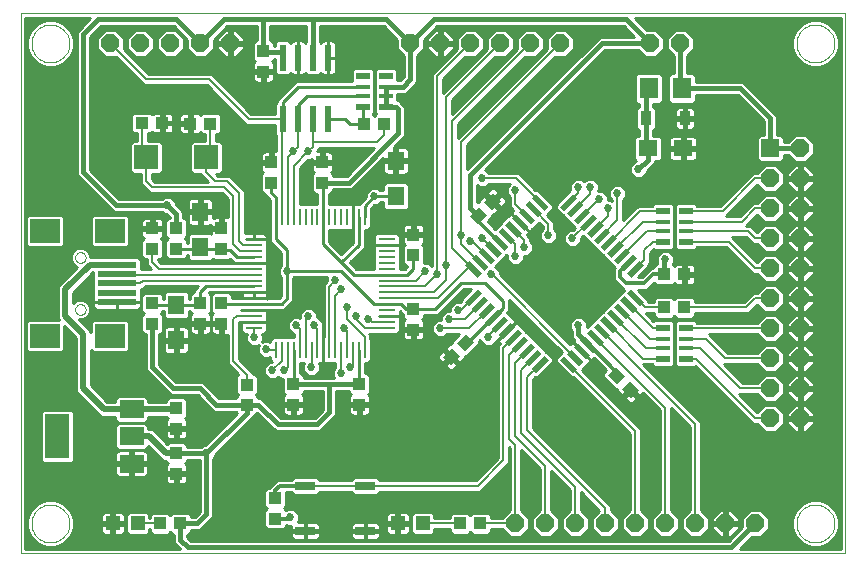
<source format=gtl>
G75*
G70*
%OFA0B0*%
%FSLAX24Y24*%
%IPPOS*%
%LPD*%
%AMOC8*
5,1,8,0,0,1.08239X$1,22.5*
%
%ADD10C,0.0000*%
%ADD11R,0.0394X0.0433*%
%ADD12R,0.0551X0.0630*%
%ADD13R,0.0433X0.0394*%
%ADD14R,0.0236X0.0866*%
%ADD15R,0.0787X0.0591*%
%ADD16R,0.0787X0.1496*%
%ADD17OC8,0.0600*%
%ADD18R,0.0472X0.0472*%
%ADD19R,0.0630X0.0551*%
%ADD20R,0.0800X0.0800*%
%ADD21R,0.0591X0.0197*%
%ADD22R,0.0197X0.0591*%
%ADD23R,0.0600X0.0600*%
%ADD24R,0.0106X0.0571*%
%ADD25R,0.0571X0.0106*%
%ADD26R,0.0650X0.0300*%
%ADD27R,0.0453X0.0173*%
%ADD28R,0.0453X0.0248*%
%ADD29R,0.0358X0.0480*%
%ADD30R,0.0630X0.0710*%
%ADD31R,0.0984X0.0787*%
%ADD32R,0.1299X0.0197*%
%ADD33C,0.0080*%
%ADD34C,0.0100*%
%ADD35C,0.0270*%
%ADD36C,0.0120*%
%ADD37C,0.0200*%
%ADD38C,0.0160*%
D10*
X000461Y000202D02*
X027954Y000202D01*
X027954Y018202D01*
X000461Y018202D01*
X000461Y000202D01*
X000824Y001202D02*
X000826Y001252D01*
X000832Y001302D01*
X000842Y001351D01*
X000856Y001399D01*
X000873Y001446D01*
X000894Y001491D01*
X000919Y001535D01*
X000947Y001576D01*
X000979Y001615D01*
X001013Y001652D01*
X001050Y001686D01*
X001090Y001716D01*
X001132Y001743D01*
X001176Y001767D01*
X001222Y001788D01*
X001269Y001804D01*
X001317Y001817D01*
X001367Y001826D01*
X001416Y001831D01*
X001467Y001832D01*
X001517Y001829D01*
X001566Y001822D01*
X001615Y001811D01*
X001663Y001796D01*
X001709Y001778D01*
X001754Y001756D01*
X001797Y001730D01*
X001838Y001701D01*
X001877Y001669D01*
X001913Y001634D01*
X001945Y001596D01*
X001975Y001556D01*
X002002Y001513D01*
X002025Y001469D01*
X002044Y001423D01*
X002060Y001375D01*
X002072Y001326D01*
X002080Y001277D01*
X002084Y001227D01*
X002084Y001177D01*
X002080Y001127D01*
X002072Y001078D01*
X002060Y001029D01*
X002044Y000981D01*
X002025Y000935D01*
X002002Y000891D01*
X001975Y000848D01*
X001945Y000808D01*
X001913Y000770D01*
X001877Y000735D01*
X001838Y000703D01*
X001797Y000674D01*
X001754Y000648D01*
X001709Y000626D01*
X001663Y000608D01*
X001615Y000593D01*
X001566Y000582D01*
X001517Y000575D01*
X001467Y000572D01*
X001416Y000573D01*
X001367Y000578D01*
X001317Y000587D01*
X001269Y000600D01*
X001222Y000616D01*
X001176Y000637D01*
X001132Y000661D01*
X001090Y000688D01*
X001050Y000718D01*
X001013Y000752D01*
X000979Y000789D01*
X000947Y000828D01*
X000919Y000869D01*
X000894Y000913D01*
X000873Y000958D01*
X000856Y001005D01*
X000842Y001053D01*
X000832Y001102D01*
X000826Y001152D01*
X000824Y001202D01*
X002277Y008335D02*
X002279Y008361D01*
X002285Y008387D01*
X002295Y008412D01*
X002308Y008435D01*
X002324Y008455D01*
X002344Y008473D01*
X002366Y008488D01*
X002389Y008500D01*
X002415Y008508D01*
X002441Y008512D01*
X002467Y008512D01*
X002493Y008508D01*
X002519Y008500D01*
X002543Y008488D01*
X002564Y008473D01*
X002584Y008455D01*
X002600Y008435D01*
X002613Y008412D01*
X002623Y008387D01*
X002629Y008361D01*
X002631Y008335D01*
X002629Y008309D01*
X002623Y008283D01*
X002613Y008258D01*
X002600Y008235D01*
X002584Y008215D01*
X002564Y008197D01*
X002542Y008182D01*
X002519Y008170D01*
X002493Y008162D01*
X002467Y008158D01*
X002441Y008158D01*
X002415Y008162D01*
X002389Y008170D01*
X002365Y008182D01*
X002344Y008197D01*
X002324Y008215D01*
X002308Y008235D01*
X002295Y008258D01*
X002285Y008283D01*
X002279Y008309D01*
X002277Y008335D01*
X002277Y010068D02*
X002279Y010094D01*
X002285Y010120D01*
X002295Y010145D01*
X002308Y010168D01*
X002324Y010188D01*
X002344Y010206D01*
X002366Y010221D01*
X002389Y010233D01*
X002415Y010241D01*
X002441Y010245D01*
X002467Y010245D01*
X002493Y010241D01*
X002519Y010233D01*
X002543Y010221D01*
X002564Y010206D01*
X002584Y010188D01*
X002600Y010168D01*
X002613Y010145D01*
X002623Y010120D01*
X002629Y010094D01*
X002631Y010068D01*
X002629Y010042D01*
X002623Y010016D01*
X002613Y009991D01*
X002600Y009968D01*
X002584Y009948D01*
X002564Y009930D01*
X002542Y009915D01*
X002519Y009903D01*
X002493Y009895D01*
X002467Y009891D01*
X002441Y009891D01*
X002415Y009895D01*
X002389Y009903D01*
X002365Y009915D01*
X002344Y009930D01*
X002324Y009948D01*
X002308Y009968D01*
X002295Y009991D01*
X002285Y010016D01*
X002279Y010042D01*
X002277Y010068D01*
X000824Y017202D02*
X000826Y017252D01*
X000832Y017302D01*
X000842Y017351D01*
X000856Y017399D01*
X000873Y017446D01*
X000894Y017491D01*
X000919Y017535D01*
X000947Y017576D01*
X000979Y017615D01*
X001013Y017652D01*
X001050Y017686D01*
X001090Y017716D01*
X001132Y017743D01*
X001176Y017767D01*
X001222Y017788D01*
X001269Y017804D01*
X001317Y017817D01*
X001367Y017826D01*
X001416Y017831D01*
X001467Y017832D01*
X001517Y017829D01*
X001566Y017822D01*
X001615Y017811D01*
X001663Y017796D01*
X001709Y017778D01*
X001754Y017756D01*
X001797Y017730D01*
X001838Y017701D01*
X001877Y017669D01*
X001913Y017634D01*
X001945Y017596D01*
X001975Y017556D01*
X002002Y017513D01*
X002025Y017469D01*
X002044Y017423D01*
X002060Y017375D01*
X002072Y017326D01*
X002080Y017277D01*
X002084Y017227D01*
X002084Y017177D01*
X002080Y017127D01*
X002072Y017078D01*
X002060Y017029D01*
X002044Y016981D01*
X002025Y016935D01*
X002002Y016891D01*
X001975Y016848D01*
X001945Y016808D01*
X001913Y016770D01*
X001877Y016735D01*
X001838Y016703D01*
X001797Y016674D01*
X001754Y016648D01*
X001709Y016626D01*
X001663Y016608D01*
X001615Y016593D01*
X001566Y016582D01*
X001517Y016575D01*
X001467Y016572D01*
X001416Y016573D01*
X001367Y016578D01*
X001317Y016587D01*
X001269Y016600D01*
X001222Y016616D01*
X001176Y016637D01*
X001132Y016661D01*
X001090Y016688D01*
X001050Y016718D01*
X001013Y016752D01*
X000979Y016789D01*
X000947Y016828D01*
X000919Y016869D01*
X000894Y016913D01*
X000873Y016958D01*
X000856Y017005D01*
X000842Y017053D01*
X000832Y017102D01*
X000826Y017152D01*
X000824Y017202D01*
X026324Y017202D02*
X026326Y017252D01*
X026332Y017302D01*
X026342Y017351D01*
X026356Y017399D01*
X026373Y017446D01*
X026394Y017491D01*
X026419Y017535D01*
X026447Y017576D01*
X026479Y017615D01*
X026513Y017652D01*
X026550Y017686D01*
X026590Y017716D01*
X026632Y017743D01*
X026676Y017767D01*
X026722Y017788D01*
X026769Y017804D01*
X026817Y017817D01*
X026867Y017826D01*
X026916Y017831D01*
X026967Y017832D01*
X027017Y017829D01*
X027066Y017822D01*
X027115Y017811D01*
X027163Y017796D01*
X027209Y017778D01*
X027254Y017756D01*
X027297Y017730D01*
X027338Y017701D01*
X027377Y017669D01*
X027413Y017634D01*
X027445Y017596D01*
X027475Y017556D01*
X027502Y017513D01*
X027525Y017469D01*
X027544Y017423D01*
X027560Y017375D01*
X027572Y017326D01*
X027580Y017277D01*
X027584Y017227D01*
X027584Y017177D01*
X027580Y017127D01*
X027572Y017078D01*
X027560Y017029D01*
X027544Y016981D01*
X027525Y016935D01*
X027502Y016891D01*
X027475Y016848D01*
X027445Y016808D01*
X027413Y016770D01*
X027377Y016735D01*
X027338Y016703D01*
X027297Y016674D01*
X027254Y016648D01*
X027209Y016626D01*
X027163Y016608D01*
X027115Y016593D01*
X027066Y016582D01*
X027017Y016575D01*
X026967Y016572D01*
X026916Y016573D01*
X026867Y016578D01*
X026817Y016587D01*
X026769Y016600D01*
X026722Y016616D01*
X026676Y016637D01*
X026632Y016661D01*
X026590Y016688D01*
X026550Y016718D01*
X026513Y016752D01*
X026479Y016789D01*
X026447Y016828D01*
X026419Y016869D01*
X026394Y016913D01*
X026373Y016958D01*
X026356Y017005D01*
X026342Y017053D01*
X026332Y017102D01*
X026326Y017152D01*
X026324Y017202D01*
X026324Y001202D02*
X026326Y001252D01*
X026332Y001302D01*
X026342Y001351D01*
X026356Y001399D01*
X026373Y001446D01*
X026394Y001491D01*
X026419Y001535D01*
X026447Y001576D01*
X026479Y001615D01*
X026513Y001652D01*
X026550Y001686D01*
X026590Y001716D01*
X026632Y001743D01*
X026676Y001767D01*
X026722Y001788D01*
X026769Y001804D01*
X026817Y001817D01*
X026867Y001826D01*
X026916Y001831D01*
X026967Y001832D01*
X027017Y001829D01*
X027066Y001822D01*
X027115Y001811D01*
X027163Y001796D01*
X027209Y001778D01*
X027254Y001756D01*
X027297Y001730D01*
X027338Y001701D01*
X027377Y001669D01*
X027413Y001634D01*
X027445Y001596D01*
X027475Y001556D01*
X027502Y001513D01*
X027525Y001469D01*
X027544Y001423D01*
X027560Y001375D01*
X027572Y001326D01*
X027580Y001277D01*
X027584Y001227D01*
X027584Y001177D01*
X027580Y001127D01*
X027572Y001078D01*
X027560Y001029D01*
X027544Y000981D01*
X027525Y000935D01*
X027502Y000891D01*
X027475Y000848D01*
X027445Y000808D01*
X027413Y000770D01*
X027377Y000735D01*
X027338Y000703D01*
X027297Y000674D01*
X027254Y000648D01*
X027209Y000626D01*
X027163Y000608D01*
X027115Y000593D01*
X027066Y000582D01*
X027017Y000575D01*
X026967Y000572D01*
X026916Y000573D01*
X026867Y000578D01*
X026817Y000587D01*
X026769Y000600D01*
X026722Y000616D01*
X026676Y000637D01*
X026632Y000661D01*
X026590Y000688D01*
X026550Y000718D01*
X026513Y000752D01*
X026479Y000789D01*
X026447Y000828D01*
X026419Y000869D01*
X026394Y000913D01*
X026373Y000958D01*
X026356Y001005D01*
X026342Y001053D01*
X026332Y001102D01*
X026326Y001152D01*
X026324Y001202D01*
D11*
X015788Y001202D03*
X015119Y001202D03*
X011752Y005167D03*
X011752Y005836D03*
X009552Y005836D03*
X009552Y005167D03*
X005654Y005038D03*
X005654Y004368D03*
X005654Y003538D03*
X005654Y002868D03*
X005788Y001202D03*
X005119Y001202D03*
X013554Y007668D03*
X013554Y008338D03*
X013554Y010165D03*
X013554Y010835D03*
X010522Y012567D03*
X010522Y013236D03*
X008822Y013236D03*
X008822Y012567D03*
X007154Y011036D03*
X007154Y010367D03*
X007154Y008536D03*
X007154Y007867D03*
X006454Y007867D03*
X006454Y008536D03*
X011919Y014502D03*
X012588Y014502D03*
X008554Y016267D03*
X008554Y016936D03*
X021919Y008402D03*
X022588Y008402D03*
D12*
X012972Y012111D03*
X012972Y013292D03*
X006454Y011592D03*
X006454Y010411D03*
X005654Y008492D03*
X005654Y007311D03*
D13*
X004854Y007867D03*
X004854Y008536D03*
X004854Y010367D03*
X005654Y010367D03*
X005654Y011036D03*
X004854Y011036D03*
X005188Y014552D03*
X004519Y014552D03*
X006119Y014533D03*
X006788Y014533D03*
G36*
X016009Y011478D02*
X015704Y011173D01*
X015425Y011452D01*
X015730Y011757D01*
X016009Y011478D01*
G37*
G36*
X016482Y011951D02*
X016177Y011646D01*
X015898Y011925D01*
X016203Y012230D01*
X016482Y011951D01*
G37*
X021919Y009502D03*
X022588Y009502D03*
G36*
X020304Y006430D02*
X020609Y006125D01*
X020330Y005846D01*
X020025Y006151D01*
X020304Y006430D01*
G37*
G36*
X020777Y005957D02*
X021082Y005652D01*
X020803Y005373D01*
X020498Y005678D01*
X020777Y005957D01*
G37*
G36*
X015582Y007251D02*
X015277Y006946D01*
X014998Y007225D01*
X015303Y007530D01*
X015582Y007251D01*
G37*
G36*
X015109Y006778D02*
X014804Y006473D01*
X014525Y006752D01*
X014830Y007057D01*
X015109Y006778D01*
G37*
X008004Y005835D03*
X008004Y005165D03*
X008954Y002036D03*
X008954Y001367D03*
D14*
X009204Y014678D03*
X009704Y014678D03*
X010204Y014678D03*
X010704Y014678D03*
X010704Y016725D03*
X010204Y016725D03*
X009704Y016725D03*
X009204Y016725D03*
D15*
X004162Y005007D03*
X004162Y004102D03*
X004162Y003196D03*
D16*
X001682Y004102D03*
D17*
X016954Y001202D03*
X017954Y001202D03*
X018954Y001202D03*
X019954Y001202D03*
X020954Y001202D03*
X021954Y001202D03*
X022954Y001202D03*
X023954Y001202D03*
X024954Y001202D03*
X025454Y004702D03*
X026454Y004702D03*
X026454Y005702D03*
X025454Y005702D03*
X025454Y006702D03*
X026454Y006702D03*
X026454Y007702D03*
X025454Y007702D03*
X025454Y008702D03*
X026454Y008702D03*
X026454Y009702D03*
X025454Y009702D03*
X025454Y010702D03*
X026454Y010702D03*
X026454Y011702D03*
X025454Y011702D03*
X025454Y012702D03*
X026454Y012702D03*
X026454Y013702D03*
X022454Y017202D03*
X021454Y017202D03*
X018454Y017202D03*
X017454Y017202D03*
X016454Y017202D03*
X015454Y017202D03*
X014454Y017202D03*
X013454Y017202D03*
X007454Y017202D03*
X006454Y017202D03*
X005454Y017202D03*
X004454Y017202D03*
X003454Y017202D03*
D18*
X003540Y001202D03*
X004367Y001202D03*
X013040Y001202D03*
X013867Y001202D03*
D19*
X021363Y013702D03*
X022544Y013702D03*
D20*
X006654Y013402D03*
X004654Y013402D03*
D21*
G36*
X015692Y009398D02*
X015276Y009814D01*
X015414Y009952D01*
X015830Y009536D01*
X015692Y009398D01*
G37*
G36*
X015915Y009621D02*
X015499Y010037D01*
X015637Y010175D01*
X016053Y009759D01*
X015915Y009621D01*
G37*
G36*
X016138Y009843D02*
X015722Y010259D01*
X015860Y010397D01*
X016276Y009981D01*
X016138Y009843D01*
G37*
G36*
X016360Y010066D02*
X015944Y010482D01*
X016082Y010620D01*
X016498Y010204D01*
X016360Y010066D01*
G37*
G36*
X016583Y010289D02*
X016167Y010705D01*
X016305Y010843D01*
X016721Y010427D01*
X016583Y010289D01*
G37*
G36*
X016806Y010511D02*
X016390Y010927D01*
X016528Y011065D01*
X016944Y010649D01*
X016806Y010511D01*
G37*
G36*
X017028Y010734D02*
X016612Y011150D01*
X016750Y011288D01*
X017166Y010872D01*
X017028Y010734D01*
G37*
G36*
X017251Y010957D02*
X016835Y011373D01*
X016973Y011511D01*
X017389Y011095D01*
X017251Y010957D01*
G37*
G36*
X017474Y011179D02*
X017058Y011595D01*
X017196Y011733D01*
X017612Y011317D01*
X017474Y011179D01*
G37*
G36*
X017697Y011402D02*
X017281Y011818D01*
X017419Y011956D01*
X017835Y011540D01*
X017697Y011402D01*
G37*
G36*
X017919Y011625D02*
X017503Y012041D01*
X017641Y012179D01*
X018057Y011763D01*
X017919Y011625D01*
G37*
G36*
X021093Y008451D02*
X020677Y008867D01*
X020815Y009005D01*
X021231Y008589D01*
X021093Y008451D01*
G37*
G36*
X020870Y008229D02*
X020454Y008645D01*
X020592Y008783D01*
X021008Y008367D01*
X020870Y008229D01*
G37*
G36*
X020647Y008006D02*
X020231Y008422D01*
X020369Y008560D01*
X020785Y008144D01*
X020647Y008006D01*
G37*
G36*
X020425Y007783D02*
X020009Y008199D01*
X020147Y008337D01*
X020563Y007921D01*
X020425Y007783D01*
G37*
G36*
X020202Y007560D02*
X019786Y007976D01*
X019924Y008114D01*
X020340Y007698D01*
X020202Y007560D01*
G37*
G36*
X019979Y007338D02*
X019563Y007754D01*
X019701Y007892D01*
X020117Y007476D01*
X019979Y007338D01*
G37*
G36*
X019757Y007115D02*
X019341Y007531D01*
X019479Y007669D01*
X019895Y007253D01*
X019757Y007115D01*
G37*
G36*
X019534Y006892D02*
X019118Y007308D01*
X019256Y007446D01*
X019672Y007030D01*
X019534Y006892D01*
G37*
G36*
X019311Y006670D02*
X018895Y007086D01*
X019033Y007224D01*
X019449Y006808D01*
X019311Y006670D01*
G37*
G36*
X019088Y006447D02*
X018672Y006863D01*
X018810Y007001D01*
X019226Y006585D01*
X019088Y006447D01*
G37*
G36*
X018866Y006224D02*
X018450Y006640D01*
X018588Y006778D01*
X019004Y006362D01*
X018866Y006224D01*
G37*
D22*
G36*
X017641Y006224D02*
X017503Y006362D01*
X017919Y006778D01*
X018057Y006640D01*
X017641Y006224D01*
G37*
G36*
X017419Y006447D02*
X017281Y006585D01*
X017697Y007001D01*
X017835Y006863D01*
X017419Y006447D01*
G37*
G36*
X017196Y006670D02*
X017058Y006808D01*
X017474Y007224D01*
X017612Y007086D01*
X017196Y006670D01*
G37*
G36*
X016973Y006892D02*
X016835Y007030D01*
X017251Y007446D01*
X017389Y007308D01*
X016973Y006892D01*
G37*
G36*
X016750Y007115D02*
X016612Y007253D01*
X017028Y007669D01*
X017166Y007531D01*
X016750Y007115D01*
G37*
G36*
X016528Y007338D02*
X016390Y007476D01*
X016806Y007892D01*
X016944Y007754D01*
X016528Y007338D01*
G37*
G36*
X016305Y007560D02*
X016167Y007698D01*
X016583Y008114D01*
X016721Y007976D01*
X016305Y007560D01*
G37*
G36*
X016082Y007783D02*
X015944Y007921D01*
X016360Y008337D01*
X016498Y008199D01*
X016082Y007783D01*
G37*
G36*
X015860Y008006D02*
X015722Y008144D01*
X016138Y008560D01*
X016276Y008422D01*
X015860Y008006D01*
G37*
G36*
X015637Y008229D02*
X015499Y008367D01*
X015915Y008783D01*
X016053Y008645D01*
X015637Y008229D01*
G37*
G36*
X015414Y008451D02*
X015276Y008589D01*
X015692Y009005D01*
X015830Y008867D01*
X015414Y008451D01*
G37*
G36*
X019256Y010957D02*
X019118Y011095D01*
X019534Y011511D01*
X019672Y011373D01*
X019256Y010957D01*
G37*
G36*
X019479Y010734D02*
X019341Y010872D01*
X019757Y011288D01*
X019895Y011150D01*
X019479Y010734D01*
G37*
G36*
X019701Y010511D02*
X019563Y010649D01*
X019979Y011065D01*
X020117Y010927D01*
X019701Y010511D01*
G37*
G36*
X019924Y010289D02*
X019786Y010427D01*
X020202Y010843D01*
X020340Y010705D01*
X019924Y010289D01*
G37*
G36*
X020147Y010066D02*
X020009Y010204D01*
X020425Y010620D01*
X020563Y010482D01*
X020147Y010066D01*
G37*
G36*
X020369Y009843D02*
X020231Y009981D01*
X020647Y010397D01*
X020785Y010259D01*
X020369Y009843D01*
G37*
G36*
X020592Y009621D02*
X020454Y009759D01*
X020870Y010175D01*
X021008Y010037D01*
X020592Y009621D01*
G37*
G36*
X020815Y009398D02*
X020677Y009536D01*
X021093Y009952D01*
X021231Y009814D01*
X020815Y009398D01*
G37*
G36*
X019033Y011179D02*
X018895Y011317D01*
X019311Y011733D01*
X019449Y011595D01*
X019033Y011179D01*
G37*
G36*
X018810Y011402D02*
X018672Y011540D01*
X019088Y011956D01*
X019226Y011818D01*
X018810Y011402D01*
G37*
G36*
X018588Y011625D02*
X018450Y011763D01*
X018866Y012179D01*
X019004Y012041D01*
X018588Y011625D01*
G37*
D23*
X025454Y013702D03*
D24*
X011930Y011416D03*
X011733Y011416D03*
X011536Y011416D03*
X011339Y011416D03*
X011143Y011416D03*
X010946Y011416D03*
X010749Y011416D03*
X010552Y011416D03*
X010355Y011416D03*
X010158Y011416D03*
X009961Y011416D03*
X009765Y011416D03*
X009568Y011416D03*
X009371Y011416D03*
X009174Y011416D03*
X008977Y011416D03*
X008977Y006987D03*
X009174Y006987D03*
X009371Y006987D03*
X009568Y006987D03*
X009765Y006987D03*
X009961Y006987D03*
X010158Y006987D03*
X010355Y006987D03*
X010552Y006987D03*
X010749Y006987D03*
X010946Y006987D03*
X011143Y006987D03*
X011339Y006987D03*
X011536Y006987D03*
X011733Y006987D03*
X011930Y006987D03*
D25*
X012668Y007725D03*
X012668Y007922D03*
X012668Y008119D03*
X012668Y008316D03*
X012668Y008513D03*
X012668Y008709D03*
X012668Y008906D03*
X012668Y009103D03*
X012668Y009300D03*
X012668Y009497D03*
X012668Y009694D03*
X012668Y009891D03*
X012668Y010087D03*
X012668Y010284D03*
X012668Y010481D03*
X012668Y010678D03*
X008239Y010678D03*
X008239Y010481D03*
X008239Y010284D03*
X008239Y010087D03*
X008239Y009891D03*
X008239Y009694D03*
X008239Y009497D03*
X008239Y009300D03*
X008239Y009103D03*
X008239Y008906D03*
X008239Y008709D03*
X008239Y008513D03*
X008239Y008316D03*
X008239Y008119D03*
X008239Y007922D03*
X008239Y007725D03*
D26*
X009954Y002452D03*
X011954Y002452D03*
X011954Y000952D03*
X009954Y000952D03*
D27*
X021870Y007044D03*
X021870Y007359D03*
X022637Y007359D03*
X022637Y007044D03*
X022637Y010944D03*
X022637Y011259D03*
X021870Y011259D03*
X021870Y010944D03*
X012637Y015444D03*
X012637Y015759D03*
X011870Y015759D03*
X011870Y015444D03*
D28*
X011870Y015092D03*
X012637Y015092D03*
X012637Y016111D03*
X011870Y016111D03*
X021870Y011611D03*
X022637Y011611D03*
X022637Y010592D03*
X021870Y010592D03*
X021870Y007711D03*
X022637Y007711D03*
X022637Y006692D03*
X021870Y006692D03*
D29*
X021310Y014702D03*
X022597Y014702D03*
D30*
X022513Y015702D03*
X021394Y015702D03*
D31*
X003438Y010954D03*
X001272Y010954D03*
X001272Y007450D03*
X003438Y007450D03*
D32*
X003674Y008572D03*
X003674Y008887D03*
X003674Y009202D03*
X003674Y009517D03*
X003674Y009831D03*
D33*
X003674Y009517D02*
X003694Y009497D01*
X008239Y009497D01*
X008239Y009694D02*
X005061Y009694D01*
X004854Y009902D01*
X004854Y010367D01*
X004552Y009300D02*
X004454Y009202D01*
X003674Y009202D01*
X004552Y009300D02*
X008239Y009300D01*
X008239Y010284D02*
X007771Y010284D01*
X007554Y010502D01*
X007554Y012102D01*
X007254Y012402D01*
X004854Y012402D01*
X004654Y012602D01*
X004654Y013202D01*
X004519Y013336D01*
X004519Y014552D01*
X004654Y013402D02*
X004654Y013202D01*
X006654Y013202D02*
X006654Y012902D01*
X006954Y012602D01*
X007354Y012602D01*
X007754Y012202D01*
X007754Y010602D01*
X007874Y010481D01*
X008239Y010481D01*
X009174Y011416D02*
X009174Y014648D01*
X009204Y014678D01*
X008077Y014678D01*
X006754Y016002D01*
X004654Y016002D01*
X003454Y017202D01*
X006788Y014533D02*
X006788Y013336D01*
X006654Y013202D01*
X006654Y013402D01*
X009371Y013419D02*
X009554Y013602D01*
X009704Y013752D01*
X009704Y014678D01*
X010204Y014678D02*
X010204Y013902D01*
X012354Y013902D01*
X012588Y014136D01*
X012588Y014502D01*
X014654Y015402D02*
X014654Y009802D01*
X014654Y009306D01*
X014254Y008906D01*
X012668Y008906D01*
X012668Y008709D02*
X014361Y008709D01*
X015404Y009752D01*
X015480Y009675D01*
X015553Y009675D01*
X014854Y010374D01*
X014854Y014602D01*
X017454Y017202D01*
X018454Y017202D02*
X015154Y013902D01*
X015154Y010802D01*
X015154Y010520D01*
X015776Y009898D01*
X015999Y010120D02*
X015517Y010602D01*
X015454Y010602D01*
X015854Y010702D02*
X016212Y010343D01*
X016221Y010343D01*
X016667Y010788D02*
X016954Y010502D01*
X016954Y010102D01*
X017254Y010402D02*
X017254Y010647D01*
X016889Y011011D01*
X017335Y011456D02*
X016954Y011838D01*
X016954Y012302D01*
X016981Y012702D02*
X015854Y012702D01*
X016981Y012702D02*
X017780Y011902D01*
X017558Y011679D02*
X018054Y011183D01*
X018054Y010802D01*
X018854Y010702D02*
X019386Y011234D01*
X019395Y011234D01*
X019172Y011456D02*
X019754Y012002D01*
X019754Y012038D01*
X019454Y012183D02*
X018949Y011679D01*
X018727Y011902D02*
X019054Y012229D01*
X019054Y012402D01*
X019454Y012402D02*
X019454Y012183D01*
X020054Y011702D02*
X020054Y011447D01*
X019618Y011011D01*
X019840Y010788D02*
X020354Y011302D01*
X020354Y012202D01*
X021109Y011611D02*
X020063Y010566D01*
X020286Y010343D02*
X021202Y011259D01*
X021870Y011259D01*
X021870Y010944D02*
X021332Y010944D01*
X020508Y010120D01*
X020954Y009675D02*
X021254Y009974D01*
X021254Y010302D01*
X021544Y010592D01*
X021870Y010592D01*
X022637Y010592D02*
X024063Y010592D01*
X024954Y009702D01*
X025454Y009702D01*
X025454Y010702D02*
X024954Y010702D01*
X024711Y010944D01*
X022637Y010944D01*
X022637Y011259D02*
X024511Y011259D01*
X024954Y011702D01*
X025454Y011702D01*
X025454Y012702D02*
X024954Y012702D01*
X023863Y011611D01*
X022637Y011611D01*
X021870Y011611D02*
X021109Y011611D01*
X020954Y008728D02*
X021281Y008402D01*
X021919Y008402D01*
X022588Y008402D02*
X024654Y008402D01*
X024954Y008702D01*
X025454Y008702D01*
X025454Y007702D02*
X022647Y007702D01*
X022637Y007711D01*
X022637Y007359D02*
X023296Y007359D01*
X023954Y006702D01*
X025454Y006702D01*
X025454Y005702D02*
X024454Y005702D01*
X023111Y007044D01*
X022637Y007044D01*
X022637Y006692D02*
X022963Y006692D01*
X024954Y004702D01*
X025454Y004702D01*
X022954Y004502D02*
X022954Y001202D01*
X021954Y001202D02*
X021954Y005056D01*
X019618Y007392D01*
X019840Y007615D02*
X022954Y004502D01*
X020954Y004274D02*
X020954Y001202D01*
X019954Y001202D02*
X019954Y001702D01*
X017354Y004302D01*
X017354Y006074D01*
X017780Y006501D01*
X017558Y006724D02*
X017154Y006320D01*
X017154Y004202D01*
X018954Y002402D01*
X018954Y001202D01*
X017954Y001202D02*
X017954Y003102D01*
X016954Y004102D01*
X016954Y006565D01*
X017335Y006947D01*
X017112Y007169D02*
X016754Y006811D01*
X016754Y004002D01*
X016954Y003802D01*
X016954Y001202D01*
X015788Y001202D01*
X015119Y001202D02*
X013867Y001202D01*
X015704Y002452D02*
X011954Y002452D01*
X009954Y002452D01*
X005119Y001202D02*
X004367Y001202D01*
X008004Y005835D02*
X008004Y006152D01*
X007554Y006602D01*
X007554Y008002D01*
X007671Y008119D01*
X008239Y008119D01*
X008239Y007725D02*
X008254Y007711D01*
X008254Y007402D01*
X008654Y007002D02*
X008668Y006987D01*
X008977Y006987D01*
X009174Y006987D02*
X009174Y006622D01*
X008854Y006302D01*
X009254Y006302D02*
X009371Y006419D01*
X009371Y006987D01*
X009765Y006987D02*
X009765Y007691D01*
X009654Y007802D01*
X009961Y007994D02*
X010054Y008102D01*
X009961Y007994D02*
X009961Y006987D01*
X010158Y006987D02*
X010158Y006406D01*
X010154Y006402D01*
X010570Y006418D02*
X010570Y006545D01*
X010553Y006581D02*
X010555Y006581D01*
X010570Y006418D02*
X010654Y006402D01*
X011143Y006213D02*
X011154Y006202D01*
X011143Y006213D02*
X011143Y006987D01*
X011339Y006987D02*
X011339Y007616D01*
X011254Y007702D01*
X011354Y008002D02*
X011354Y008402D01*
X011354Y008002D02*
X011930Y007425D01*
X011930Y006987D01*
X011536Y006987D02*
X011536Y006484D01*
X011454Y006402D01*
X010946Y006987D02*
X010946Y008794D01*
X011154Y009002D01*
X010954Y009302D02*
X010749Y009097D01*
X010749Y006987D01*
X010355Y006987D02*
X010355Y007700D01*
X010254Y007802D01*
X011654Y008002D02*
X011654Y008102D01*
X011654Y008002D02*
X011930Y007725D01*
X012668Y007725D01*
X012668Y007922D02*
X012174Y007922D01*
X012054Y008002D01*
X012668Y009103D02*
X013954Y009103D01*
X014354Y009503D01*
X014354Y009502D01*
X014354Y009503D02*
X014354Y016102D01*
X015454Y017202D01*
X016454Y017202D02*
X014654Y015402D01*
X010204Y013902D02*
X010204Y013752D01*
X010054Y013602D01*
X009568Y013116D01*
X009568Y011416D01*
X009371Y011416D02*
X009371Y013419D01*
X013652Y009300D02*
X013954Y009602D01*
X013652Y009300D02*
X012668Y009300D01*
X014754Y008002D02*
X015272Y008002D01*
X015776Y008506D01*
X015553Y008728D02*
X015126Y008302D01*
X015054Y008302D01*
X015417Y007702D02*
X014454Y007702D01*
X015417Y007702D02*
X015999Y008283D01*
X016444Y007837D02*
X016008Y007402D01*
X016054Y007402D01*
X016554Y007056D02*
X016889Y007392D01*
X016554Y007056D02*
X016554Y003302D01*
X015704Y002452D01*
X018727Y006501D02*
X020954Y004274D01*
X021209Y006692D02*
X021870Y006692D01*
X021870Y007044D02*
X021302Y007044D01*
X020286Y008060D01*
X020508Y008283D02*
X021432Y007359D01*
X021870Y007359D01*
X021870Y007711D02*
X021525Y007711D01*
X020731Y008506D01*
X020063Y007837D02*
X021209Y006692D01*
X018949Y006724D02*
X016172Y009502D01*
X016154Y009502D01*
X015454Y009802D02*
X015404Y009752D01*
X007856Y007923D02*
X007775Y007923D01*
X007754Y007902D01*
D34*
X007744Y007888D02*
X007804Y007888D01*
X007804Y007922D02*
X007804Y007849D01*
X007805Y007842D01*
X007804Y007840D01*
X007804Y007610D01*
X007891Y007522D01*
X007995Y007522D01*
X007969Y007458D01*
X007969Y007345D01*
X008012Y007240D01*
X008092Y007160D01*
X008197Y007117D01*
X008310Y007117D01*
X008410Y007158D01*
X008369Y007058D01*
X008369Y006945D01*
X008412Y006840D01*
X008492Y006760D01*
X008597Y006717D01*
X008710Y006717D01*
X008774Y006743D01*
X008774Y006639D01*
X008827Y006587D01*
X008797Y006587D01*
X008692Y006543D01*
X008612Y006463D01*
X008569Y006358D01*
X008569Y006245D01*
X008612Y006140D01*
X008692Y006060D01*
X008797Y006017D01*
X008910Y006017D01*
X009015Y006060D01*
X009054Y006099D01*
X009092Y006060D01*
X009197Y006017D01*
X009205Y006017D01*
X009205Y005558D01*
X009261Y005502D01*
X009235Y005476D01*
X009215Y005441D01*
X009205Y005403D01*
X009205Y005215D01*
X009503Y005215D01*
X009503Y005118D01*
X009205Y005118D01*
X009205Y004931D01*
X009215Y004892D01*
X009235Y004858D01*
X009263Y004830D01*
X009297Y004811D01*
X009335Y004800D01*
X009504Y004800D01*
X009504Y005118D01*
X009600Y005118D01*
X009600Y004800D01*
X009769Y004800D01*
X009807Y004811D01*
X009841Y004830D01*
X009869Y004858D01*
X009889Y004892D01*
X009899Y004931D01*
X009899Y005118D01*
X009601Y005118D01*
X009601Y005215D01*
X009899Y005215D01*
X009899Y005403D01*
X009889Y005441D01*
X009869Y005476D01*
X009843Y005502D01*
X009899Y005558D01*
X009899Y005606D01*
X010524Y005606D01*
X010524Y004997D01*
X010258Y004732D01*
X009149Y004732D01*
X008485Y005395D01*
X008370Y005395D01*
X008370Y005424D01*
X009211Y005424D01*
X009205Y005326D02*
X008554Y005326D01*
X008653Y005227D02*
X009205Y005227D01*
X009205Y005030D02*
X008850Y005030D01*
X008949Y004932D02*
X009205Y004932D01*
X009260Y004833D02*
X009047Y004833D01*
X009146Y004735D02*
X010261Y004735D01*
X010360Y004833D02*
X009844Y004833D01*
X009899Y004932D02*
X010458Y004932D01*
X010524Y005030D02*
X009899Y005030D01*
X009899Y005227D02*
X010524Y005227D01*
X010524Y005129D02*
X009601Y005129D01*
X009503Y005129D02*
X008752Y005129D01*
X008397Y004833D02*
X008297Y004833D01*
X008282Y004819D02*
X008347Y004883D01*
X008958Y004272D01*
X009149Y004272D01*
X010449Y004272D01*
X010584Y004406D01*
X010984Y004806D01*
X010984Y004997D01*
X010984Y005606D01*
X011405Y005606D01*
X011405Y005558D01*
X011461Y005502D01*
X011435Y005476D01*
X011415Y005441D01*
X011405Y005403D01*
X011405Y005215D01*
X011703Y005215D01*
X011703Y005118D01*
X011405Y005118D01*
X011405Y004931D01*
X011415Y004892D01*
X011435Y004858D01*
X011463Y004830D01*
X011497Y004811D01*
X011535Y004800D01*
X011704Y004800D01*
X011704Y005118D01*
X011800Y005118D01*
X011800Y004800D01*
X011969Y004800D01*
X012007Y004811D01*
X012041Y004830D01*
X012069Y004858D01*
X012089Y004892D01*
X012099Y004931D01*
X012099Y005118D01*
X011801Y005118D01*
X011801Y005215D01*
X012099Y005215D01*
X012099Y005403D01*
X012089Y005441D01*
X012069Y005476D01*
X012043Y005502D01*
X012099Y005558D01*
X012099Y006115D01*
X012011Y006203D01*
X011933Y006203D01*
X011933Y006552D01*
X012045Y006552D01*
X012133Y006639D01*
X012133Y007335D01*
X012120Y007348D01*
X012120Y007504D01*
X012089Y007535D01*
X012307Y007535D01*
X012321Y007522D01*
X013016Y007522D01*
X013104Y007610D01*
X013104Y007807D01*
X013104Y008037D01*
X013102Y008039D01*
X013104Y008046D01*
X013104Y008119D01*
X013104Y008192D01*
X013102Y008199D01*
X013104Y008200D01*
X013104Y008269D01*
X013207Y008166D01*
X013207Y008059D01*
X013263Y008003D01*
X013237Y007977D01*
X013217Y007943D01*
X013207Y007905D01*
X013207Y007717D01*
X013505Y007717D01*
X013505Y007620D01*
X013207Y007620D01*
X013207Y007432D01*
X013217Y007394D01*
X013237Y007360D01*
X013265Y007332D01*
X013299Y007312D01*
X013337Y007302D01*
X013505Y007302D01*
X013505Y007620D01*
X013602Y007620D01*
X013602Y007717D01*
X013900Y007717D01*
X013900Y007905D01*
X013890Y007943D01*
X013870Y007977D01*
X013844Y008003D01*
X013900Y008059D01*
X013900Y008138D01*
X014207Y008138D01*
X014373Y008138D01*
X015236Y009002D01*
X015475Y009002D01*
X015125Y008651D01*
X015125Y008581D01*
X015110Y008587D01*
X014997Y008587D01*
X014892Y008543D01*
X014812Y008463D01*
X014769Y008358D01*
X014769Y008287D01*
X014697Y008287D01*
X014592Y008243D01*
X014512Y008163D01*
X014469Y008058D01*
X014469Y007987D01*
X014397Y007987D01*
X014292Y007943D01*
X014212Y007863D01*
X014169Y007758D01*
X014169Y007645D01*
X014212Y007540D01*
X014292Y007460D01*
X014397Y007417D01*
X014510Y007417D01*
X014615Y007460D01*
X014667Y007512D01*
X015073Y007512D01*
X014848Y007286D01*
X014848Y007207D01*
X014811Y007207D01*
X014773Y007197D01*
X014739Y007177D01*
X014606Y007044D01*
X014817Y006834D01*
X014748Y006765D01*
X014537Y006976D01*
X014405Y006843D01*
X014385Y006809D01*
X014375Y006771D01*
X014375Y006731D01*
X014385Y006693D01*
X014405Y006659D01*
X014523Y006540D01*
X014748Y006765D01*
X014817Y006696D01*
X014886Y006765D01*
X015096Y006554D01*
X015229Y006687D01*
X015249Y006721D01*
X015259Y006759D01*
X015259Y006796D01*
X015338Y006796D01*
X015732Y007190D01*
X015732Y007274D01*
X015779Y007321D01*
X015812Y007240D01*
X015892Y007160D01*
X015997Y007117D01*
X016110Y007117D01*
X016215Y007160D01*
X016295Y007240D01*
X016329Y007322D01*
X016352Y007300D01*
X016435Y007216D01*
X016441Y007213D01*
X016364Y007135D01*
X016364Y006977D01*
X016364Y003380D01*
X015625Y002642D01*
X012429Y002642D01*
X012429Y002664D01*
X012341Y002752D01*
X011566Y002752D01*
X011479Y002664D01*
X011479Y002642D01*
X010429Y002642D01*
X010429Y002664D01*
X010341Y002752D01*
X009566Y002752D01*
X009479Y002664D01*
X009479Y002662D01*
X009191Y002662D01*
X009017Y002662D01*
X008867Y002512D01*
X008744Y002389D01*
X008744Y002383D01*
X008675Y002383D01*
X008587Y002295D01*
X008587Y001777D01*
X008663Y001702D01*
X008587Y001626D01*
X008587Y001108D01*
X008675Y001020D01*
X009232Y001020D01*
X009320Y001108D01*
X009320Y001148D01*
X009397Y001117D01*
X009479Y001117D01*
X009479Y000977D01*
X009928Y000977D01*
X009928Y001252D01*
X009700Y001252D01*
X009739Y001345D01*
X009739Y001458D01*
X009695Y001563D01*
X009615Y001643D01*
X009510Y001687D01*
X009397Y001687D01*
X009300Y001646D01*
X009244Y001702D01*
X009320Y001777D01*
X009320Y002242D01*
X009479Y002242D01*
X009479Y002239D01*
X009566Y002152D01*
X010341Y002152D01*
X010429Y002239D01*
X010429Y002262D01*
X011479Y002262D01*
X011479Y002239D01*
X011566Y002152D01*
X012341Y002152D01*
X012429Y002239D01*
X012429Y002262D01*
X015625Y002262D01*
X015782Y002262D01*
X016632Y003112D01*
X016744Y003223D01*
X016744Y003743D01*
X016764Y003723D01*
X016764Y001648D01*
X016507Y001392D01*
X016135Y001392D01*
X016135Y001480D01*
X016047Y001568D01*
X015529Y001568D01*
X015454Y001492D01*
X015378Y001568D01*
X014860Y001568D01*
X014772Y001480D01*
X014772Y001392D01*
X014253Y001392D01*
X014253Y001500D01*
X014165Y001588D01*
X013569Y001588D01*
X013481Y001500D01*
X013481Y000903D01*
X013569Y000815D01*
X014165Y000815D01*
X014253Y000903D01*
X014253Y001012D01*
X014772Y001012D01*
X014772Y000923D01*
X014860Y000835D01*
X015378Y000835D01*
X015454Y000911D01*
X015529Y000835D01*
X016047Y000835D01*
X016135Y000923D01*
X016135Y001012D01*
X016507Y001012D01*
X016767Y000752D01*
X017140Y000752D01*
X017404Y001015D01*
X017404Y001388D01*
X017144Y001648D01*
X017144Y003643D01*
X017764Y003023D01*
X017764Y001648D01*
X017504Y001388D01*
X017504Y001015D01*
X017767Y000752D01*
X018140Y000752D01*
X018404Y001015D01*
X018404Y001388D01*
X018144Y001648D01*
X018144Y002943D01*
X018764Y002323D01*
X018764Y001648D01*
X018504Y001388D01*
X018504Y001015D01*
X018767Y000752D01*
X019140Y000752D01*
X019404Y001015D01*
X019404Y001388D01*
X019144Y001648D01*
X019144Y002243D01*
X019751Y001635D01*
X019504Y001388D01*
X019504Y001015D01*
X019767Y000752D01*
X020140Y000752D01*
X020404Y001015D01*
X020404Y001388D01*
X020144Y001648D01*
X020144Y001780D01*
X020032Y001892D01*
X017544Y004380D01*
X017544Y005996D01*
X017621Y006073D01*
X017703Y006073D01*
X018209Y006578D01*
X018209Y006702D01*
X017982Y006930D01*
X017759Y007152D01*
X017536Y007375D01*
X017313Y007598D01*
X017091Y007820D01*
X017080Y007820D01*
X017065Y007846D01*
X016982Y007929D01*
X016667Y007615D01*
X016667Y007615D01*
X016981Y007930D01*
X016898Y008013D01*
X016872Y008028D01*
X016872Y008039D01*
X016678Y008234D01*
X016754Y008310D01*
X016754Y008519D01*
X016754Y008651D01*
X018500Y006904D01*
X018298Y006702D01*
X018298Y006578D01*
X018804Y006073D01*
X018886Y006073D01*
X020764Y004196D01*
X020764Y001648D01*
X020504Y001388D01*
X020504Y001015D01*
X020767Y000752D01*
X021140Y000752D01*
X021404Y001015D01*
X021404Y001388D01*
X021144Y001648D01*
X021144Y004353D01*
X021032Y004464D01*
X019176Y006321D01*
X019378Y006523D01*
X019378Y006533D01*
X019403Y006548D01*
X019487Y006632D01*
X019561Y006706D01*
X019964Y006303D01*
X019875Y006214D01*
X019875Y006090D01*
X020269Y005696D01*
X020348Y005696D01*
X020348Y005659D01*
X020358Y005621D01*
X020378Y005587D01*
X020511Y005454D01*
X020721Y005665D01*
X020790Y005596D01*
X020579Y005385D01*
X020712Y005253D01*
X020746Y005233D01*
X020784Y005223D01*
X020824Y005223D01*
X020862Y005233D01*
X020896Y005253D01*
X021015Y005371D01*
X020790Y005596D01*
X020859Y005665D01*
X021084Y005440D01*
X021192Y005549D01*
X021764Y004977D01*
X021764Y001648D01*
X021504Y001388D01*
X021504Y001015D01*
X021767Y000752D01*
X022140Y000752D01*
X022404Y001015D01*
X022404Y001388D01*
X022144Y001648D01*
X022144Y005043D01*
X022764Y004423D01*
X022764Y001648D01*
X022504Y001388D01*
X022504Y001015D01*
X022767Y000752D01*
X023140Y000752D01*
X023404Y001015D01*
X023404Y001388D01*
X023144Y001648D01*
X023144Y004580D01*
X023032Y004691D01*
X021222Y006502D01*
X021497Y006502D01*
X021581Y006418D01*
X022158Y006418D01*
X022246Y006506D01*
X022246Y006878D01*
X022237Y006887D01*
X022246Y006895D01*
X022246Y007193D01*
X022237Y007202D01*
X022246Y007210D01*
X022246Y007508D01*
X022237Y007516D01*
X022246Y007525D01*
X022246Y007898D01*
X022158Y007985D01*
X021581Y007985D01*
X021551Y007955D01*
X021294Y008212D01*
X021572Y008212D01*
X021572Y008123D01*
X021660Y008035D01*
X022178Y008035D01*
X022254Y008111D01*
X022329Y008035D01*
X022847Y008035D01*
X022935Y008123D01*
X022935Y008212D01*
X024575Y008212D01*
X024732Y008212D01*
X025020Y008499D01*
X025267Y008252D01*
X025640Y008252D01*
X025904Y008515D01*
X025904Y008888D01*
X025640Y009152D01*
X025267Y009152D01*
X025007Y008892D01*
X024875Y008892D01*
X024764Y008780D01*
X024575Y008592D01*
X022935Y008592D01*
X022935Y008680D01*
X022847Y008768D01*
X022329Y008768D01*
X022254Y008692D01*
X022178Y008768D01*
X021660Y008768D01*
X021572Y008680D01*
X021572Y008592D01*
X021382Y008592D01*
X021382Y008651D01*
X021042Y008992D01*
X021341Y008992D01*
X021464Y009115D01*
X021572Y009223D01*
X021640Y009155D01*
X022198Y009155D01*
X022254Y009211D01*
X022280Y009185D01*
X022314Y009165D01*
X022352Y009155D01*
X022540Y009155D01*
X022540Y009453D01*
X022637Y009453D01*
X022637Y009550D01*
X022955Y009550D01*
X022955Y009718D01*
X022944Y009756D01*
X022925Y009791D01*
X022897Y009818D01*
X022863Y009838D01*
X022824Y009848D01*
X022637Y009848D01*
X022637Y009550D01*
X022540Y009550D01*
X022540Y009848D01*
X022352Y009848D01*
X022314Y009838D01*
X022280Y009818D01*
X022254Y009792D01*
X022198Y009848D01*
X022239Y009945D01*
X022239Y010058D01*
X022195Y010163D01*
X022115Y010243D01*
X022010Y010287D01*
X021897Y010287D01*
X021792Y010243D01*
X021712Y010163D01*
X021669Y010058D01*
X021669Y009945D01*
X021689Y009896D01*
X021689Y009848D01*
X021640Y009848D01*
X021552Y009761D01*
X021552Y009712D01*
X021467Y009712D01*
X021167Y009412D01*
X021042Y009412D01*
X021382Y009752D01*
X021382Y009834D01*
X021444Y009896D01*
X021444Y010053D01*
X021444Y010223D01*
X021560Y010339D01*
X021581Y010318D01*
X022158Y010318D01*
X022246Y010406D01*
X022246Y010778D01*
X022237Y010787D01*
X022246Y010795D01*
X022246Y011093D01*
X022237Y011102D01*
X022246Y011110D01*
X022246Y011408D01*
X022237Y011416D01*
X022246Y011425D01*
X022246Y011798D01*
X022158Y011885D01*
X021581Y011885D01*
X021497Y011801D01*
X021187Y011801D01*
X021030Y011801D01*
X020544Y011315D01*
X020544Y011380D01*
X020544Y011989D01*
X020595Y012040D01*
X020639Y012145D01*
X020639Y012258D01*
X020595Y012363D01*
X020515Y012443D01*
X020410Y012487D01*
X020297Y012487D01*
X020192Y012443D01*
X020112Y012363D01*
X020069Y012258D01*
X020069Y012145D01*
X020112Y012040D01*
X020164Y011989D01*
X020164Y011964D01*
X020110Y011987D01*
X020039Y011987D01*
X020039Y012058D01*
X019995Y012163D01*
X019915Y012243D01*
X019810Y012287D01*
X019714Y012287D01*
X019739Y012345D01*
X019739Y012458D01*
X019695Y012563D01*
X019615Y012643D01*
X019510Y012687D01*
X019397Y012687D01*
X019292Y012643D01*
X019254Y012605D01*
X019215Y012643D01*
X019110Y012687D01*
X018997Y012687D01*
X018892Y012643D01*
X018812Y012563D01*
X018769Y012458D01*
X018769Y012345D01*
X018783Y012310D01*
X018298Y011825D01*
X018298Y011701D01*
X018525Y011474D01*
X018748Y011251D01*
X018941Y011058D01*
X018870Y010987D01*
X018797Y010987D01*
X018692Y010943D01*
X018612Y010863D01*
X018569Y010758D01*
X018569Y010645D01*
X018612Y010540D01*
X018692Y010460D01*
X018797Y010417D01*
X018910Y010417D01*
X019015Y010460D01*
X019095Y010540D01*
X019139Y010645D01*
X019139Y010718D01*
X019210Y010789D01*
X019416Y010583D01*
X019416Y010583D01*
X019635Y010364D01*
X019862Y010137D01*
X020084Y009915D01*
X020268Y009731D01*
X020244Y009707D01*
X020244Y009315D01*
X020367Y009192D01*
X020567Y008992D01*
X020588Y008992D01*
X020530Y008934D01*
X020530Y008934D01*
X020303Y008707D01*
X020080Y008484D01*
X019857Y008261D01*
X019635Y008039D01*
X019635Y008039D01*
X019416Y007820D01*
X019337Y007741D01*
X019339Y007745D01*
X019339Y007858D01*
X019295Y007963D01*
X019215Y008043D01*
X019110Y008087D01*
X018997Y008087D01*
X018892Y008043D01*
X018812Y007963D01*
X018769Y007858D01*
X018769Y007745D01*
X018812Y007640D01*
X018824Y007629D01*
X018824Y007606D01*
X018824Y007415D01*
X018917Y007322D01*
X018857Y007262D01*
X019172Y006947D01*
X019172Y006947D01*
X018857Y007261D01*
X018774Y007178D01*
X018770Y007172D01*
X016439Y009504D01*
X016439Y009558D01*
X016395Y009663D01*
X016315Y009743D01*
X016270Y009762D01*
X016427Y009919D01*
X016650Y010142D01*
X016670Y010162D01*
X016669Y010158D01*
X016669Y010045D01*
X016712Y009940D01*
X016792Y009860D01*
X016897Y009817D01*
X017010Y009817D01*
X017115Y009860D01*
X017195Y009940D01*
X017239Y010045D01*
X017239Y010117D01*
X017310Y010117D01*
X017415Y010160D01*
X017495Y010240D01*
X017539Y010345D01*
X017539Y010458D01*
X017495Y010563D01*
X017444Y010615D01*
X017444Y010726D01*
X017337Y010832D01*
X017343Y010835D01*
X017427Y010919D01*
X017511Y011002D01*
X017525Y011028D01*
X017536Y011028D01*
X017738Y011230D01*
X017864Y011104D01*
X017864Y011015D01*
X017812Y010963D01*
X017769Y010858D01*
X017769Y010745D01*
X017812Y010640D01*
X017892Y010560D01*
X017997Y010517D01*
X018110Y010517D01*
X018215Y010560D01*
X018295Y010640D01*
X018339Y010745D01*
X018339Y010858D01*
X018295Y010963D01*
X018244Y011015D01*
X018244Y011104D01*
X018244Y011262D01*
X018007Y011499D01*
X018209Y011701D01*
X018209Y011825D01*
X017703Y012330D01*
X017621Y012330D01*
X017171Y012780D01*
X017059Y012892D01*
X016067Y012892D01*
X016015Y012943D01*
X015948Y012971D01*
X019949Y016972D01*
X021047Y016972D01*
X021267Y016752D01*
X021640Y016752D01*
X021904Y017015D01*
X021904Y017388D01*
X021640Y017652D01*
X021329Y017652D01*
X020929Y018052D01*
X027804Y018052D01*
X027804Y000352D01*
X024429Y000352D01*
X024829Y000752D01*
X025140Y000752D01*
X025404Y001015D01*
X025404Y001388D01*
X025140Y001652D01*
X024767Y001652D01*
X024504Y001388D01*
X024504Y001077D01*
X024058Y000632D01*
X006149Y000632D01*
X006018Y000762D01*
X006018Y000835D01*
X006047Y000835D01*
X006135Y000923D01*
X006135Y000972D01*
X006258Y000972D01*
X006449Y000972D01*
X006749Y001272D01*
X006884Y001406D01*
X006884Y003365D01*
X006895Y003376D01*
X006939Y003481D01*
X006939Y003497D01*
X008234Y004792D01*
X008234Y004819D01*
X008282Y004819D01*
X008176Y004735D02*
X008495Y004735D01*
X008594Y004636D02*
X008077Y004636D01*
X007979Y004537D02*
X008692Y004537D01*
X008791Y004439D02*
X007880Y004439D01*
X007781Y004340D02*
X008889Y004340D01*
X009504Y004833D02*
X009600Y004833D01*
X009600Y004932D02*
X009504Y004932D01*
X009504Y005030D02*
X009600Y005030D01*
X009899Y005326D02*
X010524Y005326D01*
X010524Y005424D02*
X009893Y005424D01*
X009864Y005523D02*
X010524Y005523D01*
X010984Y005523D02*
X011440Y005523D01*
X011411Y005424D02*
X010984Y005424D01*
X010984Y005326D02*
X011405Y005326D01*
X011405Y005227D02*
X010984Y005227D01*
X010984Y005129D02*
X011703Y005129D01*
X011801Y005129D02*
X016364Y005129D01*
X016364Y005227D02*
X012099Y005227D01*
X012099Y005326D02*
X016364Y005326D01*
X016364Y005424D02*
X012093Y005424D01*
X012064Y005523D02*
X016364Y005523D01*
X016364Y005621D02*
X012099Y005621D01*
X012099Y005720D02*
X016364Y005720D01*
X016364Y005819D02*
X012099Y005819D01*
X012099Y005917D02*
X016364Y005917D01*
X016364Y006016D02*
X012099Y006016D01*
X012099Y006114D02*
X016364Y006114D01*
X016364Y006213D02*
X011933Y006213D01*
X011933Y006311D02*
X016364Y006311D01*
X016364Y006410D02*
X014952Y006410D01*
X014895Y006353D02*
X015028Y006485D01*
X014817Y006696D01*
X014592Y006471D01*
X014711Y006353D01*
X014745Y006333D01*
X014783Y006323D01*
X014823Y006323D01*
X014861Y006333D01*
X014895Y006353D01*
X015005Y006508D02*
X016364Y006508D01*
X016364Y006607D02*
X015149Y006607D01*
X015043Y006607D02*
X014906Y006607D01*
X014945Y006705D02*
X014826Y006705D01*
X014808Y006705D02*
X014689Y006705D01*
X014709Y006804D02*
X014787Y006804D01*
X014748Y006903D02*
X014611Y006903D01*
X014649Y007001D02*
X012133Y007001D01*
X012133Y006903D02*
X014464Y006903D01*
X014384Y006804D02*
X012133Y006804D01*
X012133Y006705D02*
X014382Y006705D01*
X014457Y006607D02*
X012101Y006607D01*
X011933Y006508D02*
X014629Y006508D01*
X014654Y006410D02*
X011933Y006410D01*
X011733Y005855D02*
X011752Y005836D01*
X011733Y005855D02*
X011733Y006987D01*
X012133Y007100D02*
X014661Y007100D01*
X014777Y007198D02*
X012133Y007198D01*
X012133Y007297D02*
X014858Y007297D01*
X014957Y007395D02*
X013890Y007395D01*
X013890Y007394D02*
X013900Y007432D01*
X013900Y007620D01*
X013602Y007620D01*
X013602Y007302D01*
X013770Y007302D01*
X013808Y007312D01*
X013842Y007332D01*
X013870Y007360D01*
X013890Y007394D01*
X013900Y007494D02*
X014258Y007494D01*
X014190Y007592D02*
X013900Y007592D01*
X013900Y007789D02*
X014181Y007789D01*
X014169Y007691D02*
X013602Y007691D01*
X013505Y007691D02*
X013104Y007691D01*
X013104Y007789D02*
X013207Y007789D01*
X013207Y007888D02*
X013104Y007888D01*
X013104Y007986D02*
X013246Y007986D01*
X013207Y008085D02*
X013104Y008085D01*
X013104Y008119D02*
X013022Y008119D01*
X013104Y008119D01*
X013045Y008119D02*
X013045Y008119D01*
X012668Y008119D01*
X012391Y008119D02*
X013045Y008119D01*
X013022Y008119D02*
X013022Y008119D01*
X013022Y008119D01*
X013104Y008184D02*
X013189Y008184D01*
X013317Y008338D02*
X013143Y008513D01*
X012668Y008513D01*
X012243Y008513D01*
X011154Y009602D01*
X009354Y009602D01*
X009354Y010302D01*
X008977Y010678D01*
X008977Y011416D01*
X008977Y012078D01*
X008822Y012233D01*
X008822Y012567D01*
X008475Y012519D02*
X007704Y012519D01*
X007803Y012421D02*
X008475Y012421D01*
X008475Y012322D02*
X007901Y012322D01*
X007944Y012280D02*
X007544Y012680D01*
X007432Y012792D01*
X007032Y012792D01*
X006972Y012852D01*
X007116Y012852D01*
X007204Y012939D01*
X007204Y013864D01*
X007116Y013952D01*
X006978Y013952D01*
X006978Y014186D01*
X007067Y014186D01*
X007155Y014274D01*
X007155Y014792D01*
X007067Y014880D01*
X006509Y014880D01*
X006454Y014824D01*
X006428Y014850D01*
X006393Y014870D01*
X006355Y014880D01*
X006167Y014880D01*
X006167Y014582D01*
X006070Y014582D01*
X006070Y014880D01*
X005883Y014880D01*
X005844Y014870D01*
X005810Y014850D01*
X005782Y014822D01*
X005763Y014788D01*
X005752Y014750D01*
X005752Y014581D01*
X006070Y014581D01*
X006070Y014485D01*
X005752Y014485D01*
X005752Y014316D01*
X005763Y014278D01*
X005782Y014244D01*
X005810Y014216D01*
X005844Y014196D01*
X005883Y014186D01*
X006070Y014186D01*
X006070Y014484D01*
X006167Y014484D01*
X006167Y014186D01*
X006355Y014186D01*
X006393Y014196D01*
X006428Y014216D01*
X006454Y014242D01*
X006509Y014186D01*
X006598Y014186D01*
X006598Y013952D01*
X006191Y013952D01*
X006104Y013864D01*
X006104Y012939D01*
X006191Y012852D01*
X006464Y012852D01*
X006464Y012823D01*
X006695Y012592D01*
X004932Y012592D01*
X004844Y012680D01*
X004844Y012852D01*
X005116Y012852D01*
X005204Y012939D01*
X005204Y013864D01*
X005116Y013952D01*
X004709Y013952D01*
X004709Y014205D01*
X004798Y014205D01*
X004854Y014261D01*
X004880Y014235D01*
X004914Y014215D01*
X004952Y014205D01*
X005140Y014205D01*
X005140Y014503D01*
X005237Y014503D01*
X005237Y014600D01*
X005555Y014600D01*
X005555Y014768D01*
X005544Y014806D01*
X005525Y014841D01*
X005497Y014868D01*
X005463Y014888D01*
X005424Y014898D01*
X005237Y014898D01*
X005237Y014600D01*
X005140Y014600D01*
X005140Y014898D01*
X004952Y014898D01*
X004914Y014888D01*
X004880Y014868D01*
X004854Y014842D01*
X004798Y014898D01*
X004240Y014898D01*
X004152Y014811D01*
X004152Y014293D01*
X002784Y014293D01*
X002784Y014195D02*
X004329Y014195D01*
X004329Y014205D02*
X004329Y013952D01*
X004191Y013952D01*
X004104Y013864D01*
X004104Y012939D01*
X004191Y012852D01*
X004464Y012852D01*
X004464Y012523D01*
X004575Y012412D01*
X004775Y012212D01*
X004932Y012212D01*
X007175Y012212D01*
X007364Y012023D01*
X007364Y011403D01*
X007202Y011403D01*
X007202Y011085D01*
X007105Y011085D01*
X007105Y011403D01*
X006937Y011403D01*
X006899Y011392D01*
X006879Y011381D01*
X006879Y011542D01*
X006504Y011542D01*
X006504Y011642D01*
X006879Y011642D01*
X006879Y011927D01*
X006869Y011965D01*
X006849Y011999D01*
X006821Y012027D01*
X006787Y012047D01*
X006749Y012057D01*
X006503Y012057D01*
X006503Y011642D01*
X006404Y011642D01*
X006404Y012057D01*
X006158Y012057D01*
X006120Y012047D01*
X006086Y012027D01*
X006058Y011999D01*
X006038Y011965D01*
X006028Y011927D01*
X006028Y011642D01*
X006403Y011642D01*
X006403Y011542D01*
X006028Y011542D01*
X006028Y011257D01*
X006038Y011219D01*
X006058Y011185D01*
X006086Y011157D01*
X006120Y011137D01*
X006158Y011127D01*
X006404Y011127D01*
X006404Y011542D01*
X006503Y011542D01*
X006503Y011127D01*
X006749Y011127D01*
X006787Y011137D01*
X006807Y011149D01*
X006807Y011085D01*
X007105Y011085D01*
X007105Y010988D01*
X006807Y010988D01*
X006807Y010860D01*
X006791Y010876D01*
X006116Y010876D01*
X006028Y010788D01*
X006028Y010567D01*
X006020Y010567D01*
X006020Y010626D01*
X005944Y010702D01*
X006020Y010777D01*
X006020Y011295D01*
X005932Y011383D01*
X005884Y011383D01*
X005884Y011406D01*
X005884Y011597D01*
X005639Y011842D01*
X005639Y011858D01*
X005595Y011963D01*
X005515Y012043D01*
X005410Y012087D01*
X005297Y012087D01*
X005192Y012043D01*
X005180Y012032D01*
X003749Y012032D01*
X002784Y012997D01*
X002784Y017406D01*
X003149Y017772D01*
X005558Y017772D01*
X006004Y017326D01*
X006004Y017015D01*
X006267Y016752D01*
X006640Y016752D01*
X006904Y017015D01*
X006904Y017326D01*
X007349Y017772D01*
X008324Y017772D01*
X008324Y017303D01*
X008295Y017303D01*
X008207Y017215D01*
X008207Y016658D01*
X004265Y016658D01*
X004267Y016752D02*
X004640Y016752D01*
X004904Y017015D01*
X004904Y017388D01*
X004640Y017652D01*
X004267Y017652D01*
X004004Y017388D01*
X004004Y017015D01*
X004267Y016752D01*
X004262Y016757D02*
X004167Y016757D01*
X004163Y016855D02*
X004068Y016855D01*
X004065Y016954D02*
X003970Y016954D01*
X003904Y017020D02*
X003904Y017388D01*
X003640Y017652D01*
X003267Y017652D01*
X003004Y017388D01*
X003004Y017015D01*
X003267Y016752D01*
X003635Y016752D01*
X004464Y015923D01*
X004575Y015812D01*
X006675Y015812D01*
X007887Y014599D01*
X007998Y014488D01*
X008935Y014488D01*
X008935Y014183D01*
X008984Y014134D01*
X008984Y013603D01*
X008870Y013603D01*
X008870Y013285D01*
X008774Y013285D01*
X008774Y013603D01*
X008605Y013603D01*
X008567Y013592D01*
X008533Y013573D01*
X008505Y013545D01*
X008485Y013511D01*
X008475Y013472D01*
X008475Y013285D01*
X008773Y013285D01*
X008773Y013188D01*
X008475Y013188D01*
X008475Y013000D01*
X008485Y012962D01*
X008505Y012928D01*
X008531Y012902D01*
X008475Y012846D01*
X008475Y012288D01*
X008563Y012200D01*
X008622Y012200D01*
X008622Y012150D01*
X008777Y011995D01*
X008777Y011767D01*
X008774Y011764D01*
X008774Y011069D01*
X008777Y011065D01*
X008777Y010761D01*
X008777Y010595D01*
X009154Y010219D01*
X009154Y009805D01*
X009112Y009763D01*
X009069Y009658D01*
X009069Y009545D01*
X009112Y009440D01*
X009154Y009399D01*
X009154Y008784D01*
X009082Y008713D01*
X008674Y008713D01*
X008674Y008782D01*
X008668Y008808D01*
X008674Y008833D01*
X008674Y008906D01*
X008593Y008906D01*
X008593Y008906D01*
X008674Y008906D01*
X008674Y008979D01*
X008673Y008986D01*
X008674Y008988D01*
X008674Y009185D01*
X008674Y009382D01*
X008674Y009578D01*
X008674Y009809D01*
X008673Y009811D01*
X008674Y009818D01*
X008674Y009890D01*
X008593Y009890D01*
X008593Y009891D01*
X008674Y009891D01*
X008674Y009963D01*
X008673Y009970D01*
X008674Y009972D01*
X008674Y010169D01*
X008674Y010366D01*
X008674Y010596D01*
X008673Y010598D01*
X008674Y010605D01*
X008674Y010678D01*
X008674Y010751D01*
X008664Y010789D01*
X008644Y010823D01*
X008616Y010851D01*
X008582Y010871D01*
X008544Y010881D01*
X008239Y010881D01*
X008239Y010684D01*
X008239Y010684D01*
X008239Y010881D01*
X007944Y010881D01*
X007944Y012123D01*
X007944Y012280D01*
X007944Y012224D02*
X008540Y012224D01*
X008647Y012125D02*
X007944Y012125D01*
X007944Y012027D02*
X008745Y012027D01*
X008777Y011928D02*
X007944Y011928D01*
X007944Y011830D02*
X008777Y011830D01*
X008774Y011731D02*
X007944Y011731D01*
X007944Y011633D02*
X008774Y011633D01*
X008774Y011534D02*
X007944Y011534D01*
X007944Y011436D02*
X008774Y011436D01*
X008774Y011337D02*
X007944Y011337D01*
X007944Y011238D02*
X008774Y011238D01*
X008774Y011140D02*
X007944Y011140D01*
X007944Y011041D02*
X008777Y011041D01*
X008777Y010943D02*
X007944Y010943D01*
X007974Y010679D02*
X008728Y010679D01*
X008705Y010680D02*
X008705Y010040D01*
X008768Y009976D01*
X008683Y009891D01*
X008575Y009891D01*
X008578Y009887D01*
X007824Y009887D01*
X007804Y009887D02*
X007804Y009884D01*
X005140Y009884D01*
X005044Y009980D01*
X005044Y010020D01*
X005132Y010020D01*
X005220Y010108D01*
X005220Y010626D01*
X005140Y010706D01*
X005162Y010719D01*
X005190Y010747D01*
X005210Y010781D01*
X005220Y010820D01*
X005220Y010988D01*
X004902Y010988D01*
X004902Y011085D01*
X004805Y011085D01*
X004805Y011383D01*
X004617Y011383D01*
X004579Y011373D01*
X004545Y011353D01*
X004517Y011325D01*
X004497Y011291D01*
X004487Y011253D01*
X004487Y011085D01*
X004805Y011085D01*
X004805Y010988D01*
X004487Y010988D01*
X004487Y010820D01*
X004497Y010781D01*
X004517Y010747D01*
X004545Y010719D01*
X004567Y010706D01*
X004487Y010626D01*
X004487Y010108D01*
X004575Y010020D01*
X004664Y010020D01*
X004664Y009823D01*
X004775Y009712D01*
X004800Y009687D01*
X004474Y009687D01*
X004474Y009992D01*
X004386Y010080D01*
X003728Y010080D01*
X003724Y010081D01*
X002833Y010081D01*
X002781Y010081D01*
X002781Y010133D01*
X002731Y010253D01*
X004487Y010253D01*
X004487Y010352D02*
X002623Y010352D01*
X002639Y010345D02*
X002519Y010395D01*
X002388Y010395D01*
X002268Y010345D01*
X002176Y010253D01*
X000611Y010253D01*
X000611Y010352D02*
X002284Y010352D01*
X002176Y010253D02*
X002126Y010133D01*
X002126Y010003D01*
X002176Y009882D01*
X002268Y009790D01*
X002354Y009755D01*
X001812Y009213D01*
X001742Y009143D01*
X001704Y009051D01*
X001704Y008151D01*
X001704Y008052D01*
X001728Y007993D01*
X000718Y007993D01*
X000630Y007905D01*
X000630Y006994D01*
X000718Y006906D01*
X001827Y006906D01*
X001915Y006994D01*
X001915Y007787D01*
X002304Y007398D01*
X002304Y005751D01*
X002304Y005652D01*
X002342Y005560D01*
X003106Y004795D01*
X003198Y004757D01*
X003298Y004757D01*
X003619Y004757D01*
X003619Y004650D01*
X003706Y004562D01*
X004618Y004562D01*
X004706Y004650D01*
X004706Y004757D01*
X005309Y004757D01*
X005363Y004703D01*
X005337Y004677D01*
X005317Y004643D01*
X005307Y004605D01*
X005307Y004417D01*
X005605Y004417D01*
X005605Y004320D01*
X005307Y004320D01*
X005307Y004132D01*
X005317Y004094D01*
X005337Y004060D01*
X005365Y004032D01*
X005399Y004012D01*
X005437Y004002D01*
X005605Y004002D01*
X005605Y004320D01*
X005702Y004320D01*
X005702Y004417D01*
X006000Y004417D01*
X006000Y004605D01*
X005990Y004643D01*
X005970Y004677D01*
X005944Y004703D01*
X006000Y004759D01*
X006000Y005316D01*
X005913Y005404D01*
X005395Y005404D01*
X005307Y005316D01*
X005307Y005257D01*
X004706Y005257D01*
X004706Y005364D01*
X004618Y005452D01*
X003706Y005452D01*
X003619Y005364D01*
X003619Y005257D01*
X003352Y005257D01*
X002804Y005805D01*
X002804Y006986D01*
X002884Y006906D01*
X003992Y006906D01*
X004080Y006994D01*
X004080Y007905D01*
X003992Y007993D01*
X002884Y007993D01*
X002796Y007905D01*
X002796Y007570D01*
X002765Y007643D01*
X002695Y007713D01*
X002400Y008008D01*
X002519Y008008D01*
X002639Y008058D01*
X002731Y008150D01*
X002781Y008270D01*
X002781Y008401D01*
X002731Y008521D01*
X002639Y008613D01*
X002519Y008663D01*
X002388Y008663D01*
X002268Y008613D01*
X002204Y008548D01*
X002204Y008898D01*
X002874Y009569D01*
X002874Y009356D01*
X002874Y009047D01*
X002874Y008726D01*
X002882Y008718D01*
X002874Y008690D01*
X002874Y008572D01*
X003674Y008572D01*
X004474Y008572D01*
X004474Y008690D01*
X004466Y008718D01*
X004474Y008726D01*
X004474Y009012D01*
X004532Y009012D01*
X004631Y009110D01*
X006379Y009110D01*
X006371Y009102D01*
X006254Y008984D01*
X006254Y008903D01*
X006195Y008903D01*
X006107Y008815D01*
X006107Y008692D01*
X006079Y008692D01*
X006079Y008869D01*
X005991Y008957D01*
X005316Y008957D01*
X005228Y008869D01*
X005228Y008692D01*
X005220Y008692D01*
X005220Y008795D01*
X005132Y008883D01*
X004575Y008883D01*
X004487Y008795D01*
X004487Y008277D01*
X004563Y008202D01*
X004487Y008126D01*
X004487Y007608D01*
X004575Y007520D01*
X004624Y007520D01*
X004624Y006497D01*
X004624Y006306D01*
X005458Y005472D01*
X005649Y005472D01*
X006358Y005472D01*
X006894Y004935D01*
X007085Y004935D01*
X007637Y004935D01*
X007637Y004906D01*
X007667Y004876D01*
X006613Y003823D01*
X006597Y003823D01*
X006492Y003779D01*
X006480Y003768D01*
X006000Y003768D01*
X006000Y003816D01*
X005913Y003904D01*
X005395Y003904D01*
X005349Y003859D01*
X004895Y004313D01*
X004803Y004352D01*
X004706Y004352D01*
X004706Y004459D01*
X004618Y004547D01*
X003706Y004547D01*
X003619Y004459D01*
X003619Y003744D01*
X003706Y003656D01*
X004618Y003656D01*
X004706Y003744D01*
X004706Y003796D01*
X005176Y003326D01*
X005268Y003288D01*
X005307Y003288D01*
X005307Y003259D01*
X005363Y003203D01*
X005337Y003177D01*
X005317Y003143D01*
X005307Y003105D01*
X005307Y002917D01*
X005605Y002917D01*
X005605Y002820D01*
X005307Y002820D01*
X005307Y002632D01*
X005317Y002594D01*
X005337Y002560D01*
X005365Y002532D01*
X005399Y002512D01*
X005437Y002502D01*
X005605Y002502D01*
X005605Y002820D01*
X005702Y002820D01*
X005702Y002917D01*
X006000Y002917D01*
X006000Y003105D01*
X005990Y003143D01*
X005970Y003177D01*
X005944Y003203D01*
X006000Y003259D01*
X006000Y003308D01*
X006424Y003308D01*
X006424Y001597D01*
X006258Y001432D01*
X006135Y001432D01*
X006135Y001480D01*
X006047Y001568D01*
X005529Y001568D01*
X005454Y001492D01*
X005378Y001568D01*
X004860Y001568D01*
X004772Y001480D01*
X004772Y001392D01*
X004753Y001392D01*
X004753Y001500D01*
X004665Y001588D01*
X004069Y001588D01*
X003981Y001500D01*
X003981Y000903D01*
X004069Y000815D01*
X004665Y000815D01*
X004753Y000903D01*
X004753Y001012D01*
X004772Y001012D01*
X004772Y000923D01*
X004860Y000835D01*
X005378Y000835D01*
X005454Y000911D01*
X005529Y000835D01*
X005558Y000835D01*
X005558Y000762D01*
X005558Y000572D01*
X005778Y000352D01*
X000611Y000352D01*
X000611Y018052D01*
X002778Y018052D01*
X002458Y017732D01*
X002324Y017597D01*
X002324Y012997D01*
X002324Y012806D01*
X003424Y011706D01*
X003558Y011572D01*
X005180Y011572D01*
X005192Y011560D01*
X005297Y011517D01*
X005313Y011517D01*
X005424Y011406D01*
X005424Y011383D01*
X005375Y011383D01*
X005287Y011295D01*
X005287Y010777D01*
X005363Y010702D01*
X005287Y010626D01*
X005287Y010108D01*
X005375Y010020D01*
X005932Y010020D01*
X006020Y010108D01*
X006020Y010167D01*
X006028Y010167D01*
X006028Y010034D01*
X006116Y009946D01*
X006791Y009946D01*
X006870Y010025D01*
X006895Y010000D01*
X007413Y010000D01*
X007442Y010030D01*
X007585Y009887D01*
X007751Y009887D01*
X007804Y009887D01*
X007668Y010087D02*
X007454Y010302D01*
X007219Y010302D01*
X007154Y010367D01*
X006498Y010367D01*
X006454Y010411D01*
X006409Y010367D01*
X005654Y010367D01*
X006020Y010154D02*
X006028Y010154D01*
X006028Y010056D02*
X005968Y010056D01*
X006104Y009957D02*
X005066Y009957D01*
X005168Y010056D02*
X005339Y010056D01*
X005287Y010154D02*
X005220Y010154D01*
X005220Y010253D02*
X005287Y010253D01*
X005287Y010352D02*
X005220Y010352D01*
X005220Y010450D02*
X005287Y010450D01*
X005287Y010549D02*
X005220Y010549D01*
X005199Y010647D02*
X005308Y010647D01*
X005319Y010746D02*
X005189Y010746D01*
X005220Y010844D02*
X005287Y010844D01*
X005287Y010943D02*
X005220Y010943D01*
X005287Y011041D02*
X004902Y011041D01*
X004902Y011085D02*
X005220Y011085D01*
X005220Y011253D01*
X005210Y011291D01*
X005190Y011325D01*
X005162Y011353D01*
X005128Y011373D01*
X005090Y011383D01*
X004902Y011383D01*
X004902Y011085D01*
X004902Y011140D02*
X004805Y011140D01*
X004805Y011238D02*
X004902Y011238D01*
X004902Y011337D02*
X004805Y011337D01*
X004529Y011337D02*
X004080Y011337D01*
X004080Y011409D02*
X003992Y011497D01*
X002884Y011497D01*
X002796Y011409D01*
X002796Y010498D01*
X002884Y010410D01*
X003992Y010410D01*
X004080Y010498D01*
X004080Y011409D01*
X004054Y011436D02*
X005394Y011436D01*
X005329Y011337D02*
X005178Y011337D01*
X005220Y011238D02*
X005287Y011238D01*
X005287Y011140D02*
X005220Y011140D01*
X004805Y011041D02*
X004080Y011041D01*
X004080Y010943D02*
X004487Y010943D01*
X004487Y010844D02*
X004080Y010844D01*
X004080Y010746D02*
X004519Y010746D01*
X004508Y010647D02*
X004080Y010647D01*
X004080Y010549D02*
X004487Y010549D01*
X004487Y010450D02*
X004032Y010450D01*
X004487Y010154D02*
X002772Y010154D01*
X002731Y010253D02*
X002639Y010345D01*
X002843Y010450D02*
X001867Y010450D01*
X001827Y010410D02*
X001915Y010498D01*
X001915Y011409D01*
X001827Y011497D01*
X000718Y011497D01*
X000630Y011409D01*
X000630Y010498D01*
X000718Y010410D01*
X001827Y010410D01*
X001915Y010549D02*
X002796Y010549D01*
X002796Y010647D02*
X001915Y010647D01*
X001915Y010746D02*
X002796Y010746D01*
X002796Y010844D02*
X001915Y010844D01*
X001915Y010943D02*
X002796Y010943D01*
X002796Y011041D02*
X001915Y011041D01*
X001915Y011140D02*
X002796Y011140D01*
X002796Y011238D02*
X001915Y011238D01*
X001915Y011337D02*
X002796Y011337D01*
X002822Y011436D02*
X001888Y011436D01*
X000656Y011436D02*
X000611Y011436D01*
X000611Y011534D02*
X005255Y011534D01*
X005651Y011830D02*
X006028Y011830D01*
X006028Y011928D02*
X005610Y011928D01*
X005531Y012027D02*
X006086Y012027D01*
X006028Y011731D02*
X005749Y011731D01*
X005848Y011633D02*
X006403Y011633D01*
X006404Y011731D02*
X006503Y011731D01*
X006504Y011633D02*
X007364Y011633D01*
X007364Y011731D02*
X006879Y011731D01*
X006879Y011830D02*
X007364Y011830D01*
X007364Y011928D02*
X006879Y011928D01*
X006822Y012027D02*
X007360Y012027D01*
X007261Y012125D02*
X003655Y012125D01*
X003556Y012224D02*
X004763Y012224D01*
X004664Y012322D02*
X003458Y012322D01*
X003359Y012421D02*
X004565Y012421D01*
X004467Y012519D02*
X003261Y012519D01*
X003162Y012618D02*
X004464Y012618D01*
X004464Y012717D02*
X003064Y012717D01*
X002965Y012815D02*
X004464Y012815D01*
X004129Y012914D02*
X002867Y012914D01*
X002784Y013012D02*
X004104Y013012D01*
X004104Y013111D02*
X002784Y013111D01*
X002784Y013209D02*
X004104Y013209D01*
X004104Y013308D02*
X002784Y013308D01*
X002784Y013406D02*
X004104Y013406D01*
X004104Y013505D02*
X002784Y013505D01*
X002784Y013603D02*
X004104Y013603D01*
X004104Y013702D02*
X002784Y013702D01*
X002784Y013801D02*
X004104Y013801D01*
X004139Y013899D02*
X002784Y013899D01*
X002784Y013998D02*
X004329Y013998D01*
X004329Y014096D02*
X002784Y014096D01*
X002324Y014096D02*
X000611Y014096D01*
X000611Y013998D02*
X002324Y013998D01*
X002324Y013899D02*
X000611Y013899D01*
X000611Y013801D02*
X002324Y013801D01*
X002324Y013702D02*
X000611Y013702D01*
X000611Y013603D02*
X002324Y013603D01*
X002324Y013505D02*
X000611Y013505D01*
X000611Y013406D02*
X002324Y013406D01*
X002324Y013308D02*
X000611Y013308D01*
X000611Y013209D02*
X002324Y013209D01*
X002324Y013111D02*
X000611Y013111D01*
X000611Y013012D02*
X002324Y013012D01*
X002324Y012914D02*
X000611Y012914D01*
X000611Y012815D02*
X002324Y012815D01*
X002413Y012717D02*
X000611Y012717D01*
X000611Y012618D02*
X002512Y012618D01*
X002610Y012519D02*
X000611Y012519D01*
X000611Y012421D02*
X002709Y012421D01*
X002807Y012322D02*
X000611Y012322D01*
X000611Y012224D02*
X002906Y012224D01*
X003005Y012125D02*
X000611Y012125D01*
X000611Y012027D02*
X003103Y012027D01*
X003202Y011928D02*
X000611Y011928D01*
X000611Y011830D02*
X003300Y011830D01*
X003399Y011731D02*
X000611Y011731D01*
X000611Y011633D02*
X003497Y011633D01*
X004080Y011238D02*
X004487Y011238D01*
X004487Y011140D02*
X004080Y011140D01*
X004410Y010056D02*
X004539Y010056D01*
X004474Y009957D02*
X004664Y009957D01*
X004664Y009859D02*
X004474Y009859D01*
X004474Y009760D02*
X004726Y009760D01*
X004591Y009070D02*
X006340Y009070D01*
X006254Y008972D02*
X004474Y008972D01*
X004474Y008873D02*
X004565Y008873D01*
X004487Y008775D02*
X004474Y008775D01*
X004474Y008676D02*
X004487Y008676D01*
X004474Y008578D02*
X004487Y008578D01*
X004474Y008571D02*
X003674Y008571D01*
X003674Y008323D01*
X004343Y008323D01*
X004381Y008333D01*
X004416Y008353D01*
X004444Y008381D01*
X004463Y008415D01*
X004474Y008453D01*
X004474Y008571D01*
X004474Y008479D02*
X004487Y008479D01*
X004487Y008381D02*
X004443Y008381D01*
X004487Y008282D02*
X002781Y008282D01*
X002781Y008381D02*
X002905Y008381D01*
X002904Y008381D02*
X002932Y008353D01*
X002966Y008333D01*
X003005Y008323D01*
X003674Y008323D01*
X003674Y008571D01*
X003674Y008571D01*
X003674Y008572D01*
X003674Y008571D01*
X002874Y008571D01*
X002874Y008453D01*
X002885Y008415D01*
X002904Y008381D01*
X002874Y008479D02*
X002748Y008479D01*
X002674Y008578D02*
X002874Y008578D01*
X002874Y008676D02*
X002204Y008676D01*
X002204Y008578D02*
X002233Y008578D01*
X002204Y008775D02*
X002874Y008775D01*
X002874Y008873D02*
X002204Y008873D01*
X002277Y008972D02*
X002874Y008972D01*
X002874Y009070D02*
X002376Y009070D01*
X002474Y009169D02*
X002874Y009169D01*
X002874Y009268D02*
X002573Y009268D01*
X002672Y009366D02*
X002874Y009366D01*
X002874Y009465D02*
X002770Y009465D01*
X002869Y009563D02*
X002874Y009563D01*
X002341Y009760D02*
X000611Y009760D01*
X000611Y009662D02*
X002260Y009662D01*
X002162Y009563D02*
X000611Y009563D01*
X000611Y009465D02*
X002063Y009465D01*
X001965Y009366D02*
X000611Y009366D01*
X000611Y009268D02*
X001866Y009268D01*
X001767Y009169D02*
X000611Y009169D01*
X000611Y009070D02*
X001711Y009070D01*
X001704Y008972D02*
X000611Y008972D01*
X000611Y008873D02*
X001704Y008873D01*
X001704Y008775D02*
X000611Y008775D01*
X000611Y008676D02*
X001704Y008676D01*
X001704Y008578D02*
X000611Y008578D01*
X000611Y008479D02*
X001704Y008479D01*
X001704Y008381D02*
X000611Y008381D01*
X000611Y008282D02*
X001704Y008282D01*
X001704Y008184D02*
X000611Y008184D01*
X000611Y008085D02*
X001704Y008085D01*
X001915Y007691D02*
X002011Y007691D01*
X001915Y007592D02*
X002109Y007592D01*
X002208Y007494D02*
X001915Y007494D01*
X001915Y007395D02*
X002304Y007395D01*
X002304Y007297D02*
X001915Y007297D01*
X001915Y007198D02*
X002304Y007198D01*
X002304Y007100D02*
X001915Y007100D01*
X001915Y007001D02*
X002304Y007001D01*
X002304Y006903D02*
X000611Y006903D01*
X000611Y007001D02*
X000630Y007001D01*
X000630Y007100D02*
X000611Y007100D01*
X000611Y007198D02*
X000630Y007198D01*
X000630Y007297D02*
X000611Y007297D01*
X000611Y007395D02*
X000630Y007395D01*
X000630Y007494D02*
X000611Y007494D01*
X000611Y007592D02*
X000630Y007592D01*
X000630Y007691D02*
X000611Y007691D01*
X000611Y007789D02*
X000630Y007789D01*
X000630Y007888D02*
X000611Y007888D01*
X000611Y007986D02*
X000711Y007986D01*
X000611Y006804D02*
X002304Y006804D01*
X002304Y006705D02*
X000611Y006705D01*
X000611Y006607D02*
X002304Y006607D01*
X002304Y006508D02*
X000611Y006508D01*
X000611Y006410D02*
X002304Y006410D01*
X002304Y006311D02*
X000611Y006311D01*
X000611Y006213D02*
X002304Y006213D01*
X002304Y006114D02*
X000611Y006114D01*
X000611Y006016D02*
X002304Y006016D01*
X002304Y005917D02*
X000611Y005917D01*
X000611Y005819D02*
X002304Y005819D01*
X002304Y005720D02*
X000611Y005720D01*
X000611Y005621D02*
X002316Y005621D01*
X002379Y005523D02*
X000611Y005523D01*
X000611Y005424D02*
X002477Y005424D01*
X002576Y005326D02*
X000611Y005326D01*
X000611Y005227D02*
X002674Y005227D01*
X002773Y005129D02*
X000611Y005129D01*
X000611Y005030D02*
X002871Y005030D01*
X002970Y004932D02*
X002206Y004932D01*
X002226Y004912D02*
X002138Y005000D01*
X001226Y005000D01*
X001138Y004912D01*
X001138Y003291D01*
X001226Y003204D01*
X002138Y003204D01*
X002226Y003291D01*
X002226Y004912D01*
X002226Y004833D02*
X003068Y004833D01*
X003619Y004735D02*
X002226Y004735D01*
X002226Y004636D02*
X003632Y004636D01*
X003697Y004537D02*
X002226Y004537D01*
X002226Y004439D02*
X003619Y004439D01*
X003619Y004340D02*
X002226Y004340D01*
X002226Y004242D02*
X003619Y004242D01*
X003619Y004143D02*
X002226Y004143D01*
X002226Y004045D02*
X003619Y004045D01*
X003619Y003946D02*
X002226Y003946D01*
X002226Y003848D02*
X003619Y003848D01*
X003619Y003749D02*
X002226Y003749D01*
X002226Y003651D02*
X004851Y003651D01*
X004752Y003749D02*
X004706Y003749D01*
X004648Y003611D02*
X004614Y003631D01*
X004576Y003641D01*
X004212Y003641D01*
X004212Y003246D01*
X004112Y003246D01*
X004112Y003146D01*
X003619Y003146D01*
X003619Y002881D01*
X003629Y002843D01*
X003648Y002809D01*
X003676Y002781D01*
X003711Y002761D01*
X003749Y002751D01*
X004112Y002751D01*
X004112Y003146D01*
X004212Y003146D01*
X004212Y002751D01*
X004576Y002751D01*
X004614Y002761D01*
X004648Y002781D01*
X004676Y002809D01*
X004696Y002843D01*
X004706Y002881D01*
X004706Y003146D01*
X004212Y003146D01*
X004212Y003246D01*
X004706Y003246D01*
X004706Y003511D01*
X004696Y003549D01*
X004676Y003583D01*
X004648Y003611D01*
X004694Y003552D02*
X004950Y003552D01*
X005048Y003454D02*
X004706Y003454D01*
X004706Y003355D02*
X005147Y003355D01*
X005309Y003256D02*
X004706Y003256D01*
X004706Y003059D02*
X005307Y003059D01*
X005307Y002961D02*
X004706Y002961D01*
X004701Y002862D02*
X005605Y002862D01*
X005702Y002862D02*
X006424Y002862D01*
X006424Y002764D02*
X006000Y002764D01*
X006000Y002820D02*
X006000Y002632D01*
X005990Y002594D01*
X005970Y002560D01*
X005942Y002532D01*
X005908Y002512D01*
X005870Y002502D01*
X005702Y002502D01*
X005702Y002820D01*
X006000Y002820D01*
X006000Y002961D02*
X006424Y002961D01*
X006424Y003059D02*
X006000Y003059D01*
X005981Y003158D02*
X006424Y003158D01*
X006424Y003256D02*
X005998Y003256D01*
X005702Y002764D02*
X005605Y002764D01*
X005605Y002665D02*
X005702Y002665D01*
X005702Y002567D02*
X005605Y002567D01*
X005333Y002567D02*
X000611Y002567D01*
X000611Y002665D02*
X005307Y002665D01*
X005307Y002764D02*
X004618Y002764D01*
X004212Y002764D02*
X004112Y002764D01*
X004112Y002862D02*
X004212Y002862D01*
X004212Y002961D02*
X004112Y002961D01*
X004112Y003059D02*
X004212Y003059D01*
X004212Y003158D02*
X005326Y003158D01*
X006000Y002665D02*
X006424Y002665D01*
X006424Y002567D02*
X005974Y002567D01*
X006424Y002468D02*
X000611Y002468D01*
X000611Y002370D02*
X006424Y002370D01*
X006424Y002271D02*
X000611Y002271D01*
X000611Y002172D02*
X006424Y002172D01*
X006424Y002074D02*
X000611Y002074D01*
X000611Y001975D02*
X001284Y001975D01*
X001298Y001981D02*
X001012Y001863D01*
X000792Y001643D01*
X000674Y001357D01*
X000674Y001046D01*
X000792Y000760D01*
X001012Y000540D01*
X001298Y000422D01*
X001609Y000422D01*
X001895Y000540D01*
X002115Y000760D01*
X002233Y001046D01*
X002233Y001357D01*
X002115Y001643D01*
X001895Y001863D01*
X001609Y001981D01*
X001298Y001981D01*
X001046Y001877D02*
X000611Y001877D01*
X000611Y001778D02*
X000927Y001778D01*
X000829Y001680D02*
X000611Y001680D01*
X000611Y001581D02*
X000767Y001581D01*
X000726Y001483D02*
X000611Y001483D01*
X000611Y001384D02*
X000685Y001384D01*
X000674Y001286D02*
X000611Y001286D01*
X000611Y001187D02*
X000674Y001187D01*
X000674Y001088D02*
X000611Y001088D01*
X000611Y000990D02*
X000697Y000990D01*
X000738Y000891D02*
X000611Y000891D01*
X000611Y000793D02*
X000779Y000793D01*
X000858Y000694D02*
X000611Y000694D01*
X000611Y000596D02*
X000956Y000596D01*
X001116Y000497D02*
X000611Y000497D01*
X000611Y000399D02*
X005731Y000399D01*
X005633Y000497D02*
X001791Y000497D01*
X001951Y000596D02*
X005558Y000596D01*
X005558Y000694D02*
X002049Y000694D01*
X002128Y000793D02*
X005558Y000793D01*
X005473Y000891D02*
X005434Y000891D01*
X006018Y000793D02*
X009479Y000793D01*
X009479Y000782D02*
X009489Y000744D01*
X009509Y000709D01*
X009536Y000682D01*
X009571Y000662D01*
X009609Y000652D01*
X009928Y000652D01*
X009928Y000926D01*
X009979Y000926D01*
X009979Y000977D01*
X010429Y000977D01*
X010429Y001121D01*
X010418Y001159D01*
X010399Y001194D01*
X010371Y001222D01*
X010336Y001241D01*
X010298Y001252D01*
X009979Y001251D01*
X009979Y000977D01*
X009928Y000977D01*
X009928Y000926D01*
X009479Y000926D01*
X009479Y000782D01*
X009524Y000694D02*
X006086Y000694D01*
X006104Y000891D02*
X009479Y000891D01*
X009479Y000990D02*
X006467Y000990D01*
X006566Y001088D02*
X008606Y001088D01*
X008587Y001187D02*
X006664Y001187D01*
X006763Y001286D02*
X008587Y001286D01*
X008587Y001384D02*
X006861Y001384D01*
X006884Y001483D02*
X008587Y001483D01*
X008587Y001581D02*
X006884Y001581D01*
X006884Y001680D02*
X008641Y001680D01*
X008587Y001778D02*
X006884Y001778D01*
X006884Y001877D02*
X008587Y001877D01*
X008587Y001975D02*
X006884Y001975D01*
X006884Y002074D02*
X008587Y002074D01*
X008587Y002172D02*
X006884Y002172D01*
X006884Y002271D02*
X008587Y002271D01*
X008661Y002370D02*
X006884Y002370D01*
X006884Y002468D02*
X008823Y002468D01*
X008922Y002567D02*
X006884Y002567D01*
X006884Y002665D02*
X009480Y002665D01*
X009546Y002172D02*
X009320Y002172D01*
X009320Y002074D02*
X016764Y002074D01*
X016764Y002172D02*
X012362Y002172D01*
X011546Y002172D02*
X010362Y002172D01*
X010427Y002665D02*
X011480Y002665D01*
X012427Y002665D02*
X015648Y002665D01*
X015747Y002764D02*
X006884Y002764D01*
X006884Y002862D02*
X015846Y002862D01*
X015944Y002961D02*
X006884Y002961D01*
X006884Y003059D02*
X016043Y003059D01*
X016141Y003158D02*
X006884Y003158D01*
X006884Y003256D02*
X016240Y003256D01*
X016338Y003355D02*
X006884Y003355D01*
X006927Y003454D02*
X016364Y003454D01*
X016364Y003552D02*
X006993Y003552D01*
X007092Y003651D02*
X016364Y003651D01*
X016364Y003749D02*
X007190Y003749D01*
X007289Y003848D02*
X016364Y003848D01*
X016364Y003946D02*
X007387Y003946D01*
X007486Y004045D02*
X016364Y004045D01*
X016364Y004143D02*
X007584Y004143D01*
X007683Y004242D02*
X016364Y004242D01*
X016364Y004340D02*
X010518Y004340D01*
X010616Y004439D02*
X016364Y004439D01*
X016364Y004537D02*
X010715Y004537D01*
X010813Y004636D02*
X016364Y004636D01*
X016364Y004735D02*
X010912Y004735D01*
X010984Y004833D02*
X011460Y004833D01*
X011405Y004932D02*
X010984Y004932D01*
X010984Y005030D02*
X011405Y005030D01*
X011704Y005030D02*
X011800Y005030D01*
X011800Y004932D02*
X011704Y004932D01*
X011704Y004833D02*
X011800Y004833D01*
X012044Y004833D02*
X016364Y004833D01*
X016364Y004932D02*
X012099Y004932D01*
X012099Y005030D02*
X016364Y005030D01*
X017544Y005030D02*
X019929Y005030D01*
X020028Y004932D02*
X017544Y004932D01*
X017544Y004833D02*
X020126Y004833D01*
X020225Y004735D02*
X017544Y004735D01*
X017544Y004636D02*
X020323Y004636D01*
X020422Y004537D02*
X017544Y004537D01*
X017544Y004439D02*
X020520Y004439D01*
X020619Y004340D02*
X017583Y004340D01*
X017682Y004242D02*
X020717Y004242D01*
X020764Y004143D02*
X017780Y004143D01*
X017879Y004045D02*
X020764Y004045D01*
X020764Y003946D02*
X017978Y003946D01*
X018076Y003848D02*
X020764Y003848D01*
X020764Y003749D02*
X018175Y003749D01*
X018273Y003651D02*
X020764Y003651D01*
X020764Y003552D02*
X018372Y003552D01*
X018470Y003454D02*
X020764Y003454D01*
X020764Y003355D02*
X018569Y003355D01*
X018667Y003256D02*
X020764Y003256D01*
X020764Y003158D02*
X018766Y003158D01*
X018864Y003059D02*
X020764Y003059D01*
X020764Y002961D02*
X018963Y002961D01*
X019062Y002862D02*
X020764Y002862D01*
X020764Y002764D02*
X019160Y002764D01*
X019259Y002665D02*
X020764Y002665D01*
X020764Y002567D02*
X019357Y002567D01*
X019456Y002468D02*
X020764Y002468D01*
X020764Y002370D02*
X019554Y002370D01*
X019653Y002271D02*
X020764Y002271D01*
X020764Y002172D02*
X019751Y002172D01*
X019850Y002074D02*
X020764Y002074D01*
X020764Y001975D02*
X019948Y001975D01*
X020047Y001877D02*
X020764Y001877D01*
X020764Y001778D02*
X020144Y001778D01*
X020144Y001680D02*
X020764Y001680D01*
X020697Y001581D02*
X020210Y001581D01*
X020309Y001483D02*
X020598Y001483D01*
X020504Y001384D02*
X020404Y001384D01*
X020404Y001286D02*
X020504Y001286D01*
X020504Y001187D02*
X020404Y001187D01*
X020404Y001088D02*
X020504Y001088D01*
X020529Y000990D02*
X020378Y000990D01*
X020280Y000891D02*
X020627Y000891D01*
X020726Y000793D02*
X020181Y000793D01*
X019726Y000793D02*
X019181Y000793D01*
X019280Y000891D02*
X019627Y000891D01*
X019529Y000990D02*
X019378Y000990D01*
X019404Y001088D02*
X019504Y001088D01*
X019504Y001187D02*
X019404Y001187D01*
X019404Y001286D02*
X019504Y001286D01*
X019504Y001384D02*
X019404Y001384D01*
X019309Y001483D02*
X019598Y001483D01*
X019697Y001581D02*
X019210Y001581D01*
X019144Y001680D02*
X019707Y001680D01*
X019608Y001778D02*
X019144Y001778D01*
X019144Y001877D02*
X019510Y001877D01*
X019411Y001975D02*
X019144Y001975D01*
X019144Y002074D02*
X019313Y002074D01*
X019214Y002172D02*
X019144Y002172D01*
X018764Y002172D02*
X018144Y002172D01*
X018144Y002074D02*
X018764Y002074D01*
X018764Y001975D02*
X018144Y001975D01*
X018144Y001877D02*
X018764Y001877D01*
X018764Y001778D02*
X018144Y001778D01*
X018144Y001680D02*
X018764Y001680D01*
X018697Y001581D02*
X018210Y001581D01*
X018309Y001483D02*
X018598Y001483D01*
X018504Y001384D02*
X018404Y001384D01*
X018404Y001286D02*
X018504Y001286D01*
X018504Y001187D02*
X018404Y001187D01*
X018404Y001088D02*
X018504Y001088D01*
X018529Y000990D02*
X018378Y000990D01*
X018280Y000891D02*
X018627Y000891D01*
X018726Y000793D02*
X018181Y000793D01*
X017726Y000793D02*
X017181Y000793D01*
X017280Y000891D02*
X017627Y000891D01*
X017529Y000990D02*
X017378Y000990D01*
X017404Y001088D02*
X017504Y001088D01*
X017504Y001187D02*
X017404Y001187D01*
X017404Y001286D02*
X017504Y001286D01*
X017504Y001384D02*
X017404Y001384D01*
X017309Y001483D02*
X017598Y001483D01*
X017697Y001581D02*
X017210Y001581D01*
X017144Y001680D02*
X017764Y001680D01*
X017764Y001778D02*
X017144Y001778D01*
X017144Y001877D02*
X017764Y001877D01*
X017764Y001975D02*
X017144Y001975D01*
X017144Y002074D02*
X017764Y002074D01*
X017764Y002172D02*
X017144Y002172D01*
X017144Y002271D02*
X017764Y002271D01*
X017764Y002370D02*
X017144Y002370D01*
X017144Y002468D02*
X017764Y002468D01*
X017764Y002567D02*
X017144Y002567D01*
X017144Y002665D02*
X017764Y002665D01*
X017764Y002764D02*
X017144Y002764D01*
X017144Y002862D02*
X017764Y002862D01*
X017764Y002961D02*
X017144Y002961D01*
X017144Y003059D02*
X017727Y003059D01*
X017629Y003158D02*
X017144Y003158D01*
X017144Y003256D02*
X017530Y003256D01*
X017431Y003355D02*
X017144Y003355D01*
X017144Y003454D02*
X017333Y003454D01*
X017234Y003552D02*
X017144Y003552D01*
X016764Y003552D02*
X016744Y003552D01*
X016744Y003454D02*
X016764Y003454D01*
X016764Y003355D02*
X016744Y003355D01*
X016744Y003256D02*
X016764Y003256D01*
X016764Y003158D02*
X016679Y003158D01*
X016764Y003059D02*
X016580Y003059D01*
X016481Y002961D02*
X016764Y002961D01*
X016764Y002862D02*
X016383Y002862D01*
X016284Y002764D02*
X016764Y002764D01*
X016764Y002665D02*
X016186Y002665D01*
X016087Y002567D02*
X016764Y002567D01*
X016764Y002468D02*
X015989Y002468D01*
X015890Y002370D02*
X016764Y002370D01*
X016764Y002271D02*
X015792Y002271D01*
X016764Y001975D02*
X009320Y001975D01*
X009320Y001877D02*
X016764Y001877D01*
X016764Y001778D02*
X009320Y001778D01*
X009266Y001680D02*
X009380Y001680D01*
X009527Y001680D02*
X016764Y001680D01*
X016697Y001581D02*
X014172Y001581D01*
X014253Y001483D02*
X014774Y001483D01*
X014772Y000990D02*
X014253Y000990D01*
X014241Y000891D02*
X014804Y000891D01*
X015434Y000891D02*
X015473Y000891D01*
X016104Y000891D02*
X016627Y000891D01*
X016726Y000793D02*
X012429Y000793D01*
X012429Y000782D02*
X012429Y000926D01*
X011979Y000926D01*
X011979Y000652D01*
X012298Y000652D01*
X012336Y000662D01*
X012371Y000682D01*
X012399Y000709D01*
X012418Y000744D01*
X012429Y000782D01*
X012383Y000694D02*
X024121Y000694D01*
X024140Y000752D02*
X024404Y001015D01*
X024404Y001152D01*
X024004Y001152D01*
X024004Y001251D01*
X024404Y001251D01*
X024404Y001388D01*
X024140Y001652D01*
X024003Y001652D01*
X024003Y001252D01*
X023904Y001252D01*
X023904Y001652D01*
X023767Y001652D01*
X023504Y001388D01*
X023504Y001251D01*
X023903Y001251D01*
X023903Y001152D01*
X023504Y001152D01*
X023504Y001015D01*
X023767Y000752D01*
X023904Y000752D01*
X023904Y001151D01*
X024003Y001151D01*
X024003Y000752D01*
X024140Y000752D01*
X024181Y000793D02*
X024220Y000793D01*
X024280Y000891D02*
X024318Y000891D01*
X024378Y000990D02*
X024417Y000990D01*
X024404Y001088D02*
X024504Y001088D01*
X024504Y001187D02*
X024004Y001187D01*
X024003Y001286D02*
X023904Y001286D01*
X023904Y001384D02*
X024003Y001384D01*
X024003Y001483D02*
X023904Y001483D01*
X023904Y001581D02*
X024003Y001581D01*
X024210Y001581D02*
X024697Y001581D01*
X024598Y001483D02*
X024309Y001483D01*
X024404Y001384D02*
X024504Y001384D01*
X024504Y001286D02*
X024404Y001286D01*
X024003Y001088D02*
X023904Y001088D01*
X023904Y000990D02*
X024003Y000990D01*
X024003Y000891D02*
X023904Y000891D01*
X023904Y000793D02*
X024003Y000793D01*
X023726Y000793D02*
X023181Y000793D01*
X023280Y000891D02*
X023627Y000891D01*
X023529Y000990D02*
X023378Y000990D01*
X023404Y001088D02*
X023504Y001088D01*
X023404Y001187D02*
X023903Y001187D01*
X023504Y001286D02*
X023404Y001286D01*
X023404Y001384D02*
X023504Y001384D01*
X023598Y001483D02*
X023309Y001483D01*
X023210Y001581D02*
X023697Y001581D01*
X023144Y001680D02*
X026329Y001680D01*
X026292Y001643D02*
X026174Y001357D01*
X026174Y001046D01*
X026292Y000760D01*
X026512Y000540D01*
X026798Y000422D01*
X027109Y000422D01*
X027395Y000540D01*
X027615Y000760D01*
X027733Y001046D01*
X027733Y001357D01*
X027615Y001643D01*
X027395Y001863D01*
X027109Y001981D01*
X026798Y001981D01*
X026512Y001863D01*
X026292Y001643D01*
X026267Y001581D02*
X025210Y001581D01*
X025309Y001483D02*
X026226Y001483D01*
X026185Y001384D02*
X025404Y001384D01*
X025404Y001286D02*
X026174Y001286D01*
X026174Y001187D02*
X025404Y001187D01*
X025404Y001088D02*
X026174Y001088D01*
X026197Y000990D02*
X025378Y000990D01*
X025280Y000891D02*
X026238Y000891D01*
X026279Y000793D02*
X025181Y000793D01*
X024771Y000694D02*
X026358Y000694D01*
X026456Y000596D02*
X024673Y000596D01*
X024574Y000497D02*
X026616Y000497D01*
X027291Y000497D02*
X027804Y000497D01*
X027804Y000399D02*
X024476Y000399D01*
X022726Y000793D02*
X022181Y000793D01*
X022280Y000891D02*
X022627Y000891D01*
X022529Y000990D02*
X022378Y000990D01*
X022404Y001088D02*
X022504Y001088D01*
X022504Y001187D02*
X022404Y001187D01*
X022404Y001286D02*
X022504Y001286D01*
X022504Y001384D02*
X022404Y001384D01*
X022309Y001483D02*
X022598Y001483D01*
X022697Y001581D02*
X022210Y001581D01*
X022144Y001680D02*
X022764Y001680D01*
X022764Y001778D02*
X022144Y001778D01*
X022144Y001877D02*
X022764Y001877D01*
X022764Y001975D02*
X022144Y001975D01*
X022144Y002074D02*
X022764Y002074D01*
X022764Y002172D02*
X022144Y002172D01*
X022144Y002271D02*
X022764Y002271D01*
X022764Y002370D02*
X022144Y002370D01*
X022144Y002468D02*
X022764Y002468D01*
X022764Y002567D02*
X022144Y002567D01*
X022144Y002665D02*
X022764Y002665D01*
X022764Y002764D02*
X022144Y002764D01*
X022144Y002862D02*
X022764Y002862D01*
X022764Y002961D02*
X022144Y002961D01*
X022144Y003059D02*
X022764Y003059D01*
X022764Y003158D02*
X022144Y003158D01*
X022144Y003256D02*
X022764Y003256D01*
X022764Y003355D02*
X022144Y003355D01*
X022144Y003454D02*
X022764Y003454D01*
X022764Y003552D02*
X022144Y003552D01*
X022144Y003651D02*
X022764Y003651D01*
X022764Y003749D02*
X022144Y003749D01*
X022144Y003848D02*
X022764Y003848D01*
X022764Y003946D02*
X022144Y003946D01*
X022144Y004045D02*
X022764Y004045D01*
X022764Y004143D02*
X022144Y004143D01*
X022144Y004242D02*
X022764Y004242D01*
X022764Y004340D02*
X022144Y004340D01*
X022144Y004439D02*
X022747Y004439D01*
X022649Y004537D02*
X022144Y004537D01*
X022144Y004636D02*
X022550Y004636D01*
X022452Y004735D02*
X022144Y004735D01*
X022144Y004833D02*
X022353Y004833D01*
X022255Y004932D02*
X022144Y004932D01*
X022144Y005030D02*
X022156Y005030D01*
X022398Y005326D02*
X024061Y005326D01*
X024159Y005227D02*
X022496Y005227D01*
X022595Y005129D02*
X024258Y005129D01*
X024356Y005030D02*
X022694Y005030D01*
X022792Y004932D02*
X024455Y004932D01*
X024553Y004833D02*
X022891Y004833D01*
X022989Y004735D02*
X024652Y004735D01*
X024750Y004636D02*
X023088Y004636D01*
X023144Y004537D02*
X024849Y004537D01*
X024875Y004512D02*
X025007Y004512D01*
X025267Y004252D01*
X025640Y004252D01*
X025904Y004515D01*
X025904Y004888D01*
X025640Y005152D01*
X025267Y005152D01*
X025020Y004904D01*
X024412Y005512D01*
X024532Y005512D01*
X025007Y005512D01*
X025267Y005252D01*
X025640Y005252D01*
X025904Y005515D01*
X025904Y005888D01*
X025640Y006152D01*
X025267Y006152D01*
X025007Y005892D01*
X024532Y005892D01*
X023912Y006512D01*
X025007Y006512D01*
X025267Y006252D01*
X025640Y006252D01*
X025904Y006515D01*
X025904Y006888D01*
X025640Y007152D01*
X025267Y007152D01*
X025007Y006892D01*
X024032Y006892D01*
X023412Y007512D01*
X025007Y007512D01*
X025267Y007252D01*
X025640Y007252D01*
X025904Y007515D01*
X025904Y007888D01*
X026004Y007888D01*
X026004Y007751D01*
X026403Y007751D01*
X026403Y007652D01*
X026004Y007652D01*
X026004Y007515D01*
X026267Y007252D01*
X026404Y007252D01*
X026404Y007651D01*
X026503Y007651D01*
X026503Y007252D01*
X026640Y007252D01*
X026904Y007515D01*
X026904Y007652D01*
X026504Y007652D01*
X026504Y007751D01*
X026904Y007751D01*
X026904Y007888D01*
X027804Y007888D01*
X027804Y007986D02*
X026805Y007986D01*
X026904Y007888D02*
X026640Y008152D01*
X026503Y008152D01*
X026503Y007752D01*
X026404Y007752D01*
X026404Y008152D01*
X026267Y008152D01*
X026004Y007888D01*
X026004Y007789D02*
X025904Y007789D01*
X025904Y007691D02*
X026403Y007691D01*
X026404Y007789D02*
X026503Y007789D01*
X026504Y007691D02*
X027804Y007691D01*
X027804Y007789D02*
X026904Y007789D01*
X026904Y007592D02*
X027804Y007592D01*
X027804Y007494D02*
X026882Y007494D01*
X026784Y007395D02*
X027804Y007395D01*
X027804Y007297D02*
X026685Y007297D01*
X026640Y007152D02*
X026503Y007152D01*
X026503Y006752D01*
X026404Y006752D01*
X026404Y007152D01*
X026267Y007152D01*
X026004Y006888D01*
X026004Y006751D01*
X026403Y006751D01*
X026403Y006652D01*
X026004Y006652D01*
X026004Y006515D01*
X026267Y006252D01*
X026404Y006252D01*
X026404Y006651D01*
X026503Y006651D01*
X026503Y006252D01*
X026640Y006252D01*
X026904Y006515D01*
X026904Y006652D01*
X026504Y006652D01*
X026504Y006751D01*
X026904Y006751D01*
X026904Y006888D01*
X026640Y007152D01*
X026692Y007100D02*
X027804Y007100D01*
X027804Y007198D02*
X023726Y007198D01*
X023824Y007100D02*
X025215Y007100D01*
X025117Y007001D02*
X023923Y007001D01*
X024021Y006903D02*
X025018Y006903D01*
X025222Y007297D02*
X023627Y007297D01*
X023529Y007395D02*
X025123Y007395D01*
X025025Y007494D02*
X023430Y007494D01*
X023014Y007892D02*
X023014Y007898D01*
X022926Y007985D01*
X022349Y007985D01*
X022261Y007898D01*
X022261Y007525D01*
X022270Y007516D01*
X022261Y007508D01*
X022261Y007210D01*
X022270Y007202D01*
X022261Y007193D01*
X022261Y006895D01*
X022270Y006887D01*
X022261Y006878D01*
X022261Y006506D01*
X022349Y006418D01*
X022926Y006418D01*
X022947Y006439D01*
X024764Y004623D01*
X024875Y004512D01*
X025080Y004439D02*
X023144Y004439D01*
X023144Y004340D02*
X025178Y004340D01*
X025729Y004340D02*
X026178Y004340D01*
X026267Y004252D02*
X026004Y004515D01*
X026004Y004652D01*
X026403Y004652D01*
X026403Y004751D01*
X026004Y004751D01*
X026004Y004888D01*
X026267Y005152D01*
X026404Y005152D01*
X026404Y004752D01*
X026503Y004752D01*
X026503Y005152D01*
X026640Y005152D01*
X026904Y004888D01*
X026904Y004751D01*
X026504Y004751D01*
X026504Y004652D01*
X026904Y004652D01*
X026904Y004515D01*
X026640Y004252D01*
X026503Y004252D01*
X026503Y004651D01*
X026404Y004651D01*
X026404Y004252D01*
X026267Y004252D01*
X026404Y004340D02*
X026503Y004340D01*
X026503Y004439D02*
X026404Y004439D01*
X026404Y004537D02*
X026503Y004537D01*
X026503Y004636D02*
X026404Y004636D01*
X026403Y004735D02*
X025904Y004735D01*
X025904Y004833D02*
X026004Y004833D01*
X026047Y004932D02*
X025860Y004932D01*
X025761Y005030D02*
X026146Y005030D01*
X026244Y005129D02*
X025663Y005129D01*
X025714Y005326D02*
X026193Y005326D01*
X026267Y005252D02*
X026004Y005515D01*
X026004Y005652D01*
X026403Y005652D01*
X026403Y005751D01*
X026004Y005751D01*
X026004Y005888D01*
X026267Y006152D01*
X026404Y006152D01*
X026404Y005752D01*
X026503Y005752D01*
X026503Y006152D01*
X026640Y006152D01*
X026904Y005888D01*
X026904Y005751D01*
X026504Y005751D01*
X026504Y005652D01*
X026904Y005652D01*
X026904Y005515D01*
X026640Y005252D01*
X026503Y005252D01*
X026503Y005651D01*
X026404Y005651D01*
X026404Y005252D01*
X026267Y005252D01*
X026404Y005326D02*
X026503Y005326D01*
X026503Y005424D02*
X026404Y005424D01*
X026404Y005523D02*
X026503Y005523D01*
X026503Y005621D02*
X026404Y005621D01*
X026403Y005720D02*
X025904Y005720D01*
X025904Y005621D02*
X026004Y005621D01*
X026004Y005523D02*
X025904Y005523D01*
X025813Y005424D02*
X026094Y005424D01*
X026004Y005819D02*
X025904Y005819D01*
X025874Y005917D02*
X026033Y005917D01*
X026131Y006016D02*
X025776Y006016D01*
X025677Y006114D02*
X026230Y006114D01*
X026404Y006114D02*
X026503Y006114D01*
X026503Y006016D02*
X026404Y006016D01*
X026404Y005917D02*
X026503Y005917D01*
X026503Y005819D02*
X026404Y005819D01*
X026504Y005720D02*
X027804Y005720D01*
X027804Y005621D02*
X026904Y005621D01*
X026904Y005523D02*
X027804Y005523D01*
X027804Y005424D02*
X026813Y005424D01*
X026714Y005326D02*
X027804Y005326D01*
X027804Y005227D02*
X024696Y005227D01*
X024598Y005326D02*
X025193Y005326D01*
X025094Y005424D02*
X024499Y005424D01*
X024795Y005129D02*
X025244Y005129D01*
X025146Y005030D02*
X024894Y005030D01*
X024992Y004932D02*
X025047Y004932D01*
X025904Y004636D02*
X026004Y004636D01*
X026004Y004537D02*
X025904Y004537D01*
X025827Y004439D02*
X026080Y004439D01*
X026404Y004833D02*
X026503Y004833D01*
X026504Y004735D02*
X027804Y004735D01*
X027804Y004833D02*
X026904Y004833D01*
X026860Y004932D02*
X027804Y004932D01*
X027804Y005030D02*
X026761Y005030D01*
X026663Y005129D02*
X027804Y005129D01*
X027804Y004636D02*
X026904Y004636D01*
X026904Y004537D02*
X027804Y004537D01*
X027804Y004439D02*
X026827Y004439D01*
X026729Y004340D02*
X027804Y004340D01*
X027804Y004242D02*
X023144Y004242D01*
X023144Y004143D02*
X027804Y004143D01*
X027804Y004045D02*
X023144Y004045D01*
X023144Y003946D02*
X027804Y003946D01*
X027804Y003848D02*
X023144Y003848D01*
X023144Y003749D02*
X027804Y003749D01*
X027804Y003651D02*
X023144Y003651D01*
X023144Y003552D02*
X027804Y003552D01*
X027804Y003454D02*
X023144Y003454D01*
X023144Y003355D02*
X027804Y003355D01*
X027804Y003256D02*
X023144Y003256D01*
X023144Y003158D02*
X027804Y003158D01*
X027804Y003059D02*
X023144Y003059D01*
X023144Y002961D02*
X027804Y002961D01*
X027804Y002862D02*
X023144Y002862D01*
X023144Y002764D02*
X027804Y002764D01*
X027804Y002665D02*
X023144Y002665D01*
X023144Y002567D02*
X027804Y002567D01*
X027804Y002468D02*
X023144Y002468D01*
X023144Y002370D02*
X027804Y002370D01*
X027804Y002271D02*
X023144Y002271D01*
X023144Y002172D02*
X027804Y002172D01*
X027804Y002074D02*
X023144Y002074D01*
X023144Y001975D02*
X026784Y001975D01*
X026546Y001877D02*
X023144Y001877D01*
X023144Y001778D02*
X026427Y001778D01*
X027123Y001975D02*
X027804Y001975D01*
X027804Y001877D02*
X027361Y001877D01*
X027480Y001778D02*
X027804Y001778D01*
X027804Y001680D02*
X027578Y001680D01*
X027640Y001581D02*
X027804Y001581D01*
X027804Y001483D02*
X027681Y001483D01*
X027722Y001384D02*
X027804Y001384D01*
X027804Y001286D02*
X027733Y001286D01*
X027733Y001187D02*
X027804Y001187D01*
X027804Y001088D02*
X027733Y001088D01*
X027710Y000990D02*
X027804Y000990D01*
X027804Y000891D02*
X027669Y000891D01*
X027628Y000793D02*
X027804Y000793D01*
X027804Y000694D02*
X027549Y000694D01*
X027451Y000596D02*
X027804Y000596D01*
X021726Y000793D02*
X021181Y000793D01*
X021280Y000891D02*
X021627Y000891D01*
X021529Y000990D02*
X021378Y000990D01*
X021404Y001088D02*
X021504Y001088D01*
X021504Y001187D02*
X021404Y001187D01*
X021404Y001286D02*
X021504Y001286D01*
X021504Y001384D02*
X021404Y001384D01*
X021309Y001483D02*
X021598Y001483D01*
X021697Y001581D02*
X021210Y001581D01*
X021144Y001680D02*
X021764Y001680D01*
X021764Y001778D02*
X021144Y001778D01*
X021144Y001877D02*
X021764Y001877D01*
X021764Y001975D02*
X021144Y001975D01*
X021144Y002074D02*
X021764Y002074D01*
X021764Y002172D02*
X021144Y002172D01*
X021144Y002271D02*
X021764Y002271D01*
X021764Y002370D02*
X021144Y002370D01*
X021144Y002468D02*
X021764Y002468D01*
X021764Y002567D02*
X021144Y002567D01*
X021144Y002665D02*
X021764Y002665D01*
X021764Y002764D02*
X021144Y002764D01*
X021144Y002862D02*
X021764Y002862D01*
X021764Y002961D02*
X021144Y002961D01*
X021144Y003059D02*
X021764Y003059D01*
X021764Y003158D02*
X021144Y003158D01*
X021144Y003256D02*
X021764Y003256D01*
X021764Y003355D02*
X021144Y003355D01*
X021144Y003454D02*
X021764Y003454D01*
X021764Y003552D02*
X021144Y003552D01*
X021144Y003651D02*
X021764Y003651D01*
X021764Y003749D02*
X021144Y003749D01*
X021144Y003848D02*
X021764Y003848D01*
X021764Y003946D02*
X021144Y003946D01*
X021144Y004045D02*
X021764Y004045D01*
X021764Y004143D02*
X021144Y004143D01*
X021144Y004242D02*
X021764Y004242D01*
X021764Y004340D02*
X021144Y004340D01*
X021058Y004439D02*
X021764Y004439D01*
X021764Y004537D02*
X020959Y004537D01*
X020861Y004636D02*
X021764Y004636D01*
X021764Y004735D02*
X020762Y004735D01*
X020664Y004833D02*
X021764Y004833D01*
X021764Y004932D02*
X020565Y004932D01*
X020466Y005030D02*
X021711Y005030D01*
X021612Y005129D02*
X020368Y005129D01*
X020269Y005227D02*
X020767Y005227D01*
X020841Y005227D02*
X021514Y005227D01*
X021415Y005326D02*
X020969Y005326D01*
X020962Y005424D02*
X021317Y005424D01*
X021218Y005523D02*
X021166Y005523D01*
X021001Y005523D02*
X020864Y005523D01*
X020902Y005621D02*
X020816Y005621D01*
X020765Y005621D02*
X020678Y005621D01*
X020717Y005523D02*
X020580Y005523D01*
X020618Y005424D02*
X020072Y005424D01*
X020171Y005326D02*
X020639Y005326D01*
X020442Y005523D02*
X019974Y005523D01*
X019875Y005621D02*
X020358Y005621D01*
X020245Y005720D02*
X019777Y005720D01*
X019678Y005819D02*
X020146Y005819D01*
X020047Y005917D02*
X019580Y005917D01*
X019481Y006016D02*
X019949Y006016D01*
X019875Y006114D02*
X019382Y006114D01*
X019284Y006213D02*
X019875Y006213D01*
X019956Y006311D02*
X019185Y006311D01*
X019265Y006410D02*
X019857Y006410D01*
X019759Y006508D02*
X019364Y006508D01*
X019462Y006607D02*
X019660Y006607D01*
X019562Y006705D02*
X019561Y006705D01*
X019487Y006632D02*
X019173Y006946D01*
X019172Y006946D01*
X019487Y006632D01*
X019413Y006705D02*
X019414Y006705D01*
X019314Y006804D02*
X019315Y006804D01*
X019217Y006903D02*
X019216Y006903D01*
X019118Y007001D02*
X019117Y007001D01*
X019019Y007100D02*
X019019Y007100D01*
X018921Y007198D02*
X018920Y007198D01*
X018893Y007297D02*
X018645Y007297D01*
X018547Y007395D02*
X018844Y007395D01*
X018824Y007494D02*
X018448Y007494D01*
X018350Y007592D02*
X018824Y007592D01*
X018791Y007691D02*
X018251Y007691D01*
X018153Y007789D02*
X018769Y007789D01*
X018781Y007888D02*
X018054Y007888D01*
X017956Y007986D02*
X018835Y007986D01*
X018993Y008085D02*
X017857Y008085D01*
X017758Y008184D02*
X019779Y008184D01*
X019681Y008085D02*
X019114Y008085D01*
X019272Y007986D02*
X019582Y007986D01*
X019484Y007888D02*
X019326Y007888D01*
X019339Y007789D02*
X019385Y007789D01*
X019416Y007820D02*
X019416Y007820D01*
X019878Y008282D02*
X017660Y008282D01*
X017561Y008381D02*
X019977Y008381D01*
X020075Y008479D02*
X017463Y008479D01*
X017364Y008578D02*
X020174Y008578D01*
X020272Y008676D02*
X017266Y008676D01*
X017167Y008775D02*
X020371Y008775D01*
X020469Y008873D02*
X017069Y008873D01*
X016970Y008972D02*
X020568Y008972D01*
X020488Y009070D02*
X016872Y009070D01*
X016773Y009169D02*
X020389Y009169D01*
X020291Y009268D02*
X016674Y009268D01*
X016576Y009366D02*
X020244Y009366D01*
X020244Y009465D02*
X016477Y009465D01*
X016436Y009563D02*
X020244Y009563D01*
X020244Y009662D02*
X016396Y009662D01*
X016274Y009760D02*
X020239Y009760D01*
X020140Y009859D02*
X017112Y009859D01*
X017202Y009957D02*
X020042Y009957D01*
X019943Y010056D02*
X017239Y010056D01*
X017402Y010154D02*
X019845Y010154D01*
X019746Y010253D02*
X017500Y010253D01*
X017539Y010352D02*
X019647Y010352D01*
X019635Y010364D02*
X019635Y010364D01*
X019549Y010450D02*
X018991Y010450D01*
X019099Y010549D02*
X019450Y010549D01*
X019352Y010647D02*
X019139Y010647D01*
X019166Y010746D02*
X019253Y010746D01*
X018925Y011041D02*
X018244Y011041D01*
X018244Y011140D02*
X018859Y011140D01*
X018761Y011238D02*
X018244Y011238D01*
X018168Y011337D02*
X018662Y011337D01*
X018563Y011436D02*
X018070Y011436D01*
X018042Y011534D02*
X018465Y011534D01*
X018366Y011633D02*
X018141Y011633D01*
X018209Y011731D02*
X018298Y011731D01*
X018303Y011830D02*
X018204Y011830D01*
X018105Y011928D02*
X018402Y011928D01*
X018500Y012027D02*
X018007Y012027D01*
X017908Y012125D02*
X018599Y012125D01*
X018697Y012224D02*
X017810Y012224D01*
X017711Y012322D02*
X018778Y012322D01*
X018769Y012421D02*
X017530Y012421D01*
X017431Y012519D02*
X018794Y012519D01*
X018867Y012618D02*
X017333Y012618D01*
X017234Y012717D02*
X020997Y012717D01*
X021110Y012717D01*
X024700Y012717D01*
X024764Y012780D02*
X023785Y011801D01*
X023010Y011801D01*
X022926Y011885D01*
X022349Y011885D01*
X022261Y011798D01*
X022261Y011425D01*
X022270Y011416D01*
X022261Y011408D01*
X022261Y011110D01*
X022270Y011102D01*
X022261Y011093D01*
X022261Y010795D01*
X022270Y010787D01*
X022261Y010778D01*
X022261Y010406D01*
X022349Y010318D01*
X022926Y010318D01*
X023010Y010402D01*
X023985Y010402D01*
X024764Y009623D01*
X024875Y009512D01*
X025007Y009512D01*
X025267Y009252D01*
X025640Y009252D01*
X025904Y009515D01*
X025904Y009888D01*
X025640Y010152D01*
X025267Y010152D01*
X025020Y009904D01*
X024170Y010754D01*
X024632Y010754D01*
X024764Y010623D01*
X024875Y010512D01*
X025007Y010512D01*
X025267Y010252D01*
X025640Y010252D01*
X025904Y010515D01*
X025904Y010888D01*
X025640Y011152D01*
X025267Y011152D01*
X025020Y010904D01*
X024790Y011134D01*
X024655Y011134D01*
X025020Y011499D01*
X025267Y011252D01*
X025640Y011252D01*
X025904Y011515D01*
X025904Y011888D01*
X025640Y012152D01*
X025267Y012152D01*
X025007Y011892D01*
X024875Y011892D01*
X024764Y011780D01*
X024432Y011449D01*
X023970Y011449D01*
X025020Y012499D01*
X025267Y012252D01*
X025640Y012252D01*
X025904Y012515D01*
X025904Y012888D01*
X025640Y013152D01*
X025267Y013152D01*
X025007Y012892D01*
X024875Y012892D01*
X024764Y012780D01*
X024764Y012780D01*
X024798Y012815D02*
X021270Y012815D01*
X021295Y012840D02*
X021215Y012760D01*
X021110Y012717D01*
X020997Y012717D02*
X020892Y012760D01*
X020812Y012840D01*
X020769Y012945D01*
X020769Y013058D01*
X020812Y013163D01*
X020892Y013243D01*
X020982Y013280D01*
X020898Y013364D01*
X020898Y014039D01*
X020986Y014127D01*
X021080Y014127D01*
X021080Y014311D01*
X021069Y014311D01*
X020981Y014399D01*
X020981Y015004D01*
X021069Y015092D01*
X021080Y015092D01*
X021080Y015197D01*
X021017Y015197D01*
X020929Y015284D01*
X020929Y016119D01*
X021017Y016206D01*
X021771Y016206D01*
X021859Y016119D01*
X021859Y015284D01*
X021771Y015197D01*
X021540Y015197D01*
X021540Y015092D01*
X021551Y015092D01*
X021639Y015004D01*
X021639Y014399D01*
X021551Y014311D01*
X021540Y014311D01*
X021540Y014127D01*
X021740Y014127D01*
X021828Y014039D01*
X021828Y013364D01*
X021740Y013276D01*
X021593Y013276D01*
X021593Y013216D01*
X021339Y012961D01*
X021339Y012945D01*
X021295Y012840D01*
X021326Y012914D02*
X025029Y012914D01*
X025128Y013012D02*
X021389Y013012D01*
X021488Y013111D02*
X025226Y013111D01*
X025091Y013252D02*
X025004Y013339D01*
X025004Y014064D01*
X025091Y014152D01*
X025224Y014152D01*
X025224Y014606D01*
X024358Y015472D01*
X022978Y015472D01*
X022978Y015284D01*
X022890Y015197D01*
X022136Y015197D01*
X022048Y015284D01*
X022048Y016119D01*
X022136Y016206D01*
X022224Y016206D01*
X022224Y016795D01*
X022004Y017015D01*
X022004Y017388D01*
X022267Y017652D01*
X022640Y017652D01*
X022904Y017388D01*
X022904Y017015D01*
X022684Y016795D01*
X022684Y016206D01*
X022890Y016206D01*
X022978Y016119D01*
X022978Y015932D01*
X024358Y015932D01*
X024549Y015932D01*
X025549Y014932D01*
X025684Y014797D01*
X025684Y014152D01*
X025816Y014152D01*
X025904Y014064D01*
X025904Y013932D01*
X026047Y013932D01*
X026267Y014152D01*
X026640Y014152D01*
X026904Y013888D01*
X026904Y013515D01*
X026640Y013252D01*
X026267Y013252D01*
X026047Y013472D01*
X025904Y013472D01*
X025904Y013339D01*
X025816Y013252D01*
X025091Y013252D01*
X025035Y013308D02*
X022953Y013308D01*
X022951Y013306D02*
X022979Y013334D01*
X022999Y013368D01*
X023009Y013406D01*
X023009Y013652D01*
X022594Y013652D01*
X022594Y013751D01*
X023009Y013751D01*
X023009Y013997D01*
X022999Y014035D01*
X022979Y014069D01*
X022951Y014097D01*
X022917Y014117D01*
X022879Y014127D01*
X022594Y014127D01*
X022594Y013752D01*
X022494Y013752D01*
X022494Y014127D01*
X022209Y014127D01*
X022171Y014117D01*
X022137Y014097D01*
X022109Y014069D01*
X022089Y014035D01*
X022079Y013997D01*
X022079Y013751D01*
X022494Y013751D01*
X022494Y013652D01*
X022079Y013652D01*
X022079Y013406D01*
X022089Y013368D01*
X022109Y013334D01*
X022137Y013306D01*
X022171Y013286D01*
X022209Y013276D01*
X022494Y013276D01*
X022494Y013651D01*
X022594Y013651D01*
X022594Y013276D01*
X022879Y013276D01*
X022917Y013286D01*
X022951Y013306D01*
X023009Y013406D02*
X025004Y013406D01*
X025004Y013505D02*
X023009Y013505D01*
X023009Y013603D02*
X025004Y013603D01*
X025004Y013702D02*
X022594Y013702D01*
X022594Y013603D02*
X022494Y013603D01*
X022494Y013505D02*
X022594Y013505D01*
X022594Y013406D02*
X022494Y013406D01*
X022494Y013308D02*
X022594Y013308D01*
X022494Y013702D02*
X021828Y013702D01*
X021828Y013603D02*
X022079Y013603D01*
X022079Y013505D02*
X021828Y013505D01*
X021828Y013406D02*
X022079Y013406D01*
X022135Y013308D02*
X021772Y013308D01*
X021586Y013209D02*
X027804Y013209D01*
X027804Y013111D02*
X026681Y013111D01*
X026640Y013152D02*
X026503Y013152D01*
X026503Y012752D01*
X026404Y012752D01*
X026404Y013152D01*
X026267Y013152D01*
X026004Y012888D01*
X026004Y012751D01*
X026403Y012751D01*
X026403Y012652D01*
X026004Y012652D01*
X026004Y012515D01*
X026267Y012252D01*
X026404Y012252D01*
X026404Y012651D01*
X026503Y012651D01*
X026503Y012252D01*
X026640Y012252D01*
X026904Y012515D01*
X026904Y012652D01*
X026504Y012652D01*
X026504Y012751D01*
X026904Y012751D01*
X026904Y012888D01*
X026640Y013152D01*
X026503Y013111D02*
X026404Y013111D01*
X026404Y013012D02*
X026503Y013012D01*
X026503Y012914D02*
X026404Y012914D01*
X026404Y012815D02*
X026503Y012815D01*
X026504Y012717D02*
X027804Y012717D01*
X027804Y012815D02*
X026904Y012815D01*
X026878Y012914D02*
X027804Y012914D01*
X027804Y013012D02*
X026779Y013012D01*
X026696Y013308D02*
X027804Y013308D01*
X027804Y013406D02*
X026795Y013406D01*
X026893Y013505D02*
X027804Y013505D01*
X027804Y013603D02*
X026904Y013603D01*
X026904Y013702D02*
X027804Y013702D01*
X027804Y013801D02*
X026904Y013801D01*
X026892Y013899D02*
X027804Y013899D01*
X027804Y013998D02*
X026794Y013998D01*
X026695Y014096D02*
X027804Y014096D01*
X027804Y014195D02*
X025684Y014195D01*
X025684Y014293D02*
X027804Y014293D01*
X027804Y014392D02*
X025684Y014392D01*
X025684Y014490D02*
X027804Y014490D01*
X027804Y014589D02*
X025684Y014589D01*
X025684Y014687D02*
X027804Y014687D01*
X027804Y014786D02*
X025684Y014786D01*
X025596Y014885D02*
X027804Y014885D01*
X027804Y014983D02*
X025497Y014983D01*
X025399Y015082D02*
X027804Y015082D01*
X027804Y015180D02*
X025300Y015180D01*
X025202Y015279D02*
X027804Y015279D01*
X027804Y015377D02*
X025103Y015377D01*
X025005Y015476D02*
X027804Y015476D01*
X027804Y015574D02*
X024906Y015574D01*
X024807Y015673D02*
X027804Y015673D01*
X027804Y015771D02*
X024709Y015771D01*
X024610Y015870D02*
X027804Y015870D01*
X027804Y015969D02*
X022978Y015969D01*
X022978Y016067D02*
X027804Y016067D01*
X027804Y016166D02*
X022931Y016166D01*
X022684Y016264D02*
X027804Y016264D01*
X027804Y016363D02*
X022684Y016363D01*
X022684Y016461D02*
X026703Y016461D01*
X026798Y016422D02*
X027109Y016422D01*
X027395Y016540D01*
X027615Y016760D01*
X027733Y017046D01*
X027733Y017357D01*
X027615Y017643D01*
X027395Y017863D01*
X027109Y017981D01*
X026798Y017981D01*
X026512Y017863D01*
X026292Y017643D01*
X026174Y017357D01*
X026174Y017046D01*
X026292Y016760D01*
X026512Y016540D01*
X026798Y016422D01*
X026492Y016560D02*
X022684Y016560D01*
X022684Y016658D02*
X026394Y016658D01*
X026295Y016757D02*
X022684Y016757D01*
X022744Y016855D02*
X026253Y016855D01*
X026212Y016954D02*
X022842Y016954D01*
X022904Y017052D02*
X026174Y017052D01*
X026174Y017151D02*
X022904Y017151D01*
X022904Y017250D02*
X026174Y017250D01*
X026174Y017348D02*
X022904Y017348D01*
X022845Y017447D02*
X026211Y017447D01*
X026252Y017545D02*
X022746Y017545D01*
X022648Y017644D02*
X026293Y017644D01*
X026391Y017742D02*
X021238Y017742D01*
X021139Y017841D02*
X026490Y017841D01*
X026697Y017939D02*
X021041Y017939D01*
X020942Y018038D02*
X027804Y018038D01*
X027804Y017939D02*
X027210Y017939D01*
X027417Y017841D02*
X027804Y017841D01*
X027804Y017742D02*
X027516Y017742D01*
X027614Y017644D02*
X027804Y017644D01*
X027804Y017545D02*
X027655Y017545D01*
X027696Y017447D02*
X027804Y017447D01*
X027804Y017348D02*
X027733Y017348D01*
X027733Y017250D02*
X027804Y017250D01*
X027804Y017151D02*
X027733Y017151D01*
X027733Y017052D02*
X027804Y017052D01*
X027804Y016954D02*
X027695Y016954D01*
X027654Y016855D02*
X027804Y016855D01*
X027804Y016757D02*
X027612Y016757D01*
X027513Y016658D02*
X027804Y016658D01*
X027804Y016560D02*
X027415Y016560D01*
X027204Y016461D02*
X027804Y016461D01*
X025044Y014786D02*
X022926Y014786D01*
X022926Y014741D02*
X022926Y014961D01*
X022916Y015000D01*
X022896Y015034D01*
X022868Y015062D01*
X022834Y015081D01*
X022796Y015092D01*
X022637Y015092D01*
X022637Y014741D01*
X022926Y014741D01*
X022926Y014662D02*
X022637Y014662D01*
X022637Y014741D01*
X022558Y014741D01*
X022558Y015092D01*
X022398Y015092D01*
X022360Y015081D01*
X022326Y015062D01*
X022298Y015034D01*
X022278Y015000D01*
X022268Y014961D01*
X022268Y014741D01*
X022557Y014741D01*
X022557Y014662D01*
X022268Y014662D01*
X022268Y014442D01*
X022278Y014404D01*
X022298Y014369D01*
X022326Y014341D01*
X022360Y014322D01*
X022398Y014311D01*
X022558Y014311D01*
X022558Y014662D01*
X022637Y014662D01*
X022637Y014311D01*
X022796Y014311D01*
X022834Y014322D01*
X022868Y014341D01*
X022896Y014369D01*
X022916Y014404D01*
X022926Y014442D01*
X022926Y014662D01*
X022926Y014589D02*
X025224Y014589D01*
X025224Y014490D02*
X022926Y014490D01*
X022909Y014392D02*
X025224Y014392D01*
X025224Y014293D02*
X021540Y014293D01*
X021540Y014195D02*
X025224Y014195D01*
X025036Y014096D02*
X022952Y014096D01*
X023009Y013998D02*
X025004Y013998D01*
X025004Y013899D02*
X023009Y013899D01*
X023009Y013801D02*
X025004Y013801D01*
X025142Y014687D02*
X022637Y014687D01*
X022557Y014687D02*
X021639Y014687D01*
X021639Y014589D02*
X022268Y014589D01*
X022268Y014490D02*
X021639Y014490D01*
X021631Y014392D02*
X022285Y014392D01*
X022558Y014392D02*
X022637Y014392D01*
X022637Y014490D02*
X022558Y014490D01*
X022558Y014589D02*
X022637Y014589D01*
X022637Y014786D02*
X022558Y014786D01*
X022558Y014885D02*
X022637Y014885D01*
X022637Y014983D02*
X022558Y014983D01*
X022558Y015082D02*
X022637Y015082D01*
X022834Y015082D02*
X024748Y015082D01*
X024650Y015180D02*
X021540Y015180D01*
X021561Y015082D02*
X022361Y015082D01*
X022274Y014983D02*
X021639Y014983D01*
X021639Y014885D02*
X022268Y014885D01*
X022268Y014786D02*
X021639Y014786D01*
X021058Y015082D02*
X018059Y015082D01*
X018157Y015180D02*
X021080Y015180D01*
X020935Y015279D02*
X018256Y015279D01*
X018354Y015377D02*
X020929Y015377D01*
X020929Y015476D02*
X018453Y015476D01*
X018551Y015574D02*
X020929Y015574D01*
X020929Y015673D02*
X018650Y015673D01*
X018749Y015771D02*
X020929Y015771D01*
X020929Y015870D02*
X018847Y015870D01*
X018946Y015969D02*
X020929Y015969D01*
X020929Y016067D02*
X019044Y016067D01*
X019143Y016166D02*
X020976Y016166D01*
X021812Y016166D02*
X022095Y016166D01*
X022048Y016067D02*
X021859Y016067D01*
X021859Y015969D02*
X022048Y015969D01*
X022048Y015870D02*
X021859Y015870D01*
X021859Y015771D02*
X022048Y015771D01*
X022048Y015673D02*
X021859Y015673D01*
X021859Y015574D02*
X022048Y015574D01*
X022048Y015476D02*
X021859Y015476D01*
X021859Y015377D02*
X022048Y015377D01*
X022054Y015279D02*
X021853Y015279D01*
X020981Y014983D02*
X017960Y014983D01*
X017862Y014885D02*
X020981Y014885D01*
X020981Y014786D02*
X017763Y014786D01*
X017665Y014687D02*
X020981Y014687D01*
X020981Y014589D02*
X017566Y014589D01*
X017468Y014490D02*
X020981Y014490D01*
X020988Y014392D02*
X017369Y014392D01*
X017270Y014293D02*
X021080Y014293D01*
X021080Y014195D02*
X017172Y014195D01*
X017073Y014096D02*
X020955Y014096D01*
X020898Y013998D02*
X016975Y013998D01*
X016876Y013899D02*
X020898Y013899D01*
X020898Y013801D02*
X016778Y013801D01*
X016679Y013702D02*
X020898Y013702D01*
X020898Y013603D02*
X016581Y013603D01*
X016482Y013505D02*
X020898Y013505D01*
X020898Y013406D02*
X016384Y013406D01*
X016285Y013308D02*
X020954Y013308D01*
X020858Y013209D02*
X016186Y013209D01*
X016088Y013111D02*
X020790Y013111D01*
X020769Y013012D02*
X015989Y013012D01*
X016044Y012914D02*
X020781Y012914D01*
X020837Y012815D02*
X017136Y012815D01*
X016761Y012512D02*
X016712Y012463D01*
X016669Y012358D01*
X016669Y012245D01*
X016712Y012140D01*
X016764Y012089D01*
X016764Y011916D01*
X016764Y011759D01*
X016887Y011636D01*
X016881Y011632D01*
X016797Y011549D01*
X017112Y011234D01*
X017112Y011234D01*
X016797Y011548D01*
X016714Y011465D01*
X016699Y011439D01*
X016688Y011439D01*
X016465Y011217D01*
X016278Y011029D01*
X016025Y011282D01*
X016159Y011417D01*
X016159Y011496D01*
X016196Y011496D01*
X016234Y011506D01*
X016268Y011526D01*
X016401Y011659D01*
X016190Y011869D01*
X016259Y011938D01*
X016470Y011727D01*
X016602Y011860D01*
X016622Y011894D01*
X016632Y011932D01*
X016632Y011972D01*
X016622Y012010D01*
X016602Y012044D01*
X016484Y012163D01*
X016259Y011938D01*
X016190Y012007D01*
X016121Y011938D01*
X015911Y012149D01*
X015778Y012016D01*
X015758Y011982D01*
X015748Y011944D01*
X015748Y011907D01*
X015684Y011907D01*
X015684Y012469D01*
X015692Y012460D01*
X015797Y012417D01*
X015910Y012417D01*
X016015Y012460D01*
X016067Y012512D01*
X016761Y012512D01*
X016695Y012421D02*
X015921Y012421D01*
X015786Y012421D02*
X015684Y012421D01*
X015684Y012322D02*
X016084Y012322D01*
X016112Y012350D02*
X015979Y012218D01*
X016190Y012007D01*
X016415Y012232D01*
X016296Y012350D01*
X016262Y012370D01*
X016224Y012380D01*
X016184Y012380D01*
X016146Y012370D01*
X016112Y012350D01*
X015985Y012224D02*
X015684Y012224D01*
X015684Y012125D02*
X015887Y012125D01*
X015934Y012125D02*
X016071Y012125D01*
X016033Y012027D02*
X016170Y012027D01*
X016210Y012027D02*
X016347Y012027D01*
X016309Y012125D02*
X016446Y012125D01*
X016521Y012125D02*
X016727Y012125D01*
X016764Y012027D02*
X016612Y012027D01*
X016631Y011928D02*
X016764Y011928D01*
X016764Y011830D02*
X016572Y011830D01*
X016474Y011731D02*
X016791Y011731D01*
X016882Y011633D02*
X016375Y011633D01*
X016329Y011731D02*
X016466Y011731D01*
X016367Y011830D02*
X016230Y011830D01*
X016249Y011928D02*
X016269Y011928D01*
X016407Y012224D02*
X016677Y012224D01*
X016669Y012322D02*
X016324Y012322D01*
X015788Y012027D02*
X015684Y012027D01*
X015684Y011928D02*
X015748Y011928D01*
X016276Y011534D02*
X016783Y011534D01*
X016811Y011534D02*
X016812Y011534D01*
X016910Y011436D02*
X016911Y011436D01*
X017009Y011337D02*
X017009Y011337D01*
X017107Y011238D02*
X017108Y011238D01*
X017113Y011234D02*
X017427Y010919D01*
X017112Y011233D01*
X017113Y011234D01*
X017206Y011140D02*
X017206Y011140D01*
X017304Y011041D02*
X017305Y011041D01*
X017403Y010943D02*
X017403Y010943D01*
X017451Y010943D02*
X017804Y010943D01*
X017769Y010844D02*
X017352Y010844D01*
X017423Y010746D02*
X017769Y010746D01*
X017809Y010647D02*
X017444Y010647D01*
X017501Y010549D02*
X017919Y010549D01*
X018188Y010549D02*
X018608Y010549D01*
X018569Y010647D02*
X018298Y010647D01*
X018339Y010746D02*
X018569Y010746D01*
X018604Y010844D02*
X018339Y010844D01*
X018304Y010943D02*
X018692Y010943D01*
X018716Y010450D02*
X017539Y010450D01*
X017549Y011041D02*
X017864Y011041D01*
X017828Y011140D02*
X017648Y011140D01*
X016684Y011436D02*
X016159Y011436D01*
X016079Y011337D02*
X016586Y011337D01*
X016487Y011238D02*
X016068Y011238D01*
X016167Y011140D02*
X016389Y011140D01*
X016465Y011217D02*
X016465Y011217D01*
X016290Y011041D02*
X016265Y011041D01*
X016662Y010154D02*
X016669Y010154D01*
X016669Y010056D02*
X016564Y010056D01*
X016465Y009957D02*
X016705Y009957D01*
X016795Y009859D02*
X016367Y009859D01*
X015954Y009202D02*
X015154Y009202D01*
X014290Y008338D01*
X013554Y008338D01*
X013317Y008338D01*
X013900Y008085D02*
X014480Y008085D01*
X014533Y008184D02*
X014418Y008184D01*
X014517Y008282D02*
X014686Y008282D01*
X014615Y008381D02*
X014778Y008381D01*
X014828Y008479D02*
X014714Y008479D01*
X014813Y008578D02*
X014976Y008578D01*
X014911Y008676D02*
X015150Y008676D01*
X015248Y008775D02*
X015010Y008775D01*
X015108Y008873D02*
X015347Y008873D01*
X015445Y008972D02*
X015207Y008972D01*
X015954Y009202D02*
X016554Y008602D01*
X016554Y008392D01*
X016221Y008060D01*
X016728Y008184D02*
X017221Y008184D01*
X017123Y008282D02*
X016726Y008282D01*
X016754Y008381D02*
X017024Y008381D01*
X016925Y008479D02*
X016754Y008479D01*
X016754Y008578D02*
X016827Y008578D01*
X016826Y008085D02*
X017320Y008085D01*
X017418Y007986D02*
X016925Y007986D01*
X016940Y007888D02*
X016940Y007888D01*
X017023Y007888D02*
X017517Y007888D01*
X017615Y007789D02*
X017122Y007789D01*
X017220Y007691D02*
X017714Y007691D01*
X017812Y007592D02*
X017319Y007592D01*
X017417Y007494D02*
X017911Y007494D01*
X018009Y007395D02*
X017516Y007395D01*
X017614Y007297D02*
X018108Y007297D01*
X018207Y007198D02*
X017713Y007198D01*
X017811Y007100D02*
X018305Y007100D01*
X018404Y007001D02*
X017910Y007001D01*
X018009Y006903D02*
X018498Y006903D01*
X018400Y006804D02*
X018107Y006804D01*
X018206Y006705D02*
X018301Y006705D01*
X018298Y006607D02*
X018209Y006607D01*
X018139Y006508D02*
X018368Y006508D01*
X018467Y006410D02*
X018040Y006410D01*
X017942Y006311D02*
X018565Y006311D01*
X018664Y006213D02*
X017843Y006213D01*
X017745Y006114D02*
X018762Y006114D01*
X018944Y006016D02*
X017563Y006016D01*
X017544Y005917D02*
X019042Y005917D01*
X019141Y005819D02*
X017544Y005819D01*
X017544Y005720D02*
X019239Y005720D01*
X019338Y005621D02*
X017544Y005621D01*
X017544Y005523D02*
X019436Y005523D01*
X019535Y005424D02*
X017544Y005424D01*
X017544Y005326D02*
X019633Y005326D01*
X019732Y005227D02*
X017544Y005227D01*
X017544Y005129D02*
X019830Y005129D01*
X021412Y006311D02*
X023075Y006311D01*
X023174Y006213D02*
X021511Y006213D01*
X021610Y006114D02*
X023272Y006114D01*
X023371Y006016D02*
X021708Y006016D01*
X021807Y005917D02*
X023469Y005917D01*
X023568Y005819D02*
X021905Y005819D01*
X022004Y005720D02*
X023666Y005720D01*
X023765Y005621D02*
X022102Y005621D01*
X022201Y005523D02*
X023863Y005523D01*
X023962Y005424D02*
X022299Y005424D01*
X022261Y006508D02*
X022246Y006508D01*
X022246Y006607D02*
X022261Y006607D01*
X022261Y006705D02*
X022246Y006705D01*
X022246Y006804D02*
X022261Y006804D01*
X022261Y006903D02*
X022246Y006903D01*
X022246Y007001D02*
X022261Y007001D01*
X022261Y007100D02*
X022246Y007100D01*
X022241Y007198D02*
X022266Y007198D01*
X022261Y007297D02*
X022246Y007297D01*
X022246Y007395D02*
X022261Y007395D01*
X022261Y007494D02*
X022246Y007494D01*
X022246Y007592D02*
X022261Y007592D01*
X022261Y007691D02*
X022246Y007691D01*
X022246Y007789D02*
X022261Y007789D01*
X022261Y007888D02*
X022246Y007888D01*
X022228Y008085D02*
X022279Y008085D01*
X022897Y008085D02*
X025201Y008085D01*
X025267Y008152D02*
X025007Y007892D01*
X023014Y007892D01*
X022935Y008184D02*
X027804Y008184D01*
X027804Y008282D02*
X026670Y008282D01*
X026640Y008252D02*
X026904Y008515D01*
X026904Y008652D01*
X026504Y008652D01*
X026504Y008751D01*
X026904Y008751D01*
X026904Y008888D01*
X026640Y009152D01*
X026503Y009152D01*
X026503Y008752D01*
X026404Y008752D01*
X026404Y009152D01*
X026267Y009152D01*
X026004Y008888D01*
X026004Y008751D01*
X026403Y008751D01*
X026403Y008652D01*
X026004Y008652D01*
X026004Y008515D01*
X026267Y008252D01*
X026404Y008252D01*
X026404Y008651D01*
X026503Y008651D01*
X026503Y008252D01*
X026640Y008252D01*
X026503Y008282D02*
X026404Y008282D01*
X026404Y008381D02*
X026503Y008381D01*
X026503Y008479D02*
X026404Y008479D01*
X026404Y008578D02*
X026503Y008578D01*
X026504Y008676D02*
X027804Y008676D01*
X027804Y008578D02*
X026904Y008578D01*
X026868Y008479D02*
X027804Y008479D01*
X027804Y008381D02*
X026769Y008381D01*
X026706Y008085D02*
X027804Y008085D01*
X027804Y008775D02*
X026904Y008775D01*
X026904Y008873D02*
X027804Y008873D01*
X027804Y008972D02*
X026820Y008972D01*
X026721Y009070D02*
X027804Y009070D01*
X027804Y009169D02*
X022870Y009169D01*
X022863Y009165D02*
X022897Y009185D01*
X022925Y009213D01*
X022944Y009247D01*
X022955Y009285D01*
X022955Y009453D01*
X022637Y009453D01*
X022637Y009155D01*
X022824Y009155D01*
X022863Y009165D01*
X022950Y009268D02*
X025251Y009268D01*
X025153Y009366D02*
X022955Y009366D01*
X022955Y009563D02*
X024823Y009563D01*
X024725Y009662D02*
X022955Y009662D01*
X022942Y009760D02*
X024626Y009760D01*
X024528Y009859D02*
X022203Y009859D01*
X022239Y009957D02*
X024429Y009957D01*
X024330Y010056D02*
X022239Y010056D01*
X022199Y010154D02*
X024232Y010154D01*
X024133Y010253D02*
X022091Y010253D01*
X022192Y010352D02*
X022315Y010352D01*
X022261Y010450D02*
X022246Y010450D01*
X022246Y010549D02*
X022261Y010549D01*
X022261Y010647D02*
X022246Y010647D01*
X022246Y010746D02*
X022261Y010746D01*
X022261Y010844D02*
X022246Y010844D01*
X022246Y010943D02*
X022261Y010943D01*
X022261Y011041D02*
X022246Y011041D01*
X022246Y011140D02*
X022261Y011140D01*
X022261Y011238D02*
X022246Y011238D01*
X022246Y011337D02*
X022261Y011337D01*
X022261Y011436D02*
X022246Y011436D01*
X022246Y011534D02*
X022261Y011534D01*
X022261Y011633D02*
X022246Y011633D01*
X022246Y011731D02*
X022261Y011731D01*
X022293Y011830D02*
X022214Y011830D01*
X022982Y011830D02*
X023813Y011830D01*
X023912Y011928D02*
X020544Y011928D01*
X020544Y011830D02*
X021525Y011830D01*
X020960Y011731D02*
X020544Y011731D01*
X020544Y011633D02*
X020861Y011633D01*
X020763Y011534D02*
X020544Y011534D01*
X020544Y011436D02*
X020664Y011436D01*
X020566Y011337D02*
X020544Y011337D01*
X020582Y012027D02*
X024010Y012027D01*
X024109Y012125D02*
X020630Y012125D01*
X020639Y012224D02*
X024207Y012224D01*
X024306Y012322D02*
X020612Y012322D01*
X020537Y012421D02*
X024404Y012421D01*
X024503Y012519D02*
X019713Y012519D01*
X019739Y012421D02*
X020170Y012421D01*
X020095Y012322D02*
X019729Y012322D01*
X019934Y012224D02*
X020069Y012224D01*
X020077Y012125D02*
X020011Y012125D01*
X020039Y012027D02*
X020125Y012027D01*
X019640Y012618D02*
X024601Y012618D01*
X024843Y012322D02*
X025196Y012322D01*
X025098Y012421D02*
X024942Y012421D01*
X024744Y012224D02*
X027804Y012224D01*
X027804Y012322D02*
X026711Y012322D01*
X026809Y012421D02*
X027804Y012421D01*
X027804Y012519D02*
X026904Y012519D01*
X026904Y012618D02*
X027804Y012618D01*
X027804Y012125D02*
X026666Y012125D01*
X026640Y012152D02*
X026503Y012152D01*
X026503Y011752D01*
X026404Y011752D01*
X026404Y012152D01*
X026267Y012152D01*
X026004Y011888D01*
X026004Y011751D01*
X026403Y011751D01*
X026403Y011652D01*
X026004Y011652D01*
X026004Y011515D01*
X026267Y011252D01*
X026404Y011252D01*
X026404Y011651D01*
X026503Y011651D01*
X026503Y011252D01*
X026640Y011252D01*
X026904Y011515D01*
X026904Y011652D01*
X026504Y011652D01*
X026504Y011751D01*
X026904Y011751D01*
X026904Y011888D01*
X026640Y012152D01*
X026503Y012125D02*
X026404Y012125D01*
X026404Y012027D02*
X026503Y012027D01*
X026503Y011928D02*
X026404Y011928D01*
X026404Y011830D02*
X026503Y011830D01*
X026504Y011731D02*
X027804Y011731D01*
X027804Y011633D02*
X026904Y011633D01*
X026904Y011534D02*
X027804Y011534D01*
X027804Y011436D02*
X026824Y011436D01*
X026725Y011337D02*
X027804Y011337D01*
X027804Y011238D02*
X024759Y011238D01*
X024661Y011140D02*
X025256Y011140D01*
X025157Y011041D02*
X024882Y011041D01*
X024981Y010943D02*
X025058Y010943D01*
X024739Y010647D02*
X024277Y010647D01*
X024375Y010549D02*
X024838Y010549D01*
X025069Y010450D02*
X024474Y010450D01*
X024572Y010352D02*
X025167Y010352D01*
X025266Y010253D02*
X024671Y010253D01*
X024769Y010154D02*
X027804Y010154D01*
X027804Y010056D02*
X026736Y010056D01*
X026640Y010152D02*
X026904Y009888D01*
X026904Y009751D01*
X026504Y009751D01*
X026504Y009652D01*
X026904Y009652D01*
X026904Y009515D01*
X026640Y009252D01*
X026503Y009252D01*
X026503Y009651D01*
X026404Y009651D01*
X026404Y009252D01*
X026267Y009252D01*
X026004Y009515D01*
X026004Y009652D01*
X026403Y009652D01*
X026403Y009751D01*
X026004Y009751D01*
X026004Y009888D01*
X026267Y010152D01*
X026404Y010152D01*
X026404Y009752D01*
X026503Y009752D01*
X026503Y010152D01*
X026640Y010152D01*
X026640Y010252D02*
X026904Y010515D01*
X026904Y010652D01*
X026504Y010652D01*
X026504Y010751D01*
X026904Y010751D01*
X026904Y010888D01*
X026640Y011152D01*
X026503Y011152D01*
X026503Y010752D01*
X026404Y010752D01*
X026404Y011152D01*
X026267Y011152D01*
X026004Y010888D01*
X026004Y010751D01*
X026403Y010751D01*
X026403Y010652D01*
X026004Y010652D01*
X026004Y010515D01*
X026267Y010252D01*
X026404Y010252D01*
X026404Y010651D01*
X026503Y010651D01*
X026503Y010252D01*
X026640Y010252D01*
X026641Y010253D02*
X027804Y010253D01*
X027804Y010352D02*
X026740Y010352D01*
X026838Y010450D02*
X027804Y010450D01*
X027804Y010549D02*
X026904Y010549D01*
X026904Y010647D02*
X027804Y010647D01*
X027804Y010746D02*
X026504Y010746D01*
X026503Y010844D02*
X026404Y010844D01*
X026403Y010746D02*
X025904Y010746D01*
X025904Y010844D02*
X026004Y010844D01*
X026058Y010943D02*
X025849Y010943D01*
X025750Y011041D02*
X026157Y011041D01*
X026255Y011140D02*
X025652Y011140D01*
X025725Y011337D02*
X026182Y011337D01*
X026083Y011436D02*
X025824Y011436D01*
X025904Y011534D02*
X026004Y011534D01*
X026004Y011633D02*
X025904Y011633D01*
X025904Y011731D02*
X026403Y011731D01*
X026404Y011633D02*
X026503Y011633D01*
X026503Y011534D02*
X026404Y011534D01*
X026404Y011436D02*
X026503Y011436D01*
X026503Y011337D02*
X026404Y011337D01*
X026404Y011140D02*
X026503Y011140D01*
X026503Y011041D02*
X026404Y011041D01*
X026404Y010943D02*
X026503Y010943D01*
X026652Y011140D02*
X027804Y011140D01*
X027804Y011041D02*
X026750Y011041D01*
X026849Y010943D02*
X027804Y010943D01*
X027804Y010844D02*
X026904Y010844D01*
X026503Y010647D02*
X026404Y010647D01*
X026404Y010549D02*
X026503Y010549D01*
X026503Y010450D02*
X026404Y010450D01*
X026404Y010352D02*
X026503Y010352D01*
X026503Y010253D02*
X026404Y010253D01*
X026266Y010253D02*
X025641Y010253D01*
X025740Y010352D02*
X026167Y010352D01*
X026069Y010450D02*
X025838Y010450D01*
X025904Y010549D02*
X026004Y010549D01*
X026004Y010647D02*
X025904Y010647D01*
X025736Y010056D02*
X026171Y010056D01*
X026073Y009957D02*
X025834Y009957D01*
X025904Y009859D02*
X026004Y009859D01*
X026004Y009760D02*
X025904Y009760D01*
X025904Y009662D02*
X026403Y009662D01*
X026404Y009760D02*
X026503Y009760D01*
X026504Y009662D02*
X027804Y009662D01*
X027804Y009760D02*
X026904Y009760D01*
X026904Y009859D02*
X027804Y009859D01*
X027804Y009957D02*
X026834Y009957D01*
X026503Y009957D02*
X026404Y009957D01*
X026404Y009859D02*
X026503Y009859D01*
X026503Y009563D02*
X026404Y009563D01*
X026404Y009465D02*
X026503Y009465D01*
X026503Y009366D02*
X026404Y009366D01*
X026404Y009268D02*
X026503Y009268D01*
X026656Y009268D02*
X027804Y009268D01*
X027804Y009366D02*
X026754Y009366D01*
X026853Y009465D02*
X027804Y009465D01*
X027804Y009563D02*
X026904Y009563D01*
X026251Y009268D02*
X025656Y009268D01*
X025754Y009366D02*
X026153Y009366D01*
X026054Y009465D02*
X025853Y009465D01*
X025904Y009563D02*
X026004Y009563D01*
X026186Y009070D02*
X025721Y009070D01*
X025820Y008972D02*
X026088Y008972D01*
X026004Y008873D02*
X025904Y008873D01*
X025904Y008775D02*
X026004Y008775D01*
X025904Y008676D02*
X026403Y008676D01*
X026404Y008775D02*
X026503Y008775D01*
X026503Y008873D02*
X026404Y008873D01*
X026404Y008972D02*
X026503Y008972D01*
X026503Y009070D02*
X026404Y009070D01*
X026004Y008578D02*
X025904Y008578D01*
X025868Y008479D02*
X026039Y008479D01*
X026138Y008381D02*
X025769Y008381D01*
X025670Y008282D02*
X026237Y008282D01*
X026201Y008085D02*
X025706Y008085D01*
X025640Y008152D02*
X025267Y008152D01*
X025237Y008282D02*
X024803Y008282D01*
X024901Y008381D02*
X025138Y008381D01*
X025039Y008479D02*
X025000Y008479D01*
X024660Y008676D02*
X022935Y008676D01*
X022637Y009169D02*
X022540Y009169D01*
X022540Y009268D02*
X022637Y009268D01*
X022637Y009366D02*
X022540Y009366D01*
X022637Y009465D02*
X025054Y009465D01*
X025186Y009070D02*
X021419Y009070D01*
X021518Y009169D02*
X021626Y009169D01*
X021220Y009465D02*
X021095Y009465D01*
X021194Y009563D02*
X021318Y009563D01*
X021292Y009662D02*
X021417Y009662D01*
X021382Y009760D02*
X021552Y009760D01*
X021689Y009859D02*
X021407Y009859D01*
X021444Y009957D02*
X021669Y009957D01*
X021669Y010056D02*
X021444Y010056D01*
X021444Y010154D02*
X021708Y010154D01*
X021816Y010253D02*
X021474Y010253D01*
X022540Y009760D02*
X022637Y009760D01*
X022637Y009662D02*
X022540Y009662D01*
X022540Y009563D02*
X022637Y009563D01*
X022307Y009169D02*
X022212Y009169D01*
X021572Y008676D02*
X021357Y008676D01*
X021259Y008775D02*
X024758Y008775D01*
X024857Y008873D02*
X021160Y008873D01*
X021062Y008972D02*
X025088Y008972D01*
X025073Y009957D02*
X024966Y009957D01*
X024868Y010056D02*
X025172Y010056D01*
X024641Y010746D02*
X024178Y010746D01*
X024035Y010352D02*
X022960Y010352D01*
X024055Y011534D02*
X024517Y011534D01*
X024616Y011633D02*
X024153Y011633D01*
X024252Y011731D02*
X024714Y011731D01*
X024813Y011830D02*
X024350Y011830D01*
X024449Y011928D02*
X025044Y011928D01*
X025142Y012027D02*
X024547Y012027D01*
X024646Y012125D02*
X025241Y012125D01*
X025666Y012125D02*
X026241Y012125D01*
X026142Y012027D02*
X025765Y012027D01*
X025863Y011928D02*
X026044Y011928D01*
X026004Y011830D02*
X025904Y011830D01*
X025711Y012322D02*
X026196Y012322D01*
X026098Y012421D02*
X025809Y012421D01*
X025904Y012519D02*
X026004Y012519D01*
X026004Y012618D02*
X025904Y012618D01*
X025904Y012717D02*
X026403Y012717D01*
X026404Y012618D02*
X026503Y012618D01*
X026503Y012519D02*
X026404Y012519D01*
X026404Y012421D02*
X026503Y012421D01*
X026503Y012322D02*
X026404Y012322D01*
X026765Y012027D02*
X027804Y012027D01*
X027804Y011928D02*
X026863Y011928D01*
X026904Y011830D02*
X027804Y011830D01*
X026128Y013012D02*
X025779Y013012D01*
X025681Y013111D02*
X026226Y013111D01*
X026211Y013308D02*
X025872Y013308D01*
X025904Y013406D02*
X026112Y013406D01*
X026029Y012914D02*
X025878Y012914D01*
X025904Y012815D02*
X026004Y012815D01*
X025904Y013998D02*
X026113Y013998D01*
X026212Y014096D02*
X025871Y014096D01*
X024945Y014885D02*
X022926Y014885D01*
X022921Y014983D02*
X024847Y014983D01*
X024551Y015279D02*
X022973Y015279D01*
X022978Y015377D02*
X024453Y015377D01*
X022594Y014096D02*
X022494Y014096D01*
X022494Y013998D02*
X022594Y013998D01*
X022594Y013899D02*
X022494Y013899D01*
X022494Y013801D02*
X022594Y013801D01*
X022079Y013801D02*
X021828Y013801D01*
X021828Y013899D02*
X022079Y013899D01*
X022079Y013998D02*
X021828Y013998D01*
X021771Y014096D02*
X022136Y014096D01*
X019267Y012618D02*
X019240Y012618D01*
X016620Y014293D02*
X015814Y014293D01*
X015715Y014195D02*
X016521Y014195D01*
X016423Y014096D02*
X015617Y014096D01*
X015518Y013998D02*
X016324Y013998D01*
X016226Y013899D02*
X015420Y013899D01*
X015344Y013823D02*
X018272Y016752D01*
X018640Y016752D01*
X018904Y017015D01*
X018904Y017388D01*
X018640Y017652D01*
X018267Y017652D01*
X018004Y017388D01*
X018004Y017020D01*
X015044Y014060D01*
X015044Y014523D01*
X017272Y016752D01*
X017640Y016752D01*
X017904Y017015D01*
X017904Y017388D01*
X017640Y017652D01*
X017267Y017652D01*
X017004Y017388D01*
X017004Y017020D01*
X014844Y014860D01*
X014844Y015323D01*
X016272Y016752D01*
X016640Y016752D01*
X016904Y017015D01*
X016904Y017388D01*
X016640Y017652D01*
X016267Y017652D01*
X016004Y017388D01*
X016004Y017020D01*
X014575Y015592D01*
X014544Y015560D01*
X014544Y016023D01*
X015272Y016752D01*
X015640Y016752D01*
X015904Y017015D01*
X015904Y017388D01*
X015640Y017652D01*
X015267Y017652D01*
X015004Y017388D01*
X015004Y017020D01*
X014275Y016292D01*
X014164Y016180D01*
X014164Y009795D01*
X014115Y009843D01*
X014010Y009887D01*
X013900Y009887D01*
X013900Y010444D01*
X013844Y010500D01*
X013870Y010526D01*
X013890Y010560D01*
X013900Y010598D01*
X013900Y010786D01*
X013602Y010786D01*
X013602Y010883D01*
X013900Y010883D01*
X013900Y011071D01*
X013890Y011109D01*
X013870Y011143D01*
X013842Y011171D01*
X013808Y011191D01*
X013770Y011201D01*
X013602Y011201D01*
X013602Y010883D01*
X013505Y010883D01*
X013505Y010786D01*
X013207Y010786D01*
X013207Y010598D01*
X013217Y010560D01*
X013237Y010526D01*
X013263Y010500D01*
X013207Y010444D01*
X013207Y009887D01*
X013295Y009799D01*
X013354Y009799D01*
X013354Y009780D01*
X013271Y009697D01*
X013104Y009697D01*
X013104Y009775D01*
X013104Y009972D01*
X013104Y010169D01*
X013104Y010400D01*
X013102Y010401D01*
X013104Y010408D01*
X013104Y010481D01*
X013022Y010481D01*
X013022Y010481D01*
X013022Y010481D01*
X013104Y010481D01*
X013104Y010554D01*
X013102Y010561D01*
X013104Y010563D01*
X013104Y010793D01*
X013016Y010881D01*
X012321Y010881D01*
X012233Y010793D01*
X012233Y010563D01*
X012235Y010561D01*
X012233Y010554D01*
X012233Y010481D01*
X012233Y010408D01*
X012235Y010401D01*
X012233Y010400D01*
X012233Y010169D01*
X012233Y009972D01*
X012233Y009775D01*
X012233Y009697D01*
X011641Y009697D01*
X011436Y009902D01*
X011933Y010398D01*
X011933Y010564D01*
X011933Y010981D01*
X012045Y010981D01*
X012133Y011069D01*
X012133Y011698D01*
X012251Y011817D01*
X012310Y011817D01*
X012415Y011860D01*
X012466Y011911D01*
X012546Y011911D01*
X012546Y011734D01*
X012634Y011646D01*
X013310Y011646D01*
X013398Y011734D01*
X013398Y012488D01*
X013310Y012576D01*
X012634Y012576D01*
X012546Y012488D01*
X012546Y012311D01*
X012447Y012311D01*
X012415Y012343D01*
X012310Y012387D01*
X012197Y012387D01*
X012092Y012343D01*
X012012Y012263D01*
X011969Y012158D01*
X011969Y012099D01*
X011730Y011861D01*
X011730Y011852D01*
X011618Y011852D01*
X011616Y011850D01*
X011609Y011852D01*
X011536Y011852D01*
X011463Y011852D01*
X011456Y011850D01*
X011455Y011852D01*
X011224Y011852D01*
X011027Y011852D01*
X010830Y011852D01*
X010752Y011852D01*
X010752Y012200D01*
X010781Y012200D01*
X010869Y012288D01*
X010869Y012337D01*
X011324Y012337D01*
X011514Y012337D01*
X012546Y013369D01*
X012546Y013342D01*
X012922Y013342D01*
X012922Y013242D01*
X013022Y013242D01*
X013022Y012827D01*
X013267Y012827D01*
X013306Y012837D01*
X013340Y012857D01*
X013368Y012885D01*
X013387Y012919D01*
X013398Y012957D01*
X013398Y013242D01*
X013022Y013242D01*
X013022Y013342D01*
X013398Y013342D01*
X013398Y013627D01*
X013387Y013665D01*
X013368Y013699D01*
X013340Y013727D01*
X013306Y013747D01*
X013267Y013757D01*
X013022Y013757D01*
X013022Y013342D01*
X012922Y013342D01*
X012922Y013745D01*
X013149Y013972D01*
X013284Y014106D01*
X013284Y015097D01*
X013149Y015232D01*
X013059Y015322D01*
X013014Y015322D01*
X013014Y015529D01*
X013116Y015529D01*
X013306Y015529D01*
X013684Y015906D01*
X013684Y016097D01*
X013684Y016795D01*
X013904Y017015D01*
X013904Y017326D01*
X014349Y017772D01*
X020558Y017772D01*
X020898Y017432D01*
X019758Y017432D01*
X019624Y017297D01*
X015344Y013017D01*
X015344Y013823D01*
X015344Y013801D02*
X016127Y013801D01*
X016029Y013702D02*
X015344Y013702D01*
X015344Y013603D02*
X015930Y013603D01*
X015832Y013505D02*
X015344Y013505D01*
X015344Y013406D02*
X015733Y013406D01*
X015635Y013308D02*
X015344Y013308D01*
X015344Y013209D02*
X015536Y013209D01*
X015438Y013111D02*
X015344Y013111D01*
X014164Y013111D02*
X013398Y013111D01*
X013398Y013209D02*
X014164Y013209D01*
X014164Y013308D02*
X013022Y013308D01*
X013022Y013406D02*
X012922Y013406D01*
X012922Y013308D02*
X012485Y013308D01*
X012546Y013242D02*
X012546Y012957D01*
X012557Y012919D01*
X012576Y012885D01*
X012604Y012857D01*
X012639Y012837D01*
X012677Y012827D01*
X012922Y012827D01*
X012922Y013242D01*
X012546Y013242D01*
X012546Y013209D02*
X012386Y013209D01*
X012288Y013111D02*
X012546Y013111D01*
X012546Y013012D02*
X012189Y013012D01*
X012091Y012914D02*
X012560Y012914D01*
X012922Y012914D02*
X013022Y012914D01*
X013022Y013012D02*
X012922Y013012D01*
X012922Y013111D02*
X013022Y013111D01*
X013022Y013209D02*
X012922Y013209D01*
X012922Y013505D02*
X013022Y013505D01*
X013022Y013603D02*
X012922Y013603D01*
X012922Y013702D02*
X013022Y013702D01*
X012978Y013801D02*
X014164Y013801D01*
X014164Y013899D02*
X013076Y013899D01*
X013175Y013998D02*
X014164Y013998D01*
X014164Y014096D02*
X013273Y014096D01*
X013284Y014195D02*
X014164Y014195D01*
X014164Y014293D02*
X013284Y014293D01*
X013284Y014392D02*
X014164Y014392D01*
X014164Y014490D02*
X013284Y014490D01*
X013284Y014589D02*
X014164Y014589D01*
X014164Y014687D02*
X013284Y014687D01*
X013284Y014786D02*
X014164Y014786D01*
X014164Y014885D02*
X013284Y014885D01*
X013284Y014983D02*
X014164Y014983D01*
X014164Y015082D02*
X013284Y015082D01*
X013200Y015180D02*
X014164Y015180D01*
X014164Y015279D02*
X013102Y015279D01*
X013149Y015232D02*
X013149Y015232D01*
X013014Y015377D02*
X014164Y015377D01*
X014164Y015476D02*
X013014Y015476D01*
X013352Y015574D02*
X014164Y015574D01*
X014164Y015673D02*
X013450Y015673D01*
X013549Y015771D02*
X014164Y015771D01*
X014164Y015870D02*
X013647Y015870D01*
X013684Y015969D02*
X014164Y015969D01*
X014164Y016067D02*
X013684Y016067D01*
X013684Y016166D02*
X014164Y016166D01*
X014247Y016264D02*
X013684Y016264D01*
X013684Y016363D02*
X014346Y016363D01*
X014444Y016461D02*
X013684Y016461D01*
X013684Y016560D02*
X014543Y016560D01*
X014642Y016658D02*
X013684Y016658D01*
X013684Y016757D02*
X014262Y016757D01*
X014267Y016752D02*
X014004Y017015D01*
X014004Y017152D01*
X014403Y017152D01*
X014403Y017251D01*
X014004Y017251D01*
X014004Y017388D01*
X014267Y017652D01*
X014404Y017652D01*
X014404Y017252D01*
X014503Y017252D01*
X014503Y017652D01*
X014640Y017652D01*
X014904Y017388D01*
X014904Y017251D01*
X014504Y017251D01*
X014504Y017152D01*
X014904Y017152D01*
X014904Y017015D01*
X014640Y016752D01*
X014503Y016752D01*
X014503Y017151D01*
X014404Y017151D01*
X014503Y017151D01*
X014503Y017052D02*
X014404Y017052D01*
X014404Y016954D02*
X014503Y016954D01*
X014503Y016855D02*
X014404Y016855D01*
X014404Y016757D02*
X014503Y016757D01*
X014404Y016752D02*
X014404Y017151D01*
X014403Y017250D02*
X013904Y017250D01*
X013904Y017151D02*
X014004Y017151D01*
X014004Y017052D02*
X013904Y017052D01*
X013842Y016954D02*
X014065Y016954D01*
X014163Y016855D02*
X013744Y016855D01*
X013224Y016795D02*
X013224Y016097D01*
X013116Y015989D01*
X013014Y015989D01*
X013014Y016298D01*
X012926Y016385D01*
X012349Y016385D01*
X012261Y016298D01*
X012261Y015925D01*
X012270Y015917D01*
X012261Y015908D01*
X012261Y015610D01*
X012270Y015602D01*
X012261Y015593D01*
X012261Y015295D01*
X012270Y015287D01*
X012261Y015278D01*
X012261Y014906D01*
X012314Y014853D01*
X012254Y014792D01*
X012193Y014853D01*
X012246Y014906D01*
X012246Y015278D01*
X012237Y015287D01*
X012246Y015295D01*
X012246Y015593D01*
X012237Y015602D01*
X012246Y015610D01*
X012246Y015908D01*
X012237Y015917D01*
X012246Y015925D01*
X012246Y016298D01*
X012158Y016385D01*
X011581Y016385D01*
X011493Y016298D01*
X011493Y015959D01*
X009794Y015959D01*
X009628Y015959D01*
X009004Y015334D01*
X009004Y015241D01*
X008935Y015173D01*
X008935Y014868D01*
X008156Y014868D01*
X006832Y016192D01*
X006675Y016192D01*
X004732Y016192D01*
X003904Y017020D01*
X003904Y017052D02*
X004004Y017052D01*
X004004Y017151D02*
X003904Y017151D01*
X003904Y017250D02*
X004004Y017250D01*
X004004Y017348D02*
X003904Y017348D01*
X003845Y017447D02*
X004062Y017447D01*
X004161Y017545D02*
X003746Y017545D01*
X003648Y017644D02*
X004259Y017644D01*
X004648Y017644D02*
X005259Y017644D01*
X005267Y017652D02*
X005004Y017388D01*
X005004Y017015D01*
X005267Y016752D01*
X005640Y016752D01*
X005904Y017015D01*
X005904Y017388D01*
X005640Y017652D01*
X005267Y017652D01*
X005161Y017545D02*
X004746Y017545D01*
X004845Y017447D02*
X005062Y017447D01*
X005004Y017348D02*
X004904Y017348D01*
X004904Y017250D02*
X005004Y017250D01*
X005004Y017151D02*
X004904Y017151D01*
X004904Y017052D02*
X005004Y017052D01*
X005065Y016954D02*
X004842Y016954D01*
X004744Y016855D02*
X005163Y016855D01*
X005262Y016757D02*
X004645Y016757D01*
X004364Y016560D02*
X008228Y016560D01*
X008237Y016576D02*
X008217Y016541D01*
X008207Y016503D01*
X008207Y016315D01*
X008505Y016315D01*
X008505Y016218D01*
X008602Y016218D01*
X008602Y015900D01*
X008770Y015900D01*
X008808Y015911D01*
X008842Y015930D01*
X008870Y015958D01*
X008890Y015992D01*
X008900Y016031D01*
X008900Y016218D01*
X008602Y016218D01*
X008602Y016315D01*
X008900Y016315D01*
X008900Y016503D01*
X008890Y016541D01*
X008870Y016576D01*
X008844Y016602D01*
X008900Y016658D01*
X008935Y016658D01*
X008935Y016672D02*
X008935Y016230D01*
X009023Y016142D01*
X009384Y016142D01*
X009457Y016215D01*
X009465Y016200D01*
X009493Y016172D01*
X009528Y016152D01*
X009566Y016142D01*
X009694Y016142D01*
X009694Y016716D01*
X009713Y016716D01*
X009713Y016142D01*
X009841Y016142D01*
X009880Y016152D01*
X009914Y016172D01*
X009942Y016200D01*
X009950Y016215D01*
X010023Y016142D01*
X010384Y016142D01*
X010457Y016215D01*
X010465Y016200D01*
X010493Y016172D01*
X010528Y016152D01*
X010566Y016142D01*
X010694Y016142D01*
X010694Y016716D01*
X010713Y016716D01*
X010713Y016734D01*
X010972Y016734D01*
X010972Y017178D01*
X010961Y017216D01*
X010942Y017250D01*
X013004Y017250D01*
X013004Y017326D02*
X013004Y017015D01*
X013224Y016795D01*
X013224Y016757D02*
X010972Y016757D01*
X010972Y016716D02*
X010713Y016716D01*
X010713Y016142D01*
X010841Y016142D01*
X010880Y016152D01*
X010914Y016172D01*
X010942Y016200D01*
X010961Y016234D01*
X010972Y016272D01*
X010972Y016716D01*
X010972Y016658D02*
X013224Y016658D01*
X013224Y016560D02*
X010972Y016560D01*
X010972Y016461D02*
X013224Y016461D01*
X013224Y016363D02*
X012949Y016363D01*
X013014Y016264D02*
X013224Y016264D01*
X013224Y016166D02*
X013014Y016166D01*
X013014Y016067D02*
X013194Y016067D01*
X012326Y016363D02*
X012181Y016363D01*
X012246Y016264D02*
X012261Y016264D01*
X012261Y016166D02*
X012246Y016166D01*
X012246Y016067D02*
X012261Y016067D01*
X012261Y015969D02*
X012246Y015969D01*
X012246Y015870D02*
X012261Y015870D01*
X012261Y015771D02*
X012246Y015771D01*
X012246Y015673D02*
X012261Y015673D01*
X012261Y015574D02*
X012246Y015574D01*
X012246Y015476D02*
X012261Y015476D01*
X012261Y015377D02*
X012246Y015377D01*
X012245Y015279D02*
X012262Y015279D01*
X012261Y015180D02*
X012246Y015180D01*
X012246Y015082D02*
X012261Y015082D01*
X012261Y014983D02*
X012246Y014983D01*
X012225Y014885D02*
X012282Y014885D01*
X011870Y015092D02*
X011870Y014551D01*
X011919Y014502D01*
X011454Y014502D01*
X011277Y014678D01*
X010704Y014678D01*
X009704Y014678D02*
X009704Y015152D01*
X009996Y015444D01*
X011870Y015444D01*
X011870Y015759D02*
X009711Y015759D01*
X009204Y015252D01*
X009204Y014678D01*
X008935Y014392D02*
X007155Y014392D01*
X007155Y014490D02*
X007996Y014490D01*
X007897Y014589D02*
X007155Y014589D01*
X007155Y014687D02*
X007799Y014687D01*
X007700Y014786D02*
X007155Y014786D01*
X007503Y014983D02*
X002784Y014983D01*
X002784Y014885D02*
X004226Y014885D01*
X004152Y014786D02*
X002784Y014786D01*
X002784Y014687D02*
X004152Y014687D01*
X004152Y014589D02*
X002784Y014589D01*
X002784Y014490D02*
X004152Y014490D01*
X004152Y014392D02*
X002784Y014392D01*
X002324Y014392D02*
X000611Y014392D01*
X000611Y014490D02*
X002324Y014490D01*
X002324Y014589D02*
X000611Y014589D01*
X000611Y014687D02*
X002324Y014687D01*
X002324Y014786D02*
X000611Y014786D01*
X000611Y014885D02*
X002324Y014885D01*
X002324Y014983D02*
X000611Y014983D01*
X000611Y015082D02*
X002324Y015082D01*
X002324Y015180D02*
X000611Y015180D01*
X000611Y015279D02*
X002324Y015279D01*
X002324Y015377D02*
X000611Y015377D01*
X000611Y015476D02*
X002324Y015476D01*
X002324Y015574D02*
X000611Y015574D01*
X000611Y015673D02*
X002324Y015673D01*
X002324Y015771D02*
X000611Y015771D01*
X000611Y015870D02*
X002324Y015870D01*
X002324Y015969D02*
X000611Y015969D01*
X000611Y016067D02*
X002324Y016067D01*
X002324Y016166D02*
X000611Y016166D01*
X000611Y016264D02*
X002324Y016264D01*
X002324Y016363D02*
X000611Y016363D01*
X000611Y016461D02*
X001203Y016461D01*
X001298Y016422D02*
X001609Y016422D01*
X001895Y016540D01*
X002115Y016760D01*
X002233Y017046D01*
X002233Y017357D01*
X002115Y017643D01*
X001895Y017863D01*
X001609Y017981D01*
X001298Y017981D01*
X001012Y017863D01*
X000792Y017643D01*
X000674Y017357D01*
X000674Y017046D01*
X000792Y016760D01*
X001012Y016540D01*
X001298Y016422D01*
X000992Y016560D02*
X000611Y016560D01*
X000611Y016658D02*
X000894Y016658D01*
X000795Y016757D02*
X000611Y016757D01*
X000611Y016855D02*
X000753Y016855D01*
X000712Y016954D02*
X000611Y016954D01*
X000611Y017052D02*
X000674Y017052D01*
X000674Y017151D02*
X000611Y017151D01*
X000611Y017250D02*
X000674Y017250D01*
X000674Y017348D02*
X000611Y017348D01*
X000611Y017447D02*
X000711Y017447D01*
X000752Y017545D02*
X000611Y017545D01*
X000611Y017644D02*
X000793Y017644D01*
X000891Y017742D02*
X000611Y017742D01*
X000611Y017841D02*
X000990Y017841D01*
X001197Y017939D02*
X000611Y017939D01*
X000611Y018038D02*
X002765Y018038D01*
X002666Y017939D02*
X001710Y017939D01*
X001917Y017841D02*
X002568Y017841D01*
X002469Y017742D02*
X002016Y017742D01*
X002114Y017644D02*
X002370Y017644D01*
X002324Y017545D02*
X002155Y017545D01*
X002196Y017447D02*
X002324Y017447D01*
X002324Y017348D02*
X002233Y017348D01*
X002233Y017250D02*
X002324Y017250D01*
X002324Y017151D02*
X002233Y017151D01*
X002233Y017052D02*
X002324Y017052D01*
X002324Y016954D02*
X002195Y016954D01*
X002154Y016855D02*
X002324Y016855D01*
X002324Y016757D02*
X002112Y016757D01*
X002013Y016658D02*
X002324Y016658D01*
X002324Y016560D02*
X001915Y016560D01*
X001704Y016461D02*
X002324Y016461D01*
X002784Y016461D02*
X003925Y016461D01*
X004024Y016363D02*
X002784Y016363D01*
X002784Y016264D02*
X004122Y016264D01*
X004221Y016166D02*
X002784Y016166D01*
X002784Y016067D02*
X004319Y016067D01*
X004418Y015969D02*
X002784Y015969D01*
X002784Y015870D02*
X004516Y015870D01*
X004660Y016264D02*
X008505Y016264D01*
X008505Y016218D02*
X008207Y016218D01*
X008207Y016031D01*
X008217Y015992D01*
X008237Y015958D01*
X008265Y015930D01*
X008299Y015911D01*
X008337Y015900D01*
X008505Y015900D01*
X008505Y016218D01*
X008505Y016166D02*
X008602Y016166D01*
X008602Y016264D02*
X008935Y016264D01*
X008935Y016363D02*
X008900Y016363D01*
X008900Y016461D02*
X008935Y016461D01*
X008935Y016560D02*
X008880Y016560D01*
X008900Y016658D02*
X008900Y016672D01*
X008935Y016672D01*
X008263Y016602D02*
X008237Y016576D01*
X008263Y016602D02*
X008207Y016658D01*
X008207Y016757D02*
X007645Y016757D01*
X007640Y016752D02*
X007904Y017015D01*
X007904Y017152D01*
X007504Y017152D01*
X007504Y017251D01*
X007904Y017251D01*
X007904Y017388D01*
X007640Y017652D01*
X007503Y017652D01*
X007503Y017252D01*
X007404Y017252D01*
X007404Y017652D01*
X007267Y017652D01*
X007004Y017388D01*
X007004Y017251D01*
X007403Y017251D01*
X007403Y017152D01*
X007004Y017152D01*
X007004Y017015D01*
X007267Y016752D01*
X007404Y016752D01*
X007404Y017151D01*
X007503Y017151D01*
X007503Y016752D01*
X007640Y016752D01*
X007503Y016757D02*
X007404Y016757D01*
X007404Y016855D02*
X007503Y016855D01*
X007503Y016954D02*
X007404Y016954D01*
X007404Y017052D02*
X007503Y017052D01*
X007503Y017151D02*
X007404Y017151D01*
X007403Y017250D02*
X006904Y017250D01*
X006904Y017151D02*
X007004Y017151D01*
X007004Y017052D02*
X006904Y017052D01*
X006842Y016954D02*
X007065Y016954D01*
X007163Y016855D02*
X006744Y016855D01*
X006645Y016757D02*
X007262Y016757D01*
X007744Y016855D02*
X008207Y016855D01*
X008207Y016954D02*
X007842Y016954D01*
X007904Y017052D02*
X008207Y017052D01*
X008207Y017151D02*
X007904Y017151D01*
X007904Y017348D02*
X008324Y017348D01*
X008324Y017447D02*
X007845Y017447D01*
X007746Y017545D02*
X008324Y017545D01*
X008324Y017644D02*
X007648Y017644D01*
X007503Y017644D02*
X007404Y017644D01*
X007404Y017545D02*
X007503Y017545D01*
X007503Y017447D02*
X007404Y017447D01*
X007404Y017348D02*
X007503Y017348D01*
X007504Y017250D02*
X008241Y017250D01*
X008784Y017303D02*
X008784Y017772D01*
X009974Y017772D01*
X009974Y017258D01*
X009950Y017235D01*
X009942Y017250D01*
X009965Y017250D01*
X009942Y017250D02*
X009914Y017278D01*
X009880Y017298D01*
X009841Y017308D01*
X009713Y017308D01*
X009713Y016734D01*
X009694Y016734D01*
X009694Y017308D01*
X009566Y017308D01*
X009528Y017298D01*
X009493Y017278D01*
X009465Y017250D01*
X009442Y017250D01*
X009457Y017235D02*
X009384Y017308D01*
X009023Y017308D01*
X008935Y017220D01*
X008935Y017132D01*
X008900Y017132D01*
X008900Y017215D01*
X008813Y017303D01*
X008784Y017303D01*
X008784Y017348D02*
X009974Y017348D01*
X009974Y017447D02*
X008784Y017447D01*
X008784Y017545D02*
X009974Y017545D01*
X009974Y017644D02*
X008784Y017644D01*
X008784Y017742D02*
X009974Y017742D01*
X010434Y017742D02*
X012588Y017742D01*
X012558Y017772D02*
X013004Y017326D01*
X012982Y017348D02*
X010434Y017348D01*
X010434Y017258D02*
X010434Y017772D01*
X012558Y017772D01*
X012686Y017644D02*
X010434Y017644D01*
X010434Y017545D02*
X012785Y017545D01*
X012883Y017447D02*
X010434Y017447D01*
X010528Y017298D02*
X010566Y017308D01*
X010694Y017308D01*
X010694Y016734D01*
X010713Y016734D01*
X010713Y017308D01*
X010841Y017308D01*
X010880Y017298D01*
X010914Y017278D01*
X010942Y017250D01*
X010972Y017151D02*
X013004Y017151D01*
X013004Y017052D02*
X010972Y017052D01*
X010972Y016954D02*
X013065Y016954D01*
X013163Y016855D02*
X010972Y016855D01*
X010713Y016855D02*
X010694Y016855D01*
X010694Y016757D02*
X010713Y016757D01*
X010713Y016658D02*
X010694Y016658D01*
X010694Y016560D02*
X010713Y016560D01*
X010713Y016461D02*
X010694Y016461D01*
X010694Y016363D02*
X010713Y016363D01*
X010713Y016264D02*
X010694Y016264D01*
X010694Y016166D02*
X010713Y016166D01*
X010902Y016166D02*
X011493Y016166D01*
X011493Y016264D02*
X010969Y016264D01*
X010972Y016363D02*
X011558Y016363D01*
X011493Y016067D02*
X008900Y016067D01*
X008900Y016166D02*
X009000Y016166D01*
X008876Y015969D02*
X011493Y015969D01*
X010505Y016166D02*
X010407Y016166D01*
X010000Y016166D02*
X009902Y016166D01*
X009713Y016166D02*
X009694Y016166D01*
X009694Y016264D02*
X009713Y016264D01*
X009713Y016363D02*
X009694Y016363D01*
X009694Y016461D02*
X009713Y016461D01*
X009713Y016560D02*
X009694Y016560D01*
X009694Y016658D02*
X009713Y016658D01*
X009713Y016757D02*
X009694Y016757D01*
X009694Y016855D02*
X009713Y016855D01*
X009713Y016954D02*
X009694Y016954D01*
X009694Y017052D02*
X009713Y017052D01*
X009713Y017151D02*
X009694Y017151D01*
X009694Y017250D02*
X009713Y017250D01*
X009465Y017250D02*
X009457Y017235D01*
X008965Y017250D02*
X008866Y017250D01*
X008900Y017151D02*
X008935Y017151D01*
X008324Y017742D02*
X007319Y017742D01*
X007259Y017644D02*
X007221Y017644D01*
X007161Y017545D02*
X007122Y017545D01*
X007062Y017447D02*
X007024Y017447D01*
X007004Y017348D02*
X006925Y017348D01*
X006262Y016757D02*
X005645Y016757D01*
X005744Y016855D02*
X006163Y016855D01*
X006065Y016954D02*
X005842Y016954D01*
X005904Y017052D02*
X006004Y017052D01*
X006004Y017151D02*
X005904Y017151D01*
X005904Y017250D02*
X006004Y017250D01*
X005982Y017348D02*
X005904Y017348D01*
X005883Y017447D02*
X005845Y017447D01*
X005785Y017545D02*
X005746Y017545D01*
X005686Y017644D02*
X005648Y017644D01*
X005588Y017742D02*
X003119Y017742D01*
X003021Y017644D02*
X003259Y017644D01*
X003161Y017545D02*
X002922Y017545D01*
X002824Y017447D02*
X003062Y017447D01*
X003004Y017348D02*
X002784Y017348D01*
X002784Y017250D02*
X003004Y017250D01*
X003004Y017151D02*
X002784Y017151D01*
X002784Y017052D02*
X003004Y017052D01*
X003065Y016954D02*
X002784Y016954D01*
X002784Y016855D02*
X003163Y016855D01*
X003262Y016757D02*
X002784Y016757D01*
X002784Y016658D02*
X003728Y016658D01*
X003827Y016560D02*
X002784Y016560D01*
X002784Y015771D02*
X006715Y015771D01*
X006814Y015673D02*
X002784Y015673D01*
X002784Y015574D02*
X006912Y015574D01*
X007011Y015476D02*
X002784Y015476D01*
X002784Y015377D02*
X007109Y015377D01*
X007208Y015279D02*
X002784Y015279D01*
X002784Y015180D02*
X007306Y015180D01*
X007405Y015082D02*
X002784Y015082D01*
X002324Y014293D02*
X000611Y014293D01*
X000611Y014195D02*
X002324Y014195D01*
X004152Y014293D02*
X004240Y014205D01*
X004329Y014205D01*
X004709Y014195D02*
X005851Y014195D01*
X005759Y014293D02*
X005542Y014293D01*
X005544Y014297D02*
X005555Y014335D01*
X005555Y014503D01*
X005237Y014503D01*
X005237Y014205D01*
X005424Y014205D01*
X005463Y014215D01*
X005497Y014235D01*
X005525Y014263D01*
X005544Y014297D01*
X005555Y014392D02*
X005752Y014392D01*
X005752Y014589D02*
X005237Y014589D01*
X005237Y014687D02*
X005140Y014687D01*
X005140Y014786D02*
X005237Y014786D01*
X005237Y014885D02*
X005140Y014885D01*
X004907Y014885D02*
X004811Y014885D01*
X005469Y014885D02*
X007602Y014885D01*
X007844Y015180D02*
X008942Y015180D01*
X008935Y015082D02*
X007942Y015082D01*
X008041Y014983D02*
X008935Y014983D01*
X008935Y014885D02*
X008139Y014885D01*
X007745Y015279D02*
X009004Y015279D01*
X009046Y015377D02*
X007647Y015377D01*
X007548Y015476D02*
X009145Y015476D01*
X009243Y015574D02*
X007449Y015574D01*
X007351Y015673D02*
X009342Y015673D01*
X009441Y015771D02*
X007252Y015771D01*
X007154Y015870D02*
X009539Y015870D01*
X009505Y016166D02*
X009407Y016166D01*
X008602Y016067D02*
X008505Y016067D01*
X008505Y015969D02*
X008602Y015969D01*
X008231Y015969D02*
X007055Y015969D01*
X006957Y016067D02*
X008207Y016067D01*
X008207Y016166D02*
X006858Y016166D01*
X008207Y016363D02*
X004561Y016363D01*
X004463Y016461D02*
X008207Y016461D01*
X010434Y017258D02*
X010457Y017235D01*
X010465Y017250D01*
X010442Y017250D01*
X010465Y017250D02*
X010493Y017278D01*
X010528Y017298D01*
X010694Y017250D02*
X010713Y017250D01*
X010713Y017151D02*
X010694Y017151D01*
X010694Y017052D02*
X010713Y017052D01*
X010713Y016954D02*
X010694Y016954D01*
X013925Y017348D02*
X014004Y017348D01*
X014024Y017447D02*
X014062Y017447D01*
X014122Y017545D02*
X014161Y017545D01*
X014221Y017644D02*
X014259Y017644D01*
X014319Y017742D02*
X020588Y017742D01*
X020686Y017644D02*
X018648Y017644D01*
X018746Y017545D02*
X020785Y017545D01*
X020883Y017447D02*
X018845Y017447D01*
X018904Y017348D02*
X019675Y017348D01*
X019576Y017250D02*
X018904Y017250D01*
X018904Y017151D02*
X019478Y017151D01*
X019379Y017052D02*
X018904Y017052D01*
X018842Y016954D02*
X019281Y016954D01*
X019182Y016855D02*
X018744Y016855D01*
X018645Y016757D02*
X019084Y016757D01*
X018985Y016658D02*
X018179Y016658D01*
X018080Y016560D02*
X018887Y016560D01*
X018788Y016461D02*
X017982Y016461D01*
X017883Y016363D02*
X018689Y016363D01*
X018591Y016264D02*
X017785Y016264D01*
X017686Y016166D02*
X018492Y016166D01*
X018394Y016067D02*
X017588Y016067D01*
X017489Y015969D02*
X018295Y015969D01*
X018197Y015870D02*
X017391Y015870D01*
X017292Y015771D02*
X018098Y015771D01*
X018000Y015673D02*
X017194Y015673D01*
X017095Y015574D02*
X017901Y015574D01*
X017803Y015476D02*
X016996Y015476D01*
X016898Y015377D02*
X017704Y015377D01*
X017605Y015279D02*
X016799Y015279D01*
X016701Y015180D02*
X017507Y015180D01*
X017408Y015082D02*
X016602Y015082D01*
X016504Y014983D02*
X017310Y014983D01*
X017211Y014885D02*
X016405Y014885D01*
X016307Y014786D02*
X017113Y014786D01*
X017014Y014687D02*
X016208Y014687D01*
X016110Y014589D02*
X016916Y014589D01*
X016817Y014490D02*
X016011Y014490D01*
X015912Y014392D02*
X016719Y014392D01*
X015966Y014983D02*
X015504Y014983D01*
X015602Y015082D02*
X016065Y015082D01*
X016163Y015180D02*
X015701Y015180D01*
X015799Y015279D02*
X016262Y015279D01*
X016361Y015377D02*
X015898Y015377D01*
X015996Y015476D02*
X016459Y015476D01*
X016558Y015574D02*
X016095Y015574D01*
X016194Y015673D02*
X016656Y015673D01*
X016755Y015771D02*
X016292Y015771D01*
X016391Y015870D02*
X016853Y015870D01*
X016952Y015969D02*
X016489Y015969D01*
X016588Y016067D02*
X017050Y016067D01*
X017149Y016166D02*
X016686Y016166D01*
X016785Y016264D02*
X017247Y016264D01*
X017346Y016363D02*
X016883Y016363D01*
X016982Y016461D02*
X017445Y016461D01*
X017543Y016560D02*
X017080Y016560D01*
X017179Y016658D02*
X017642Y016658D01*
X017645Y016757D02*
X017740Y016757D01*
X017744Y016855D02*
X017839Y016855D01*
X017842Y016954D02*
X017937Y016954D01*
X017904Y017052D02*
X018004Y017052D01*
X018004Y017151D02*
X017904Y017151D01*
X017904Y017250D02*
X018004Y017250D01*
X018004Y017348D02*
X017904Y017348D01*
X017845Y017447D02*
X018062Y017447D01*
X018161Y017545D02*
X017746Y017545D01*
X017648Y017644D02*
X018259Y017644D01*
X017259Y017644D02*
X016648Y017644D01*
X016746Y017545D02*
X017161Y017545D01*
X017062Y017447D02*
X016845Y017447D01*
X016904Y017348D02*
X017004Y017348D01*
X017004Y017250D02*
X016904Y017250D01*
X016904Y017151D02*
X017004Y017151D01*
X017004Y017052D02*
X016904Y017052D01*
X016937Y016954D02*
X016842Y016954D01*
X016839Y016855D02*
X016744Y016855D01*
X016740Y016757D02*
X016645Y016757D01*
X016642Y016658D02*
X016179Y016658D01*
X016080Y016560D02*
X016543Y016560D01*
X016445Y016461D02*
X015982Y016461D01*
X015883Y016363D02*
X016346Y016363D01*
X016247Y016264D02*
X015785Y016264D01*
X015686Y016166D02*
X016149Y016166D01*
X016050Y016067D02*
X015588Y016067D01*
X015489Y015969D02*
X015952Y015969D01*
X015853Y015870D02*
X015391Y015870D01*
X015292Y015771D02*
X015755Y015771D01*
X015656Y015673D02*
X015194Y015673D01*
X015095Y015574D02*
X015558Y015574D01*
X015459Y015476D02*
X014996Y015476D01*
X014898Y015377D02*
X015361Y015377D01*
X015262Y015279D02*
X014844Y015279D01*
X014844Y015180D02*
X015163Y015180D01*
X015065Y015082D02*
X014844Y015082D01*
X014844Y014983D02*
X014966Y014983D01*
X014868Y014885D02*
X014844Y014885D01*
X015110Y014589D02*
X015572Y014589D01*
X015474Y014490D02*
X015044Y014490D01*
X015044Y014392D02*
X015375Y014392D01*
X015277Y014293D02*
X015044Y014293D01*
X015044Y014195D02*
X015178Y014195D01*
X015079Y014096D02*
X015044Y014096D01*
X015208Y014687D02*
X015671Y014687D01*
X015769Y014786D02*
X015307Y014786D01*
X015405Y014885D02*
X015868Y014885D01*
X014755Y015771D02*
X014544Y015771D01*
X014544Y015673D02*
X014656Y015673D01*
X014558Y015574D02*
X014544Y015574D01*
X014544Y015870D02*
X014853Y015870D01*
X014952Y015969D02*
X014544Y015969D01*
X014588Y016067D02*
X015050Y016067D01*
X015149Y016166D02*
X014686Y016166D01*
X014785Y016264D02*
X015247Y016264D01*
X015346Y016363D02*
X014883Y016363D01*
X014982Y016461D02*
X015444Y016461D01*
X015543Y016560D02*
X015080Y016560D01*
X015179Y016658D02*
X015642Y016658D01*
X015645Y016757D02*
X015740Y016757D01*
X015744Y016855D02*
X015839Y016855D01*
X015842Y016954D02*
X015937Y016954D01*
X015904Y017052D02*
X016004Y017052D01*
X016004Y017151D02*
X015904Y017151D01*
X015904Y017250D02*
X016004Y017250D01*
X016004Y017348D02*
X015904Y017348D01*
X015845Y017447D02*
X016062Y017447D01*
X016161Y017545D02*
X015746Y017545D01*
X015648Y017644D02*
X016259Y017644D01*
X015259Y017644D02*
X014648Y017644D01*
X014746Y017545D02*
X015161Y017545D01*
X015062Y017447D02*
X014845Y017447D01*
X014904Y017348D02*
X015004Y017348D01*
X015004Y017250D02*
X014504Y017250D01*
X014503Y017348D02*
X014404Y017348D01*
X014404Y017447D02*
X014503Y017447D01*
X014503Y017545D02*
X014404Y017545D01*
X014404Y017644D02*
X014503Y017644D01*
X014904Y017151D02*
X015004Y017151D01*
X015004Y017052D02*
X014904Y017052D01*
X014937Y016954D02*
X014842Y016954D01*
X014839Y016855D02*
X014744Y016855D01*
X014740Y016757D02*
X014645Y016757D01*
X014404Y016752D02*
X014267Y016752D01*
X014164Y013702D02*
X013365Y013702D01*
X013398Y013603D02*
X014164Y013603D01*
X014164Y013505D02*
X013398Y013505D01*
X013398Y013406D02*
X014164Y013406D01*
X014164Y013012D02*
X013398Y013012D01*
X013384Y012914D02*
X014164Y012914D01*
X014164Y012815D02*
X011992Y012815D01*
X011894Y012717D02*
X014164Y012717D01*
X014164Y012618D02*
X011795Y012618D01*
X011697Y012519D02*
X012578Y012519D01*
X012546Y012421D02*
X011598Y012421D01*
X011354Y012102D02*
X011538Y011886D01*
X011538Y010858D01*
X011536Y011060D01*
X011536Y011416D01*
X011733Y011416D02*
X011733Y010481D01*
X011154Y009902D01*
X010552Y010503D01*
X010552Y011416D01*
X010552Y012537D01*
X010522Y012567D01*
X010175Y012519D02*
X009758Y012519D01*
X009758Y012421D02*
X010175Y012421D01*
X010175Y012322D02*
X009758Y012322D01*
X009758Y012224D02*
X010240Y012224D01*
X010263Y012200D02*
X010352Y012200D01*
X010352Y011852D01*
X010274Y011852D01*
X010043Y011852D01*
X009846Y011852D01*
X009758Y011852D01*
X009758Y013037D01*
X010037Y013317D01*
X010110Y013317D01*
X010175Y013344D01*
X010175Y013285D01*
X010473Y013285D01*
X010473Y013188D01*
X010175Y013188D01*
X010175Y013000D01*
X010185Y012962D01*
X010205Y012928D01*
X010231Y012902D01*
X010175Y012846D01*
X010175Y012288D01*
X010263Y012200D01*
X010352Y012125D02*
X009758Y012125D01*
X009758Y012027D02*
X010352Y012027D01*
X010352Y011928D02*
X009758Y011928D01*
X009758Y012618D02*
X010175Y012618D01*
X010175Y012717D02*
X009758Y012717D01*
X009758Y012815D02*
X010175Y012815D01*
X010219Y012914D02*
X009758Y012914D01*
X009758Y013012D02*
X010175Y013012D01*
X010175Y013111D02*
X009831Y013111D01*
X009930Y013209D02*
X010473Y013209D01*
X010474Y013285D02*
X010474Y013603D01*
X010339Y013603D01*
X010339Y013618D01*
X010394Y013673D01*
X010394Y013712D01*
X012238Y013712D01*
X011324Y012797D01*
X010869Y012797D01*
X010869Y012846D01*
X010813Y012902D01*
X010839Y012928D01*
X010859Y012962D01*
X010869Y013000D01*
X010869Y013188D01*
X010571Y013188D01*
X010571Y013285D01*
X010869Y013285D01*
X010869Y013472D01*
X010859Y013511D01*
X010839Y013545D01*
X010811Y013573D01*
X010777Y013592D01*
X010739Y013603D01*
X010570Y013603D01*
X010570Y013285D01*
X010474Y013285D01*
X010474Y013308D02*
X010570Y013308D01*
X010570Y013406D02*
X010474Y013406D01*
X010474Y013505D02*
X010570Y013505D01*
X010339Y013603D02*
X012130Y013603D01*
X012032Y013505D02*
X010860Y013505D01*
X010869Y013406D02*
X011933Y013406D01*
X011835Y013308D02*
X010869Y013308D01*
X010869Y013111D02*
X011638Y013111D01*
X011736Y013209D02*
X010571Y013209D01*
X010175Y013308D02*
X010029Y013308D01*
X010394Y013702D02*
X012229Y013702D01*
X011539Y013012D02*
X010869Y013012D01*
X010825Y012914D02*
X011440Y012914D01*
X011342Y012815D02*
X010869Y012815D01*
X010869Y012322D02*
X012071Y012322D01*
X011996Y012224D02*
X010804Y012224D01*
X010752Y012125D02*
X011969Y012125D01*
X011896Y012027D02*
X010752Y012027D01*
X010752Y011928D02*
X011797Y011928D01*
X011930Y011778D02*
X012254Y012102D01*
X012263Y012111D01*
X012972Y012111D01*
X013398Y012125D02*
X014164Y012125D01*
X014164Y012027D02*
X013398Y012027D01*
X013398Y011928D02*
X014164Y011928D01*
X014164Y011830D02*
X013398Y011830D01*
X013395Y011731D02*
X014164Y011731D01*
X014164Y011633D02*
X012133Y011633D01*
X012133Y011534D02*
X014164Y011534D01*
X014164Y011436D02*
X012133Y011436D01*
X012133Y011337D02*
X014164Y011337D01*
X014164Y011238D02*
X012133Y011238D01*
X012133Y011140D02*
X013235Y011140D01*
X013237Y011143D02*
X013217Y011109D01*
X013207Y011071D01*
X013207Y010883D01*
X013505Y010883D01*
X013505Y011201D01*
X013337Y011201D01*
X013299Y011191D01*
X013265Y011171D01*
X013237Y011143D01*
X013207Y011041D02*
X012106Y011041D01*
X011933Y010943D02*
X013207Y010943D01*
X013052Y010844D02*
X013505Y010844D01*
X013602Y010844D02*
X014164Y010844D01*
X014164Y010746D02*
X013900Y010746D01*
X013900Y010647D02*
X014164Y010647D01*
X014164Y010549D02*
X013883Y010549D01*
X013894Y010450D02*
X014164Y010450D01*
X014164Y010352D02*
X013900Y010352D01*
X013900Y010253D02*
X014164Y010253D01*
X014164Y010154D02*
X013900Y010154D01*
X013900Y010056D02*
X014164Y010056D01*
X014164Y009957D02*
X013900Y009957D01*
X013900Y009887D02*
X013900Y009887D01*
X014077Y009859D02*
X014164Y009859D01*
X013554Y009697D02*
X013554Y010165D01*
X013207Y010154D02*
X013104Y010154D01*
X013104Y010056D02*
X013207Y010056D01*
X013207Y009957D02*
X013104Y009957D01*
X013104Y009859D02*
X013235Y009859D01*
X013334Y009760D02*
X013104Y009760D01*
X013354Y009497D02*
X012668Y009497D01*
X011558Y009497D01*
X011154Y009902D01*
X011154Y010184D02*
X010752Y010586D01*
X010752Y010981D01*
X010830Y010981D01*
X011027Y010981D01*
X011224Y010981D01*
X011455Y010981D01*
X011456Y010983D01*
X011463Y010981D01*
X011533Y010981D01*
X011533Y010564D01*
X011154Y010184D01*
X011222Y010253D02*
X011085Y010253D01*
X010986Y010352D02*
X011321Y010352D01*
X011419Y010450D02*
X010888Y010450D01*
X010789Y010549D02*
X011518Y010549D01*
X011533Y010647D02*
X010752Y010647D01*
X010752Y010746D02*
X011533Y010746D01*
X011533Y010844D02*
X010752Y010844D01*
X010752Y010943D02*
X011533Y010943D01*
X011933Y010844D02*
X012284Y010844D01*
X012233Y010746D02*
X011933Y010746D01*
X011933Y010647D02*
X012233Y010647D01*
X012233Y010549D02*
X011933Y010549D01*
X011933Y010450D02*
X012233Y010450D01*
X012233Y010481D02*
X012314Y010481D01*
X012314Y010481D01*
X012314Y010481D01*
X012233Y010481D01*
X012283Y010478D02*
X012671Y010478D01*
X013182Y010478D01*
X013197Y010463D01*
X013213Y010450D02*
X013104Y010450D01*
X013104Y010352D02*
X013207Y010352D01*
X013207Y010253D02*
X013104Y010253D01*
X013104Y010549D02*
X013224Y010549D01*
X013207Y010647D02*
X013104Y010647D01*
X013104Y010746D02*
X013207Y010746D01*
X012671Y010478D02*
X012668Y010481D01*
X012233Y010352D02*
X011886Y010352D01*
X011788Y010253D02*
X012233Y010253D01*
X012233Y010154D02*
X011689Y010154D01*
X011591Y010056D02*
X012233Y010056D01*
X012233Y009957D02*
X011492Y009957D01*
X011479Y009859D02*
X012233Y009859D01*
X012233Y009760D02*
X011578Y009760D01*
X010687Y009402D02*
X010669Y009358D01*
X010669Y009285D01*
X010559Y009176D01*
X010559Y009018D01*
X010559Y007422D01*
X010552Y007422D01*
X010552Y007341D01*
X010552Y007341D01*
X010552Y007341D01*
X010552Y007422D01*
X010545Y007422D01*
X010545Y007621D01*
X010545Y007779D01*
X010539Y007785D01*
X010539Y007858D01*
X010495Y007963D01*
X010415Y008043D01*
X010339Y008075D01*
X010339Y008158D01*
X010295Y008263D01*
X010215Y008343D01*
X010110Y008387D01*
X009997Y008387D01*
X009892Y008343D01*
X009812Y008263D01*
X009769Y008158D01*
X009769Y008062D01*
X009710Y008087D01*
X009597Y008087D01*
X009492Y008043D01*
X009412Y007963D01*
X009369Y007858D01*
X009369Y007745D01*
X009412Y007640D01*
X009492Y007560D01*
X009575Y007526D01*
X009575Y007422D01*
X009452Y007422D01*
X009256Y007422D01*
X009059Y007422D01*
X008862Y007422D01*
X008774Y007335D01*
X008774Y007260D01*
X008710Y007287D01*
X008597Y007287D01*
X008497Y007245D01*
X008539Y007345D01*
X008539Y007458D01*
X008512Y007522D01*
X008587Y007522D01*
X008674Y007610D01*
X008674Y007840D01*
X008673Y007842D01*
X008674Y007849D01*
X008674Y007922D01*
X008674Y007995D01*
X008673Y008002D01*
X008674Y008004D01*
X008674Y008234D01*
X008673Y008236D01*
X008674Y008243D01*
X008674Y008313D01*
X009082Y008313D01*
X009247Y008313D01*
X009554Y008619D01*
X009554Y008784D01*
X009554Y009399D01*
X009557Y009402D01*
X010687Y009402D01*
X010672Y009366D02*
X009554Y009366D01*
X009554Y009268D02*
X010651Y009268D01*
X010559Y009169D02*
X009554Y009169D01*
X009554Y009070D02*
X010559Y009070D01*
X010559Y008972D02*
X009554Y008972D01*
X009554Y008873D02*
X010559Y008873D01*
X010559Y008775D02*
X009554Y008775D01*
X009554Y008676D02*
X010559Y008676D01*
X010559Y008578D02*
X009513Y008578D01*
X009414Y008479D02*
X010559Y008479D01*
X010559Y008381D02*
X010124Y008381D01*
X009983Y008381D02*
X009315Y008381D01*
X009165Y008513D02*
X009354Y008702D01*
X009354Y009602D01*
X009102Y009465D02*
X008674Y009465D01*
X008674Y009563D02*
X009069Y009563D01*
X009070Y009662D02*
X008674Y009662D01*
X008674Y009760D02*
X009111Y009760D01*
X009154Y009859D02*
X008674Y009859D01*
X008593Y009891D02*
X008593Y009891D01*
X008575Y009891D02*
X008239Y009891D01*
X008239Y010087D02*
X007668Y010087D01*
X007515Y009957D02*
X006803Y009957D01*
X006028Y010647D02*
X005999Y010647D01*
X005989Y010746D02*
X006028Y010746D01*
X006020Y010844D02*
X006084Y010844D01*
X006020Y010943D02*
X006807Y010943D01*
X006791Y011140D02*
X006807Y011140D01*
X007105Y011140D02*
X007202Y011140D01*
X007202Y011238D02*
X007105Y011238D01*
X007105Y011337D02*
X007202Y011337D01*
X007364Y011436D02*
X006879Y011436D01*
X006879Y011534D02*
X007364Y011534D01*
X007105Y011041D02*
X006020Y011041D01*
X006020Y011140D02*
X006116Y011140D01*
X006033Y011238D02*
X006020Y011238D01*
X006028Y011337D02*
X005978Y011337D01*
X006028Y011436D02*
X005884Y011436D01*
X005884Y011534D02*
X006028Y011534D01*
X006404Y011534D02*
X006503Y011534D01*
X006503Y011436D02*
X006404Y011436D01*
X006404Y011337D02*
X006503Y011337D01*
X006503Y011238D02*
X006404Y011238D01*
X006404Y011140D02*
X006503Y011140D01*
X006503Y011830D02*
X006404Y011830D01*
X006404Y011928D02*
X006503Y011928D01*
X006503Y012027D02*
X006404Y012027D01*
X006668Y012618D02*
X004906Y012618D01*
X004844Y012717D02*
X006570Y012717D01*
X006471Y012815D02*
X004844Y012815D01*
X005178Y012914D02*
X006129Y012914D01*
X006104Y013012D02*
X005204Y013012D01*
X005204Y013111D02*
X006104Y013111D01*
X006104Y013209D02*
X005204Y013209D01*
X005204Y013308D02*
X006104Y013308D01*
X006104Y013406D02*
X005204Y013406D01*
X005204Y013505D02*
X006104Y013505D01*
X006104Y013603D02*
X005204Y013603D01*
X005204Y013702D02*
X006104Y013702D01*
X006104Y013801D02*
X005204Y013801D01*
X005168Y013899D02*
X006139Y013899D01*
X006167Y014195D02*
X006070Y014195D01*
X006070Y014293D02*
X006167Y014293D01*
X006167Y014392D02*
X006070Y014392D01*
X006070Y014490D02*
X005555Y014490D01*
X005555Y014687D02*
X005752Y014687D01*
X005762Y014786D02*
X005550Y014786D01*
X005237Y014490D02*
X005140Y014490D01*
X005140Y014392D02*
X005237Y014392D01*
X005237Y014293D02*
X005140Y014293D01*
X004709Y014096D02*
X006598Y014096D01*
X006598Y013998D02*
X004709Y013998D01*
X006070Y014589D02*
X006167Y014589D01*
X006167Y014687D02*
X006070Y014687D01*
X006070Y014786D02*
X006167Y014786D01*
X006387Y014195D02*
X006501Y014195D01*
X006978Y014096D02*
X008984Y014096D01*
X008984Y013998D02*
X006978Y013998D01*
X007168Y013899D02*
X008984Y013899D01*
X008984Y013801D02*
X007204Y013801D01*
X007204Y013702D02*
X008984Y013702D01*
X008984Y013603D02*
X007204Y013603D01*
X007204Y013505D02*
X008484Y013505D01*
X008475Y013406D02*
X007204Y013406D01*
X007204Y013308D02*
X008475Y013308D01*
X008475Y013111D02*
X007204Y013111D01*
X007204Y013209D02*
X008773Y013209D01*
X008774Y013308D02*
X008870Y013308D01*
X008870Y013406D02*
X008774Y013406D01*
X008774Y013505D02*
X008870Y013505D01*
X008475Y013012D02*
X007204Y013012D01*
X007178Y012914D02*
X008519Y012914D01*
X008475Y012815D02*
X007009Y012815D01*
X007507Y012717D02*
X008475Y012717D01*
X008475Y012618D02*
X007606Y012618D01*
X007075Y014195D02*
X008935Y014195D01*
X008935Y014293D02*
X007155Y014293D01*
X011536Y011852D02*
X011536Y011770D01*
X011536Y011770D01*
X011536Y011770D01*
X011536Y011852D01*
X011536Y011830D02*
X011536Y011830D01*
X011930Y011778D02*
X011930Y011416D01*
X012166Y011731D02*
X012549Y011731D01*
X012546Y011830D02*
X012342Y011830D01*
X012436Y012322D02*
X012546Y012322D01*
X013366Y012519D02*
X014164Y012519D01*
X014164Y012421D02*
X013398Y012421D01*
X013398Y012322D02*
X014164Y012322D01*
X014164Y012224D02*
X013398Y012224D01*
X013505Y011140D02*
X013602Y011140D01*
X013602Y011041D02*
X013505Y011041D01*
X013505Y010943D02*
X013602Y010943D01*
X013900Y010943D02*
X014164Y010943D01*
X014164Y011041D02*
X013900Y011041D01*
X013872Y011140D02*
X014164Y011140D01*
X013554Y009697D02*
X013354Y009497D01*
X013861Y007986D02*
X014397Y007986D01*
X014237Y007888D02*
X013900Y007888D01*
X013602Y007592D02*
X013505Y007592D01*
X013505Y007494D02*
X013602Y007494D01*
X013602Y007395D02*
X013505Y007395D01*
X013217Y007395D02*
X012120Y007395D01*
X012120Y007494D02*
X013207Y007494D01*
X013207Y007592D02*
X013086Y007592D01*
X014590Y006607D02*
X014727Y006607D01*
X015240Y006705D02*
X016364Y006705D01*
X016364Y006804D02*
X015346Y006804D01*
X015445Y006903D02*
X016364Y006903D01*
X016364Y007001D02*
X015544Y007001D01*
X015642Y007100D02*
X016364Y007100D01*
X016427Y007198D02*
X016253Y007198D01*
X016319Y007297D02*
X016355Y007297D01*
X016352Y007300D02*
X016667Y007614D01*
X016666Y007615D01*
X016352Y007300D01*
X016447Y007395D02*
X016448Y007395D01*
X016545Y007494D02*
X016546Y007494D01*
X016644Y007592D02*
X016645Y007592D01*
X016743Y007691D02*
X016743Y007691D01*
X016841Y007789D02*
X016842Y007789D01*
X015854Y007198D02*
X015732Y007198D01*
X015755Y007297D02*
X015788Y007297D01*
X015055Y007494D02*
X014649Y007494D01*
X010953Y006552D02*
X010953Y006404D01*
X010912Y006363D01*
X010869Y006258D01*
X010869Y006145D01*
X010901Y006066D01*
X010658Y006066D01*
X009899Y006066D01*
X009899Y006115D01*
X009811Y006203D01*
X009768Y006203D01*
X009768Y006552D01*
X009846Y006552D01*
X009907Y006552D01*
X009869Y006458D01*
X009869Y006345D01*
X009912Y006240D01*
X009992Y006160D01*
X010097Y006117D01*
X010210Y006117D01*
X010315Y006160D01*
X010395Y006240D01*
X010439Y006345D01*
X010439Y006458D01*
X010400Y006552D01*
X010470Y006552D01*
X010472Y006553D01*
X010479Y006552D01*
X010552Y006552D01*
X010625Y006552D01*
X010632Y006553D01*
X010634Y006552D01*
X010830Y006552D01*
X010953Y006552D01*
X010953Y006508D02*
X010418Y006508D01*
X010439Y006410D02*
X010953Y006410D01*
X010891Y006311D02*
X010425Y006311D01*
X010368Y006213D02*
X010869Y006213D01*
X010881Y006114D02*
X009899Y006114D01*
X009939Y006213D02*
X009768Y006213D01*
X009768Y006311D02*
X009882Y006311D01*
X009869Y006410D02*
X009768Y006410D01*
X009768Y006508D02*
X009889Y006508D01*
X010552Y006552D02*
X010552Y006633D01*
X010552Y006552D01*
X010553Y006562D02*
X010570Y006545D01*
X010553Y006562D02*
X010553Y006581D01*
X010553Y007202D01*
X010552Y007201D01*
X010552Y006987D01*
X010553Y007202D02*
X010553Y007335D01*
X010552Y007395D02*
X010552Y007395D01*
X010545Y007494D02*
X010559Y007494D01*
X010545Y007592D02*
X010559Y007592D01*
X010545Y007691D02*
X010559Y007691D01*
X010559Y007789D02*
X010539Y007789D01*
X010526Y007888D02*
X010559Y007888D01*
X010559Y007986D02*
X010472Y007986D01*
X010559Y008085D02*
X010339Y008085D01*
X010328Y008184D02*
X010559Y008184D01*
X010559Y008282D02*
X010276Y008282D01*
X009831Y008282D02*
X008674Y008282D01*
X008690Y008313D02*
X008742Y008313D01*
X008854Y008202D01*
X008674Y008184D02*
X009779Y008184D01*
X009769Y008085D02*
X009714Y008085D01*
X009593Y008085D02*
X008674Y008085D01*
X008674Y007986D02*
X009435Y007986D01*
X009381Y007888D02*
X008674Y007888D01*
X008674Y007922D02*
X008593Y007922D01*
X008674Y007922D01*
X008677Y007923D02*
X008682Y007928D01*
X008677Y007923D02*
X008240Y007923D01*
X008239Y007922D01*
X008240Y007923D02*
X007856Y007923D01*
X007885Y007922D02*
X007804Y007922D01*
X007885Y007922D01*
X007885Y007922D01*
X007885Y007922D01*
X007804Y007929D02*
X007804Y007922D01*
X007804Y007929D02*
X007750Y007929D01*
X007744Y007923D01*
X007744Y006680D01*
X008194Y006230D01*
X008194Y006182D01*
X008282Y006182D01*
X008370Y006094D01*
X008370Y005576D01*
X008294Y005500D01*
X008370Y005424D01*
X008317Y005523D02*
X009240Y005523D01*
X009205Y005621D02*
X008370Y005621D01*
X008370Y005720D02*
X009205Y005720D01*
X009205Y005819D02*
X008370Y005819D01*
X008370Y005917D02*
X009205Y005917D01*
X009205Y006016D02*
X008370Y006016D01*
X008350Y006114D02*
X008638Y006114D01*
X008582Y006213D02*
X008194Y006213D01*
X008113Y006311D02*
X008569Y006311D01*
X008590Y006410D02*
X008014Y006410D01*
X007915Y006508D02*
X008657Y006508D01*
X008807Y006607D02*
X007817Y006607D01*
X007744Y006705D02*
X008774Y006705D01*
X008448Y006804D02*
X007744Y006804D01*
X007744Y006903D02*
X008386Y006903D01*
X008369Y007001D02*
X007744Y007001D01*
X007744Y007100D02*
X008386Y007100D01*
X008519Y007297D02*
X008774Y007297D01*
X008835Y007395D02*
X008539Y007395D01*
X008524Y007494D02*
X009575Y007494D01*
X009460Y007592D02*
X008657Y007592D01*
X008674Y007691D02*
X009391Y007691D01*
X009369Y007789D02*
X008674Y007789D01*
X008593Y007922D02*
X008593Y007922D01*
X008593Y007922D01*
X008690Y008313D02*
X008697Y008320D01*
X008690Y008313D02*
X008454Y008313D01*
X008451Y008316D01*
X008239Y008316D01*
X008239Y008513D02*
X009165Y008513D01*
X008757Y008705D02*
X008854Y008902D01*
X008674Y008873D02*
X009154Y008873D01*
X009144Y008775D02*
X008674Y008775D01*
X008680Y008705D02*
X008757Y008705D01*
X008685Y008700D02*
X008680Y008705D01*
X008586Y008705D01*
X008582Y008709D01*
X008239Y008709D01*
X008239Y008716D02*
X008239Y008900D01*
X008239Y008900D01*
X008239Y008716D01*
X008239Y008716D01*
X008239Y008775D02*
X008239Y008775D01*
X008239Y008873D02*
X008239Y008873D01*
X008239Y009103D02*
X006655Y009103D01*
X006454Y008902D01*
X006454Y008536D01*
X006409Y008492D01*
X005654Y008492D01*
X004898Y008492D01*
X004854Y008536D01*
X005220Y008292D02*
X005228Y008292D01*
X005228Y008115D01*
X005316Y008027D01*
X005991Y008027D01*
X006079Y008115D01*
X006079Y008292D01*
X006107Y008292D01*
X006107Y008258D01*
X006163Y008202D01*
X006137Y008176D01*
X006117Y008141D01*
X006107Y008103D01*
X006107Y007915D01*
X006405Y007915D01*
X006405Y007818D01*
X006502Y007818D01*
X006502Y007500D01*
X006670Y007500D01*
X006708Y007511D01*
X006742Y007530D01*
X006770Y007558D01*
X006790Y007592D01*
X006817Y007592D01*
X006837Y007558D01*
X006865Y007530D01*
X006899Y007511D01*
X006937Y007500D01*
X007105Y007500D01*
X007105Y007818D01*
X007202Y007818D01*
X007202Y007500D01*
X007364Y007500D01*
X007364Y006680D01*
X007364Y006523D01*
X007715Y006172D01*
X007637Y006094D01*
X007637Y005576D01*
X007713Y005500D01*
X007637Y005424D01*
X007056Y005424D01*
X007085Y005395D02*
X006684Y005797D01*
X006549Y005932D01*
X005649Y005932D01*
X005084Y006497D01*
X005084Y007520D01*
X005132Y007520D01*
X005220Y007608D01*
X005220Y008126D01*
X005144Y008202D01*
X005220Y008277D01*
X005220Y008292D01*
X005220Y008282D02*
X005228Y008282D01*
X005228Y008184D02*
X005162Y008184D01*
X005220Y008085D02*
X005258Y008085D01*
X005220Y007986D02*
X006107Y007986D01*
X006107Y008085D02*
X006049Y008085D01*
X006079Y008184D02*
X006145Y008184D01*
X006107Y008282D02*
X006079Y008282D01*
X006107Y007818D02*
X006107Y007631D01*
X006117Y007592D01*
X006079Y007592D01*
X006117Y007592D02*
X006137Y007558D01*
X006165Y007530D01*
X006199Y007511D01*
X006237Y007500D01*
X006405Y007500D01*
X006405Y007818D01*
X006107Y007818D01*
X006107Y007789D02*
X005220Y007789D01*
X005286Y007746D02*
X005258Y007718D01*
X005238Y007684D01*
X005228Y007646D01*
X005228Y007361D01*
X005603Y007361D01*
X005603Y007261D01*
X005228Y007261D01*
X005228Y006976D01*
X005238Y006938D01*
X005258Y006904D01*
X005286Y006876D01*
X005320Y006856D01*
X005358Y006846D01*
X005604Y006846D01*
X005604Y007261D01*
X005703Y007261D01*
X005703Y006846D01*
X005949Y006846D01*
X005987Y006856D01*
X006021Y006876D01*
X006049Y006904D01*
X006069Y006938D01*
X006079Y006976D01*
X006079Y007261D01*
X005704Y007261D01*
X005704Y007361D01*
X006079Y007361D01*
X006079Y007646D01*
X006069Y007684D01*
X006049Y007718D01*
X006021Y007746D01*
X005987Y007766D01*
X005949Y007776D01*
X005703Y007776D01*
X005703Y007361D01*
X005604Y007361D01*
X005604Y007776D01*
X005358Y007776D01*
X005320Y007766D01*
X005286Y007746D01*
X005242Y007691D02*
X005220Y007691D01*
X005228Y007592D02*
X005204Y007592D01*
X005228Y007494D02*
X005084Y007494D01*
X005084Y007395D02*
X005228Y007395D01*
X005084Y007297D02*
X005603Y007297D01*
X005604Y007395D02*
X005703Y007395D01*
X005704Y007297D02*
X007364Y007297D01*
X007364Y007395D02*
X006079Y007395D01*
X006079Y007494D02*
X007364Y007494D01*
X007202Y007592D02*
X007105Y007592D01*
X007105Y007691D02*
X007202Y007691D01*
X007202Y007789D02*
X007105Y007789D01*
X007105Y007818D02*
X006807Y007818D01*
X006807Y007631D01*
X006817Y007592D01*
X006790Y007592D02*
X006800Y007631D01*
X006800Y007818D01*
X006502Y007818D01*
X006502Y007915D01*
X006800Y007915D01*
X006800Y008103D01*
X006790Y008141D01*
X006770Y008176D01*
X006744Y008202D01*
X006800Y008258D01*
X006800Y008815D01*
X006725Y008890D01*
X006738Y008903D01*
X007804Y008903D01*
X007804Y008833D01*
X007810Y008808D01*
X007804Y008782D01*
X007804Y008713D01*
X007500Y008713D01*
X007500Y008815D01*
X007413Y008903D01*
X006895Y008903D01*
X006807Y008815D01*
X006807Y008258D01*
X006863Y008202D01*
X006837Y008176D01*
X006817Y008141D01*
X006807Y008103D01*
X006807Y007915D01*
X007105Y007915D01*
X007105Y007818D01*
X007105Y007888D02*
X006502Y007888D01*
X006405Y007888D02*
X005220Y007888D01*
X005604Y007691D02*
X005703Y007691D01*
X005703Y007592D02*
X005604Y007592D01*
X005604Y007494D02*
X005703Y007494D01*
X006065Y007691D02*
X006107Y007691D01*
X006405Y007691D02*
X006502Y007691D01*
X006502Y007789D02*
X006405Y007789D01*
X006405Y007592D02*
X006502Y007592D01*
X006800Y007691D02*
X006807Y007691D01*
X006800Y007789D02*
X006807Y007789D01*
X006800Y007986D02*
X006807Y007986D01*
X006800Y008085D02*
X006807Y008085D01*
X006845Y008184D02*
X006762Y008184D01*
X006800Y008282D02*
X006807Y008282D01*
X006800Y008381D02*
X006807Y008381D01*
X006800Y008479D02*
X006807Y008479D01*
X006800Y008578D02*
X006807Y008578D01*
X006800Y008676D02*
X006807Y008676D01*
X006800Y008775D02*
X006807Y008775D01*
X006865Y008873D02*
X006742Y008873D01*
X007154Y008536D02*
X007177Y008513D01*
X008239Y008513D01*
X008454Y008313D02*
X007795Y008313D01*
X007832Y008705D02*
X007829Y008708D01*
X007829Y008904D01*
X008583Y008904D01*
X008674Y008972D02*
X009154Y008972D01*
X009154Y009070D02*
X008674Y009070D01*
X008674Y009169D02*
X009154Y009169D01*
X009154Y009268D02*
X008674Y009268D01*
X008674Y009366D02*
X009154Y009366D01*
X009154Y009957D02*
X008674Y009957D01*
X008674Y010056D02*
X009154Y010056D01*
X009154Y010154D02*
X008674Y010154D01*
X008674Y010253D02*
X009119Y010253D01*
X009021Y010352D02*
X008674Y010352D01*
X008674Y010450D02*
X008922Y010450D01*
X008824Y010549D02*
X008674Y010549D01*
X008674Y010647D02*
X008777Y010647D01*
X008705Y010680D02*
X008703Y010678D01*
X008239Y010678D01*
X008239Y010876D01*
X008252Y010889D01*
X008239Y010844D02*
X008239Y010844D01*
X008239Y010746D02*
X008239Y010746D01*
X008593Y010678D02*
X008674Y010678D01*
X008593Y010678D01*
X008593Y010678D01*
X008674Y010746D02*
X008777Y010746D01*
X008777Y010844D02*
X008623Y010844D01*
X007804Y008873D02*
X007442Y008873D01*
X007500Y008775D02*
X007804Y008775D01*
X007832Y008705D02*
X008586Y008705D01*
X007804Y007789D02*
X007744Y007789D01*
X007744Y007691D02*
X007804Y007691D01*
X007821Y007592D02*
X007744Y007592D01*
X007744Y007494D02*
X007983Y007494D01*
X007969Y007395D02*
X007744Y007395D01*
X007744Y007297D02*
X007988Y007297D01*
X008054Y007198D02*
X007744Y007198D01*
X007364Y007198D02*
X006079Y007198D01*
X006079Y007100D02*
X007364Y007100D01*
X007364Y007001D02*
X006079Y007001D01*
X006048Y006903D02*
X007364Y006903D01*
X007364Y006804D02*
X005084Y006804D01*
X005084Y006903D02*
X005259Y006903D01*
X005228Y007001D02*
X005084Y007001D01*
X005084Y007100D02*
X005228Y007100D01*
X005228Y007198D02*
X005084Y007198D01*
X005604Y007198D02*
X005703Y007198D01*
X005703Y007100D02*
X005604Y007100D01*
X005604Y007001D02*
X005703Y007001D01*
X005703Y006903D02*
X005604Y006903D01*
X005084Y006705D02*
X007364Y006705D01*
X007364Y006607D02*
X005084Y006607D01*
X005084Y006508D02*
X007378Y006508D01*
X007477Y006410D02*
X005171Y006410D01*
X005269Y006311D02*
X007575Y006311D01*
X007674Y006213D02*
X005368Y006213D01*
X005466Y006114D02*
X007658Y006114D01*
X007637Y006016D02*
X005565Y006016D01*
X005111Y005819D02*
X002804Y005819D01*
X002804Y005917D02*
X005013Y005917D01*
X004914Y006016D02*
X002804Y006016D01*
X002804Y006114D02*
X004816Y006114D01*
X004717Y006213D02*
X002804Y006213D01*
X002804Y006311D02*
X004624Y006311D01*
X004624Y006410D02*
X002804Y006410D01*
X002804Y006508D02*
X004624Y006508D01*
X004624Y006607D02*
X002804Y006607D01*
X002804Y006705D02*
X004624Y006705D01*
X004624Y006804D02*
X002804Y006804D01*
X002804Y006903D02*
X004624Y006903D01*
X004624Y007001D02*
X004080Y007001D01*
X004080Y007100D02*
X004624Y007100D01*
X004624Y007198D02*
X004080Y007198D01*
X004080Y007297D02*
X004624Y007297D01*
X004624Y007395D02*
X004080Y007395D01*
X004080Y007494D02*
X004624Y007494D01*
X004503Y007592D02*
X004080Y007592D01*
X004080Y007691D02*
X004487Y007691D01*
X004487Y007789D02*
X004080Y007789D01*
X004080Y007888D02*
X004487Y007888D01*
X004487Y007986D02*
X003999Y007986D01*
X004487Y008085D02*
X002666Y008085D01*
X002745Y008184D02*
X004545Y008184D01*
X003674Y008381D02*
X003674Y008381D01*
X003674Y008479D02*
X003674Y008479D01*
X002877Y007986D02*
X002422Y007986D01*
X002521Y007888D02*
X002796Y007888D01*
X002796Y007789D02*
X002619Y007789D01*
X002718Y007691D02*
X002796Y007691D01*
X002786Y007592D02*
X002796Y007592D01*
X005142Y008873D02*
X005232Y008873D01*
X005220Y008775D02*
X005228Y008775D01*
X006079Y008775D02*
X006107Y008775D01*
X006075Y008873D02*
X006165Y008873D01*
X009568Y006987D02*
X009568Y005852D01*
X009552Y005836D01*
X010552Y006607D02*
X010552Y006607D01*
X010552Y006633D02*
X010552Y006633D01*
X010552Y006633D01*
X007637Y005917D02*
X006563Y005917D01*
X006662Y005819D02*
X007637Y005819D01*
X007637Y005720D02*
X006760Y005720D01*
X006859Y005621D02*
X007637Y005621D01*
X007690Y005523D02*
X006957Y005523D01*
X007085Y005395D02*
X007637Y005395D01*
X007637Y005424D01*
X007637Y004932D02*
X006000Y004932D01*
X006000Y005030D02*
X006800Y005030D01*
X006701Y005129D02*
X006000Y005129D01*
X006000Y005227D02*
X006603Y005227D01*
X006504Y005326D02*
X005991Y005326D01*
X006405Y005424D02*
X004646Y005424D01*
X004706Y005326D02*
X005316Y005326D01*
X005407Y005523D02*
X003086Y005523D01*
X003184Y005424D02*
X003678Y005424D01*
X003619Y005326D02*
X003283Y005326D01*
X002987Y005621D02*
X005308Y005621D01*
X005210Y005720D02*
X002889Y005720D01*
X001158Y004932D02*
X000611Y004932D01*
X000611Y004833D02*
X001138Y004833D01*
X001138Y004735D02*
X000611Y004735D01*
X000611Y004636D02*
X001138Y004636D01*
X001138Y004537D02*
X000611Y004537D01*
X000611Y004439D02*
X001138Y004439D01*
X001138Y004340D02*
X000611Y004340D01*
X000611Y004242D02*
X001138Y004242D01*
X001138Y004143D02*
X000611Y004143D01*
X000611Y004045D02*
X001138Y004045D01*
X001138Y003946D02*
X000611Y003946D01*
X000611Y003848D02*
X001138Y003848D01*
X001138Y003749D02*
X000611Y003749D01*
X000611Y003651D02*
X001138Y003651D01*
X001138Y003552D02*
X000611Y003552D01*
X000611Y003454D02*
X001138Y003454D01*
X001138Y003355D02*
X000611Y003355D01*
X000611Y003256D02*
X001173Y003256D01*
X000611Y003158D02*
X004112Y003158D01*
X004112Y003246D02*
X003619Y003246D01*
X003619Y003511D01*
X003629Y003549D01*
X003648Y003583D01*
X003676Y003611D01*
X003711Y003631D01*
X003749Y003641D01*
X004112Y003641D01*
X004112Y003246D01*
X004112Y003256D02*
X004212Y003256D01*
X004212Y003355D02*
X004112Y003355D01*
X004112Y003454D02*
X004212Y003454D01*
X004212Y003552D02*
X004112Y003552D01*
X003630Y003552D02*
X002226Y003552D01*
X002226Y003454D02*
X003619Y003454D01*
X003619Y003355D02*
X002226Y003355D01*
X002191Y003256D02*
X003619Y003256D01*
X003619Y003059D02*
X000611Y003059D01*
X000611Y002961D02*
X003619Y002961D01*
X003624Y002862D02*
X000611Y002862D01*
X000611Y002764D02*
X003706Y002764D01*
X003796Y001588D02*
X003590Y001588D01*
X003590Y001252D01*
X003490Y001252D01*
X003490Y001588D01*
X003284Y001588D01*
X003246Y001578D01*
X003212Y001558D01*
X003184Y001530D01*
X003164Y001496D01*
X003154Y001458D01*
X003154Y001251D01*
X003490Y001251D01*
X003490Y001152D01*
X003154Y001152D01*
X003154Y000946D01*
X003164Y000907D01*
X003184Y000873D01*
X003212Y000845D01*
X003246Y000826D01*
X003284Y000815D01*
X003490Y000815D01*
X003490Y001151D01*
X003590Y001151D01*
X003590Y000815D01*
X003796Y000815D01*
X003834Y000826D01*
X003868Y000845D01*
X003896Y000873D01*
X003916Y000907D01*
X003926Y000946D01*
X003926Y001152D01*
X003590Y001152D01*
X003590Y001251D01*
X003926Y001251D01*
X003926Y001458D01*
X003916Y001496D01*
X003896Y001530D01*
X003868Y001558D01*
X003834Y001578D01*
X003796Y001588D01*
X003821Y001581D02*
X004062Y001581D01*
X003981Y001483D02*
X003920Y001483D01*
X003926Y001384D02*
X003981Y001384D01*
X003981Y001286D02*
X003926Y001286D01*
X003981Y001187D02*
X003590Y001187D01*
X003590Y001286D02*
X003490Y001286D01*
X003490Y001384D02*
X003590Y001384D01*
X003590Y001483D02*
X003490Y001483D01*
X003490Y001581D02*
X003590Y001581D01*
X003260Y001581D02*
X002140Y001581D01*
X002181Y001483D02*
X003161Y001483D01*
X003154Y001384D02*
X002222Y001384D01*
X002233Y001286D02*
X003154Y001286D01*
X003154Y001088D02*
X002233Y001088D01*
X002233Y001187D02*
X003490Y001187D01*
X003490Y001088D02*
X003590Y001088D01*
X003590Y000990D02*
X003490Y000990D01*
X003490Y000891D02*
X003590Y000891D01*
X003907Y000891D02*
X003993Y000891D01*
X003981Y000990D02*
X003926Y000990D01*
X003926Y001088D02*
X003981Y001088D01*
X004753Y000990D02*
X004772Y000990D01*
X004741Y000891D02*
X004804Y000891D01*
X004774Y001483D02*
X004753Y001483D01*
X004672Y001581D02*
X006408Y001581D01*
X006424Y001680D02*
X002078Y001680D01*
X001980Y001778D02*
X006424Y001778D01*
X006424Y001877D02*
X001861Y001877D01*
X001623Y001975D02*
X006424Y001975D01*
X006309Y001483D02*
X006133Y001483D01*
X003173Y000891D02*
X002169Y000891D01*
X002210Y000990D02*
X003154Y000990D01*
X005969Y003848D02*
X006638Y003848D01*
X006737Y003946D02*
X005262Y003946D01*
X005352Y004045D02*
X005164Y004045D01*
X005065Y004143D02*
X005307Y004143D01*
X005307Y004242D02*
X004967Y004242D01*
X004830Y004340D02*
X005605Y004340D01*
X005702Y004340D02*
X007131Y004340D01*
X007032Y004242D02*
X006000Y004242D01*
X006000Y004320D02*
X006000Y004132D01*
X005990Y004094D01*
X005970Y004060D01*
X005942Y004032D01*
X005908Y004012D01*
X005870Y004002D01*
X005702Y004002D01*
X005702Y004320D01*
X006000Y004320D01*
X006000Y004439D02*
X007230Y004439D01*
X007328Y004537D02*
X006000Y004537D01*
X005992Y004636D02*
X007427Y004636D01*
X007525Y004735D02*
X005976Y004735D01*
X006000Y004833D02*
X007624Y004833D01*
X006934Y004143D02*
X006000Y004143D01*
X005955Y004045D02*
X006835Y004045D01*
X005702Y004045D02*
X005605Y004045D01*
X005605Y004143D02*
X005702Y004143D01*
X005702Y004242D02*
X005605Y004242D01*
X005307Y004439D02*
X004706Y004439D01*
X004627Y004537D02*
X005307Y004537D01*
X005315Y004636D02*
X004692Y004636D01*
X004706Y004735D02*
X005331Y004735D01*
X009677Y001581D02*
X012760Y001581D01*
X012746Y001578D02*
X012712Y001558D01*
X012684Y001530D01*
X012664Y001496D01*
X012654Y001458D01*
X012654Y001251D01*
X012990Y001251D01*
X012990Y001152D01*
X012654Y001152D01*
X012654Y000946D01*
X012664Y000907D01*
X012684Y000873D01*
X012712Y000845D01*
X012746Y000826D01*
X012784Y000815D01*
X012990Y000815D01*
X012990Y001151D01*
X013090Y001151D01*
X013090Y000815D01*
X013296Y000815D01*
X013334Y000826D01*
X013368Y000845D01*
X013396Y000873D01*
X013416Y000907D01*
X013426Y000946D01*
X013426Y001152D01*
X013090Y001152D01*
X013090Y001251D01*
X013426Y001251D01*
X013426Y001458D01*
X013416Y001496D01*
X013396Y001530D01*
X013368Y001558D01*
X013334Y001578D01*
X013296Y001588D01*
X013090Y001588D01*
X013090Y001252D01*
X012990Y001252D01*
X012990Y001588D01*
X012784Y001588D01*
X012746Y001578D01*
X012661Y001483D02*
X009728Y001483D01*
X009739Y001384D02*
X012654Y001384D01*
X012654Y001286D02*
X009714Y001286D01*
X009928Y001187D02*
X009979Y001187D01*
X009979Y001088D02*
X009928Y001088D01*
X009928Y000990D02*
X009979Y000990D01*
X009979Y000926D02*
X010429Y000926D01*
X010429Y000782D01*
X010418Y000744D01*
X010399Y000709D01*
X010371Y000682D01*
X010336Y000662D01*
X010298Y000652D01*
X009979Y000652D01*
X009979Y000926D01*
X009979Y000891D02*
X009928Y000891D01*
X009928Y000793D02*
X009979Y000793D01*
X009979Y000694D02*
X009928Y000694D01*
X010383Y000694D02*
X011524Y000694D01*
X011536Y000682D02*
X011571Y000662D01*
X011609Y000652D01*
X011928Y000652D01*
X011928Y000926D01*
X011979Y000926D01*
X011979Y000977D01*
X012429Y000977D01*
X012429Y001121D01*
X012418Y001159D01*
X012399Y001194D01*
X012371Y001222D01*
X012336Y001241D01*
X012298Y001252D01*
X011979Y001251D01*
X011979Y000977D01*
X011928Y000977D01*
X011928Y000926D01*
X011479Y000926D01*
X011479Y000782D01*
X011489Y000744D01*
X011509Y000709D01*
X011536Y000682D01*
X011479Y000793D02*
X010429Y000793D01*
X010429Y000891D02*
X011479Y000891D01*
X011479Y000977D02*
X011928Y000977D01*
X011928Y001252D01*
X011609Y001252D01*
X011571Y001241D01*
X011536Y001222D01*
X011509Y001194D01*
X011489Y001159D01*
X011479Y001121D01*
X011479Y000977D01*
X011479Y000990D02*
X010429Y000990D01*
X010429Y001088D02*
X011479Y001088D01*
X011505Y001187D02*
X010402Y001187D01*
X009479Y001088D02*
X009301Y001088D01*
X011928Y001088D02*
X011979Y001088D01*
X011979Y000990D02*
X011928Y000990D01*
X011928Y000891D02*
X011979Y000891D01*
X011979Y000793D02*
X011928Y000793D01*
X011928Y000694D02*
X011979Y000694D01*
X012429Y000891D02*
X012673Y000891D01*
X012654Y000990D02*
X012429Y000990D01*
X012429Y001088D02*
X012654Y001088D01*
X012402Y001187D02*
X012990Y001187D01*
X012990Y001286D02*
X013090Y001286D01*
X013090Y001384D02*
X012990Y001384D01*
X012990Y001483D02*
X013090Y001483D01*
X013090Y001581D02*
X012990Y001581D01*
X013321Y001581D02*
X013562Y001581D01*
X013481Y001483D02*
X013420Y001483D01*
X013426Y001384D02*
X013481Y001384D01*
X013481Y001286D02*
X013426Y001286D01*
X013481Y001187D02*
X013090Y001187D01*
X013090Y001088D02*
X012990Y001088D01*
X012990Y000990D02*
X013090Y000990D01*
X013090Y000891D02*
X012990Y000891D01*
X013407Y000891D02*
X013493Y000891D01*
X013481Y000990D02*
X013426Y000990D01*
X013426Y001088D02*
X013481Y001088D01*
X011979Y001187D02*
X011928Y001187D01*
X016135Y000990D02*
X016529Y000990D01*
X016598Y001483D02*
X016133Y001483D01*
X018144Y002271D02*
X018764Y002271D01*
X018717Y002370D02*
X018144Y002370D01*
X018144Y002468D02*
X018618Y002468D01*
X018520Y002567D02*
X018144Y002567D01*
X018144Y002665D02*
X018421Y002665D01*
X018323Y002764D02*
X018144Y002764D01*
X018144Y002862D02*
X018224Y002862D01*
X016764Y003651D02*
X016744Y003651D01*
X021314Y006410D02*
X022977Y006410D01*
X023915Y006508D02*
X025010Y006508D01*
X025109Y006410D02*
X024014Y006410D01*
X024113Y006311D02*
X025207Y006311D01*
X025230Y006114D02*
X024310Y006114D01*
X024408Y006016D02*
X025131Y006016D01*
X025033Y005917D02*
X024507Y005917D01*
X024211Y006213D02*
X027804Y006213D01*
X027804Y006311D02*
X026700Y006311D01*
X026798Y006410D02*
X027804Y006410D01*
X027804Y006508D02*
X026897Y006508D01*
X026904Y006607D02*
X027804Y006607D01*
X027804Y006705D02*
X026504Y006705D01*
X026503Y006607D02*
X026404Y006607D01*
X026403Y006705D02*
X025904Y006705D01*
X025904Y006607D02*
X026004Y006607D01*
X026010Y006508D02*
X025897Y006508D01*
X025798Y006410D02*
X026109Y006410D01*
X026207Y006311D02*
X025700Y006311D01*
X026404Y006311D02*
X026503Y006311D01*
X026503Y006410D02*
X026404Y006410D01*
X026404Y006508D02*
X026503Y006508D01*
X026503Y006804D02*
X026404Y006804D01*
X026404Y006903D02*
X026503Y006903D01*
X026503Y007001D02*
X026404Y007001D01*
X026404Y007100D02*
X026503Y007100D01*
X026503Y007297D02*
X026404Y007297D01*
X026404Y007395D02*
X026503Y007395D01*
X026503Y007494D02*
X026404Y007494D01*
X026404Y007592D02*
X026503Y007592D01*
X026222Y007297D02*
X025685Y007297D01*
X025784Y007395D02*
X026123Y007395D01*
X026025Y007494D02*
X025882Y007494D01*
X025904Y007592D02*
X026004Y007592D01*
X025904Y007888D02*
X025640Y008152D01*
X025805Y007986D02*
X026102Y007986D01*
X026404Y007986D02*
X026503Y007986D01*
X026503Y007888D02*
X026404Y007888D01*
X026404Y008085D02*
X026503Y008085D01*
X026215Y007100D02*
X025692Y007100D01*
X025790Y007001D02*
X026117Y007001D01*
X026018Y006903D02*
X025889Y006903D01*
X025904Y006804D02*
X026004Y006804D01*
X026790Y007001D02*
X027804Y007001D01*
X027804Y006903D02*
X026889Y006903D01*
X026904Y006804D02*
X027804Y006804D01*
X027804Y006114D02*
X026677Y006114D01*
X026776Y006016D02*
X027804Y006016D01*
X027804Y005917D02*
X026874Y005917D01*
X026904Y005819D02*
X027804Y005819D01*
X026503Y005129D02*
X026404Y005129D01*
X026404Y005030D02*
X026503Y005030D01*
X026503Y004932D02*
X026404Y004932D01*
X025102Y007986D02*
X021519Y007986D01*
X021610Y008085D02*
X021420Y008085D01*
X021322Y008184D02*
X021572Y008184D01*
X018794Y007198D02*
X018744Y007198D01*
X024858Y011337D02*
X025182Y011337D01*
X025083Y011436D02*
X024956Y011436D01*
X026404Y010056D02*
X026503Y010056D01*
X022224Y016264D02*
X019241Y016264D01*
X019340Y016363D02*
X022224Y016363D01*
X022224Y016461D02*
X019438Y016461D01*
X019537Y016560D02*
X022224Y016560D01*
X022224Y016658D02*
X019635Y016658D01*
X019734Y016757D02*
X021262Y016757D01*
X021163Y016855D02*
X019833Y016855D01*
X019931Y016954D02*
X021065Y016954D01*
X021645Y016757D02*
X022224Y016757D01*
X022163Y016855D02*
X021744Y016855D01*
X021842Y016954D02*
X022065Y016954D01*
X022004Y017052D02*
X021904Y017052D01*
X021904Y017151D02*
X022004Y017151D01*
X022004Y017250D02*
X021904Y017250D01*
X021904Y017348D02*
X022004Y017348D01*
X022062Y017447D02*
X021845Y017447D01*
X021746Y017545D02*
X022161Y017545D01*
X022259Y017644D02*
X021648Y017644D01*
X002135Y010154D02*
X000611Y010154D01*
X000611Y010056D02*
X002126Y010056D01*
X002145Y009957D02*
X000611Y009957D01*
X000611Y009859D02*
X002200Y009859D01*
X000678Y010450D02*
X000611Y010450D01*
X000611Y010549D02*
X000630Y010549D01*
X000630Y010647D02*
X000611Y010647D01*
X000611Y010746D02*
X000630Y010746D01*
X000630Y010844D02*
X000611Y010844D01*
X000611Y010943D02*
X000630Y010943D01*
X000630Y011041D02*
X000611Y011041D01*
X000611Y011140D02*
X000630Y011140D01*
X000630Y011238D02*
X000611Y011238D01*
X000611Y011337D02*
X000630Y011337D01*
D35*
X002654Y009002D03*
X002654Y007902D03*
X004254Y007902D03*
X004754Y009002D03*
X006154Y009002D03*
X008254Y007402D03*
X008654Y007002D03*
X008354Y006502D03*
X008854Y006302D03*
X009254Y006302D03*
X010154Y006402D03*
X010654Y006402D03*
X011154Y006202D03*
X011454Y006402D03*
X012454Y006102D03*
X012454Y005202D03*
X012454Y003702D03*
X010154Y005202D03*
X008154Y004002D03*
X006654Y003538D03*
X004854Y005602D03*
X005754Y006102D03*
X006654Y006102D03*
X007454Y006102D03*
X009654Y007802D03*
X010054Y008102D03*
X010254Y007802D03*
X011254Y007702D03*
X011654Y008102D03*
X012054Y008002D03*
X011354Y008402D03*
X011154Y009002D03*
X010954Y009302D03*
X009754Y009202D03*
X009354Y009602D03*
X008854Y009902D03*
X008854Y008902D03*
X008854Y008202D03*
X011254Y010802D03*
X011354Y012102D03*
X012254Y012102D03*
X011154Y013502D03*
X011954Y013602D03*
X013454Y014502D03*
X013754Y013502D03*
X015854Y012702D03*
X015854Y012302D03*
X016554Y011602D03*
X016954Y012302D03*
X018054Y012502D03*
X019054Y012402D03*
X019454Y012402D03*
X019754Y012002D03*
X020054Y011702D03*
X020354Y012202D03*
X021054Y013002D03*
X019554Y014102D03*
X018854Y015302D03*
X023454Y014802D03*
X023454Y013702D03*
X018854Y010702D03*
X018454Y011202D03*
X018054Y010802D03*
X017254Y010402D03*
X016954Y010102D03*
X016154Y009502D03*
X015454Y010602D03*
X015154Y010802D03*
X015854Y010702D03*
X014654Y009802D03*
X014354Y009502D03*
X013954Y009602D03*
X015054Y008302D03*
X014754Y008002D03*
X014454Y007702D03*
X016054Y007402D03*
X015054Y006002D03*
X018254Y004202D03*
X019954Y004202D03*
X021454Y004202D03*
X021454Y002702D03*
X019954Y002702D03*
X014654Y001902D03*
X012454Y001902D03*
X010954Y001002D03*
X009454Y001402D03*
X008054Y001002D03*
X002454Y000702D03*
X002454Y002202D03*
X003154Y006402D03*
X004254Y011002D03*
X005354Y011802D03*
X005854Y012002D03*
X007154Y011902D03*
X008254Y011802D03*
X009954Y013002D03*
X010054Y013602D03*
X009554Y013602D03*
X008554Y015602D03*
X011254Y016702D03*
X009754Y017502D03*
X009054Y017502D03*
X017954Y009702D03*
X017954Y008602D03*
X018554Y007802D03*
X019054Y007802D03*
X019954Y008802D03*
X021954Y010002D03*
X023154Y010202D03*
X023154Y008902D03*
X019454Y006302D03*
D36*
X020290Y006274D02*
X020317Y006138D01*
X020290Y006274D02*
X019395Y007169D01*
X020654Y009202D02*
X020454Y009402D01*
X020454Y009620D01*
X020731Y009898D01*
X021254Y009202D02*
X021554Y009502D01*
X021919Y009502D01*
X021254Y009202D02*
X020654Y009202D01*
X016444Y010566D02*
X015717Y011293D01*
X015717Y011465D01*
X015717Y011538D01*
X016221Y008060D02*
X015399Y007238D01*
X015290Y007238D01*
X009954Y002452D02*
X009104Y002452D01*
X008954Y002302D01*
X008954Y002036D01*
X008954Y001367D02*
X009419Y001367D01*
X009454Y001402D01*
D37*
X005654Y003538D02*
X005317Y003538D01*
X004754Y004102D01*
X004162Y004102D01*
X004162Y005007D02*
X003248Y005007D01*
X002554Y005702D01*
X002554Y007502D01*
X001954Y008102D01*
X001954Y009002D01*
X002783Y009831D01*
X003674Y009831D01*
X005654Y005038D02*
X005623Y005007D01*
X004162Y005007D01*
D38*
X005554Y005702D02*
X004854Y006402D01*
X004854Y007867D01*
X005554Y005702D02*
X006454Y005702D01*
X006990Y005165D01*
X008004Y005165D01*
X008390Y005165D01*
X009054Y004502D01*
X010354Y004502D01*
X010754Y004902D01*
X010754Y005836D01*
X011752Y005836D01*
X010754Y005836D02*
X009552Y005836D01*
X008004Y005165D02*
X008004Y004888D01*
X006654Y003538D01*
X006654Y001502D01*
X006354Y001202D01*
X005788Y001202D01*
X005788Y000667D01*
X006054Y000402D01*
X024154Y000402D01*
X024954Y001202D01*
X019395Y007169D02*
X019054Y007511D01*
X019054Y007802D01*
X021919Y009502D02*
X021919Y009967D01*
X021954Y010002D01*
X021054Y013002D02*
X021363Y013311D01*
X021363Y013702D01*
X021310Y013755D01*
X021310Y014702D01*
X021310Y015618D01*
X021394Y015702D01*
X022454Y015761D02*
X022513Y015702D01*
X024454Y015702D01*
X025454Y014702D01*
X025454Y013702D01*
X026454Y013702D01*
X022454Y015761D02*
X022454Y017202D01*
X021454Y017202D02*
X019854Y017202D01*
X015454Y012802D01*
X015454Y011728D01*
X015717Y011465D01*
X013054Y014202D02*
X013054Y015002D01*
X012963Y015092D01*
X012637Y015092D01*
X012637Y015444D01*
X012637Y015759D01*
X013211Y015759D01*
X013454Y016002D01*
X013454Y017202D01*
X014254Y018002D01*
X020654Y018002D01*
X021454Y017202D01*
X013454Y017202D02*
X012654Y018002D01*
X010254Y018002D01*
X010204Y017952D01*
X010204Y016725D01*
X009204Y016725D02*
X009204Y016852D01*
X009154Y016902D01*
X008588Y016902D01*
X008554Y016936D01*
X008554Y018002D01*
X007254Y018002D01*
X006454Y017202D01*
X005654Y018002D01*
X003054Y018002D01*
X002554Y017502D01*
X002554Y012902D01*
X003654Y011802D01*
X005354Y011802D01*
X005654Y011502D01*
X005654Y011036D01*
X010522Y012567D02*
X011419Y012567D01*
X013054Y014202D01*
X010254Y018002D02*
X008554Y018002D01*
X006654Y003538D02*
X005654Y003538D01*
M02*

</source>
